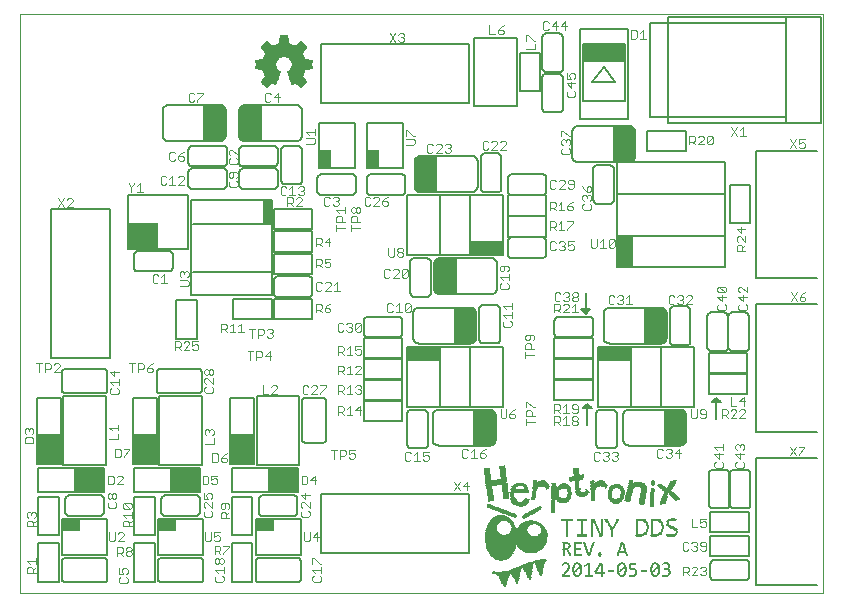
<source format=gto>
G75*
G70*
%OFA0B0*%
%FSLAX24Y24*%
%IPPOS*%
%LPD*%
%AMOC8*
5,1,8,0,0,1.08239X$1,22.5*
%
%ADD10C,0.0000*%
%ADD11R,0.0010X0.0003*%
%ADD12R,0.0023X0.0003*%
%ADD13R,0.0032X0.0003*%
%ADD14R,0.0029X0.0003*%
%ADD15R,0.0039X0.0003*%
%ADD16R,0.0045X0.0003*%
%ADD17R,0.0055X0.0003*%
%ADD18R,0.0061X0.0003*%
%ADD19R,0.0071X0.0003*%
%ADD20R,0.0077X0.0003*%
%ADD21R,0.0087X0.0003*%
%ADD22R,0.0094X0.0003*%
%ADD23R,0.0103X0.0003*%
%ADD24R,0.0100X0.0003*%
%ADD25R,0.0110X0.0003*%
%ADD26R,0.0119X0.0003*%
%ADD27R,0.0116X0.0003*%
%ADD28R,0.0126X0.0003*%
%ADD29R,0.0136X0.0003*%
%ADD30R,0.0132X0.0003*%
%ADD31R,0.0142X0.0003*%
%ADD32R,0.0149X0.0003*%
%ADD33R,0.0158X0.0003*%
%ADD34R,0.0165X0.0003*%
%ADD35R,0.0174X0.0003*%
%ADD36R,0.0181X0.0003*%
%ADD37R,0.0190X0.0003*%
%ADD38R,0.0187X0.0003*%
%ADD39R,0.0197X0.0003*%
%ADD40R,0.0207X0.0003*%
%ADD41R,0.0203X0.0003*%
%ADD42R,0.0213X0.0003*%
%ADD43R,0.0223X0.0003*%
%ADD44R,0.0220X0.0003*%
%ADD45R,0.0229X0.0003*%
%ADD46R,0.0016X0.0003*%
%ADD47R,0.0236X0.0003*%
%ADD48R,0.0026X0.0003*%
%ADD49R,0.0245X0.0003*%
%ADD50R,0.0252X0.0003*%
%ADD51R,0.0042X0.0003*%
%ADD52R,0.0261X0.0003*%
%ADD53R,0.0268X0.0003*%
%ADD54R,0.0052X0.0003*%
%ADD55R,0.0278X0.0003*%
%ADD56R,0.0274X0.0003*%
%ADD57R,0.0284X0.0003*%
%ADD58R,0.0068X0.0003*%
%ADD59R,0.0294X0.0003*%
%ADD60R,0.0291X0.0003*%
%ADD61R,0.0300X0.0003*%
%ADD62R,0.0084X0.0003*%
%ADD63R,0.0310X0.0003*%
%ADD64R,0.0090X0.0003*%
%ADD65R,0.0307X0.0003*%
%ADD66R,0.0316X0.0003*%
%ADD67R,0.0097X0.0003*%
%ADD68R,0.0323X0.0003*%
%ADD69R,0.0107X0.0003*%
%ADD70R,0.0333X0.0003*%
%ADD71R,0.0113X0.0003*%
%ADD72R,0.0465X0.0003*%
%ADD73R,0.0471X0.0003*%
%ADD74R,0.0475X0.0003*%
%ADD75R,0.0481X0.0003*%
%ADD76R,0.0478X0.0003*%
%ADD77R,0.0484X0.0003*%
%ADD78R,0.0487X0.0003*%
%ADD79R,0.0494X0.0003*%
%ADD80R,0.0497X0.0003*%
%ADD81R,0.0504X0.0003*%
%ADD82R,0.0500X0.0003*%
%ADD83R,0.0507X0.0003*%
%ADD84R,0.0513X0.0003*%
%ADD85R,0.0510X0.0003*%
%ADD86R,0.0517X0.0003*%
%ADD87R,0.0520X0.0003*%
%ADD88R,0.0526X0.0003*%
%ADD89R,0.0529X0.0003*%
%ADD90R,0.0533X0.0003*%
%ADD91R,0.0536X0.0003*%
%ADD92R,0.0523X0.0003*%
%ADD93R,0.0491X0.0003*%
%ADD94R,0.0539X0.0003*%
%ADD95R,0.0542X0.0003*%
%ADD96R,0.0546X0.0003*%
%ADD97R,0.0549X0.0003*%
%ADD98R,0.0552X0.0003*%
%ADD99R,0.0555X0.0003*%
%ADD100R,0.0559X0.0003*%
%ADD101R,0.0562X0.0003*%
%ADD102R,0.0565X0.0003*%
%ADD103R,0.0568X0.0003*%
%ADD104R,0.0571X0.0003*%
%ADD105R,0.0575X0.0003*%
%ADD106R,0.0578X0.0003*%
%ADD107R,0.0591X0.0003*%
%ADD108R,0.0607X0.0003*%
%ADD109R,0.0604X0.0003*%
%ADD110R,0.0620X0.0003*%
%ADD111R,0.0623X0.0003*%
%ADD112R,0.0636X0.0003*%
%ADD113R,0.0652X0.0003*%
%ADD114R,0.0649X0.0003*%
%ADD115R,0.0668X0.0003*%
%ADD116R,0.0681X0.0003*%
%ADD117R,0.0697X0.0003*%
%ADD118R,0.0713X0.0003*%
%ADD119R,0.0720X0.0003*%
%ADD120R,0.0723X0.0003*%
%ADD121R,0.0717X0.0003*%
%ADD122R,0.0710X0.0003*%
%ADD123R,0.0707X0.0003*%
%ADD124R,0.0704X0.0003*%
%ADD125R,0.0701X0.0003*%
%ADD126R,0.0694X0.0003*%
%ADD127R,0.0691X0.0003*%
%ADD128R,0.0726X0.0003*%
%ADD129R,0.0688X0.0003*%
%ADD130R,0.0684X0.0003*%
%ADD131R,0.0671X0.0003*%
%ADD132R,0.0655X0.0003*%
%ADD133R,0.0659X0.0003*%
%ADD134R,0.0642X0.0003*%
%ADD135R,0.0639X0.0003*%
%ADD136R,0.0626X0.0003*%
%ADD137R,0.0610X0.0003*%
%ADD138R,0.0613X0.0003*%
%ADD139R,0.0597X0.0003*%
%ADD140R,0.0584X0.0003*%
%ADD141R,0.0581X0.0003*%
%ADD142R,0.0594X0.0003*%
%ADD143R,0.0600X0.0003*%
%ADD144R,0.0630X0.0003*%
%ADD145R,0.1333X0.0003*%
%ADD146R,0.1330X0.0003*%
%ADD147R,0.1327X0.0003*%
%ADD148R,0.1324X0.0003*%
%ADD149R,0.1320X0.0003*%
%ADD150R,0.1314X0.0003*%
%ADD151R,0.1311X0.0003*%
%ADD152R,0.1307X0.0003*%
%ADD153R,0.1304X0.0003*%
%ADD154R,0.1301X0.0003*%
%ADD155R,0.1295X0.0003*%
%ADD156R,0.1291X0.0003*%
%ADD157R,0.1288X0.0003*%
%ADD158R,0.1285X0.0003*%
%ADD159R,0.1282X0.0003*%
%ADD160R,0.1275X0.0003*%
%ADD161R,0.1272X0.0003*%
%ADD162R,0.1269X0.0003*%
%ADD163R,0.1266X0.0003*%
%ADD164R,0.1262X0.0003*%
%ADD165R,0.1256X0.0003*%
%ADD166R,0.1253X0.0003*%
%ADD167R,0.1249X0.0003*%
%ADD168R,0.1278X0.0003*%
%ADD169R,0.1317X0.0003*%
%ADD170R,0.1340X0.0003*%
%ADD171R,0.1346X0.0003*%
%ADD172R,0.1349X0.0003*%
%ADD173R,0.1353X0.0003*%
%ADD174R,0.1359X0.0003*%
%ADD175R,0.1362X0.0003*%
%ADD176R,0.1366X0.0003*%
%ADD177R,0.1372X0.0003*%
%ADD178R,0.1375X0.0003*%
%ADD179R,0.1379X0.0003*%
%ADD180R,0.1385X0.0003*%
%ADD181R,0.1388X0.0003*%
%ADD182R,0.1391X0.0003*%
%ADD183R,0.1398X0.0003*%
%ADD184R,0.1404X0.0003*%
%ADD185R,0.1411X0.0003*%
%ADD186R,0.1417X0.0003*%
%ADD187R,0.1420X0.0003*%
%ADD188R,0.1424X0.0003*%
%ADD189R,0.1430X0.0003*%
%ADD190R,0.1433X0.0003*%
%ADD191R,0.1437X0.0003*%
%ADD192R,0.1443X0.0003*%
%ADD193R,0.1446X0.0003*%
%ADD194R,0.1450X0.0003*%
%ADD195R,0.1456X0.0003*%
%ADD196R,0.1459X0.0003*%
%ADD197R,0.1462X0.0003*%
%ADD198R,0.1469X0.0003*%
%ADD199R,0.1475X0.0003*%
%ADD200R,0.1482X0.0003*%
%ADD201R,0.1488X0.0003*%
%ADD202R,0.1491X0.0003*%
%ADD203R,0.1495X0.0003*%
%ADD204R,0.1501X0.0003*%
%ADD205R,0.1504X0.0003*%
%ADD206R,0.1508X0.0003*%
%ADD207R,0.1514X0.0003*%
%ADD208R,0.1517X0.0003*%
%ADD209R,0.1521X0.0003*%
%ADD210R,0.1527X0.0003*%
%ADD211R,0.1530X0.0003*%
%ADD212R,0.1533X0.0003*%
%ADD213R,0.0368X0.0003*%
%ADD214R,0.0365X0.0003*%
%ADD215R,0.0358X0.0003*%
%ADD216R,0.0355X0.0003*%
%ADD217R,0.0349X0.0003*%
%ADD218R,0.0342X0.0003*%
%ADD219R,0.0339X0.0003*%
%ADD220R,0.0326X0.0003*%
%ADD221R,0.0617X0.0003*%
%ADD222R,0.0588X0.0003*%
%ADD223R,0.0287X0.0003*%
%ADD224R,0.0271X0.0003*%
%ADD225R,0.0255X0.0003*%
%ADD226R,0.0239X0.0003*%
%ADD227R,0.0462X0.0003*%
%ADD228R,0.0446X0.0003*%
%ADD229R,0.0429X0.0003*%
%ADD230R,0.0413X0.0003*%
%ADD231R,0.0397X0.0003*%
%ADD232R,0.0200X0.0003*%
%ADD233R,0.0384X0.0003*%
%ADD234R,0.0371X0.0003*%
%ADD235R,0.0184X0.0003*%
%ADD236R,0.0168X0.0003*%
%ADD237R,0.0152X0.0003*%
%ADD238R,0.0352X0.0003*%
%ADD239R,0.0081X0.0003*%
%ADD240R,0.0345X0.0003*%
%ADD241R,0.0065X0.0003*%
%ADD242R,0.0048X0.0003*%
%ADD243R,0.0336X0.0003*%
%ADD244R,0.0329X0.0003*%
%ADD245R,0.0320X0.0003*%
%ADD246R,0.0313X0.0003*%
%ADD247R,0.0303X0.0003*%
%ADD248R,0.0297X0.0003*%
%ADD249R,0.0281X0.0003*%
%ADD250R,0.0265X0.0003*%
%ADD251C,0.0060*%
%ADD252R,0.0071X0.0014*%
%ADD253R,0.0100X0.0014*%
%ADD254R,0.0129X0.0014*%
%ADD255R,0.0143X0.0014*%
%ADD256R,0.0171X0.0014*%
%ADD257R,0.0043X0.0014*%
%ADD258R,0.0186X0.0014*%
%ADD259R,0.0200X0.0014*%
%ADD260R,0.0086X0.0014*%
%ADD261R,0.0214X0.0014*%
%ADD262R,0.0100X0.0014*%
%ADD263R,0.0114X0.0014*%
%ADD264R,0.0243X0.0014*%
%ADD265R,0.0129X0.0014*%
%ADD266R,0.0257X0.0014*%
%ADD267R,0.0286X0.0014*%
%ADD268R,0.0157X0.0014*%
%ADD269R,0.0043X0.0014*%
%ADD270R,0.0071X0.0014*%
%ADD271R,0.0300X0.0014*%
%ADD272R,0.0186X0.0014*%
%ADD273R,0.0314X0.0014*%
%ADD274R,0.0329X0.0014*%
%ADD275R,0.0100X0.0014*%
%ADD276R,0.0229X0.0014*%
%ADD277R,0.0114X0.0014*%
%ADD278R,0.0357X0.0014*%
%ADD279R,0.0129X0.0014*%
%ADD280R,0.0086X0.0014*%
%ADD281R,0.0086X0.0014*%
%ADD282R,0.0272X0.0014*%
%ADD283R,0.0057X0.0014*%
%ADD284R,0.0157X0.0014*%
%ADD285R,0.0186X0.0014*%
%ADD286R,0.0372X0.0014*%
%ADD287R,0.0143X0.0014*%
%ADD288R,0.0214X0.0014*%
%ADD289R,0.0386X0.0014*%
%ADD290R,0.0057X0.0014*%
%ADD291R,0.0029X0.0014*%
%ADD292R,0.0029X0.0014*%
%ADD293R,0.0400X0.0014*%
%ADD294R,0.0057X0.0014*%
%ADD295R,0.0486X0.0014*%
%ADD296R,0.0071X0.0014*%
%ADD297R,0.0572X0.0014*%
%ADD298R,0.0200X0.0014*%
%ADD299R,0.0586X0.0014*%
%ADD300R,0.0343X0.0014*%
%ADD301R,0.0943X0.0014*%
%ADD302R,0.0629X0.0014*%
%ADD303R,0.0243X0.0014*%
%ADD304R,0.0143X0.0014*%
%ADD305R,0.0529X0.0014*%
%ADD306R,0.0157X0.0014*%
%ADD307R,0.0200X0.0014*%
%ADD308R,0.0114X0.0014*%
%ADD309R,0.0429X0.0014*%
%ADD310R,0.0386X0.0014*%
%ADD311R,0.0271X0.0014*%
%ADD312R,0.0300X0.0014*%
%ADD313R,0.0171X0.0014*%
%ADD314R,0.0314X0.0014*%
%ADD315R,0.0214X0.0014*%
%ADD316R,0.0329X0.0014*%
%ADD317R,0.0529X0.0014*%
%ADD318R,0.0486X0.0014*%
%ADD319R,0.0014X0.0014*%
%ADD320R,0.0457X0.0014*%
%ADD321R,0.0414X0.0014*%
%ADD322R,0.0386X0.0014*%
%ADD323R,0.0357X0.0014*%
%ADD324R,0.0343X0.0014*%
%ADD325R,0.0043X0.0014*%
%ADD326R,0.0029X0.0014*%
%ADD327R,0.0257X0.0014*%
%ADD328R,0.0329X0.0014*%
%ADD329R,0.0557X0.0014*%
%ADD330R,0.0514X0.0014*%
%ADD331R,0.0472X0.0014*%
%ADD332R,0.0429X0.0014*%
%ADD333R,0.0372X0.0014*%
%ADD334R,0.0314X0.0014*%
%ADD335R,0.0443X0.0014*%
%ADD336R,0.0600X0.0014*%
%ADD337R,0.0657X0.0014*%
%ADD338R,0.0686X0.0014*%
%ADD339R,0.0715X0.0014*%
%ADD340R,0.0743X0.0014*%
%ADD341R,0.0772X0.0014*%
%ADD342R,0.0786X0.0014*%
%ADD343R,0.0800X0.0014*%
%ADD344R,0.0829X0.0014*%
%ADD345R,0.0286X0.0014*%
%ADD346R,0.0857X0.0014*%
%ADD347R,0.0500X0.0014*%
%ADD348R,0.0886X0.0014*%
%ADD349R,0.0915X0.0014*%
%ADD350R,0.0615X0.0014*%
%ADD351R,0.0643X0.0014*%
%ADD352R,0.0700X0.0014*%
%ADD353R,0.0229X0.0014*%
%ADD354R,0.0729X0.0014*%
%ADD355R,0.0757X0.0014*%
%ADD356R,0.0972X0.0014*%
%ADD357R,0.0815X0.0014*%
%ADD358R,0.0843X0.0014*%
%ADD359R,0.1000X0.0014*%
%ADD360R,0.0872X0.0014*%
%ADD361R,0.0900X0.0014*%
%ADD362R,0.1029X0.0014*%
%ADD363R,0.0929X0.0014*%
%ADD364R,0.0943X0.0014*%
%ADD365R,0.1986X0.0014*%
%ADD366R,0.2001X0.0014*%
%ADD367R,0.2029X0.0014*%
%ADD368R,0.2044X0.0014*%
%ADD369R,0.2058X0.0014*%
%ADD370R,0.2072X0.0014*%
%ADD371R,0.2087X0.0014*%
%ADD372R,0.1586X0.0014*%
%ADD373R,0.0357X0.0014*%
%ADD374R,0.0272X0.0014*%
%ADD375R,0.1544X0.0014*%
%ADD376R,0.1515X0.0014*%
%ADD377R,0.0515X0.0014*%
%ADD378R,0.0743X0.0014*%
%ADD379R,0.0700X0.0014*%
%ADD380R,0.0014X0.0014*%
%ADD381R,0.0643X0.0014*%
%ADD382R,0.0614X0.0014*%
%ADD383R,0.0600X0.0014*%
%ADD384R,0.0557X0.0014*%
%ADD385R,0.0343X0.0014*%
%ADD386R,0.0172X0.0014*%
%ADD387R,0.0300X0.0014*%
%ADD388R,0.0700X0.0014*%
%ADD389R,0.0543X0.0014*%
%ADD390R,0.0014X0.0014*%
%ADD391R,0.0243X0.0014*%
%ADD392R,0.0443X0.0014*%
%ADD393R,0.0472X0.0014*%
%ADD394R,0.0500X0.0014*%
%ADD395R,0.0543X0.0014*%
%ADD396R,0.0286X0.0014*%
%ADD397R,0.0372X0.0014*%
%ADD398R,0.0400X0.0014*%
%ADD399R,0.0429X0.0014*%
%ADD400R,0.0457X0.0014*%
%ADD401R,0.0257X0.0014*%
%ADD402R,0.0400X0.0014*%
%ADD403R,0.0414X0.0014*%
%ADD404R,0.0443X0.0014*%
%ADD405R,0.0600X0.0014*%
%ADD406R,0.0472X0.0014*%
%ADD407R,0.0586X0.0014*%
%ADD408R,0.0543X0.0014*%
%ADD409R,0.0557X0.0014*%
%ADD410R,0.0715X0.0014*%
%ADD411R,0.0529X0.0014*%
%ADD412R,0.0486X0.0014*%
%ADD413C,0.0050*%
%ADD414C,0.0030*%
%ADD415C,0.0080*%
%ADD416R,0.1000X0.0900*%
%ADD417R,0.0315X0.0827*%
%ADD418R,0.0400X0.0600*%
%ADD419R,0.0600X0.1200*%
%ADD420R,0.0090X0.1150*%
%ADD421R,0.0070X0.1060*%
%ADD422R,0.1100X0.0500*%
%ADD423R,0.0600X0.0400*%
%ADD424R,0.0800X0.1000*%
%ADD425R,0.1000X0.0800*%
%ADD426R,0.1400X0.0600*%
%ADD427R,0.0550X0.1050*%
D10*
X001314Y000380D02*
X001314Y019671D01*
X028086Y019671D01*
X028086Y000380D01*
X001314Y000380D01*
D11*
X009529Y017196D03*
X010691Y017196D03*
D12*
X010691Y017200D03*
X009529Y017200D03*
X009529Y018723D03*
X010691Y018723D03*
D13*
X010689Y018720D03*
X009530Y018720D03*
X009530Y017203D03*
X010399Y017290D03*
D14*
X010691Y017203D03*
X009823Y017290D03*
D15*
X009821Y017293D03*
X009530Y017206D03*
X010689Y017206D03*
X010689Y018717D03*
X009530Y018717D03*
D16*
X009818Y017296D03*
X009530Y017209D03*
X010402Y017296D03*
X010689Y017209D03*
D17*
X010688Y017212D03*
X009816Y017300D03*
X009532Y017212D03*
X009532Y018710D03*
X010688Y018710D03*
D18*
X010688Y018707D03*
X010407Y017303D03*
X010688Y017216D03*
X009813Y017303D03*
X009532Y017216D03*
D19*
X009534Y017219D03*
X009811Y017306D03*
X010686Y017219D03*
X010686Y018704D03*
X009534Y018704D03*
D20*
X010686Y018701D03*
X010412Y017309D03*
X010686Y017222D03*
X009808Y017309D03*
X009534Y017222D03*
D21*
X009535Y017225D03*
X010685Y017225D03*
X010685Y018698D03*
X009535Y018698D03*
D22*
X010685Y018694D03*
X010417Y017316D03*
X010685Y017229D03*
X009535Y017229D03*
D23*
X009537Y017232D03*
X010421Y017322D03*
X010683Y018691D03*
X009537Y018691D03*
D24*
X010420Y017319D03*
X010685Y017232D03*
D25*
X010683Y017235D03*
X009537Y017235D03*
X009537Y018688D03*
X010683Y018688D03*
D26*
X010681Y018685D03*
X009539Y018685D03*
X009539Y017238D03*
D27*
X010683Y017238D03*
D28*
X010681Y017242D03*
X009539Y017242D03*
X009539Y018681D03*
X010681Y018681D03*
D29*
X010680Y018678D03*
X009540Y018678D03*
X009540Y017245D03*
D30*
X010681Y017245D03*
D31*
X010680Y017248D03*
X009540Y017248D03*
X009540Y018675D03*
X010680Y018675D03*
D32*
X010680Y017251D03*
X009540Y017251D03*
D33*
X009542Y017254D03*
X010678Y017254D03*
X010678Y018668D03*
X009542Y018668D03*
D34*
X010678Y018665D03*
X010678Y017258D03*
X009542Y017258D03*
D35*
X009543Y017261D03*
X010677Y017261D03*
X010677Y018662D03*
X009543Y018662D03*
D36*
X010677Y018659D03*
X010677Y017264D03*
X009543Y017264D03*
D37*
X009545Y017267D03*
X009545Y018656D03*
X010675Y018656D03*
D38*
X010677Y017267D03*
D39*
X010675Y017271D03*
X009545Y017271D03*
X010675Y018652D03*
D40*
X010673Y018649D03*
X009547Y018649D03*
X009547Y017274D03*
D41*
X010675Y017274D03*
D42*
X010673Y017277D03*
X009547Y017277D03*
X009547Y018646D03*
X010673Y018646D03*
D43*
X010672Y018643D03*
X009548Y018643D03*
X009548Y017280D03*
D44*
X010673Y017280D03*
D45*
X010672Y017284D03*
X009548Y017284D03*
X009548Y018639D03*
X010672Y018639D03*
D46*
X010691Y018727D03*
X009529Y018727D03*
X009826Y017284D03*
X010394Y017284D03*
D47*
X010672Y017287D03*
X009548Y017287D03*
D48*
X009824Y017287D03*
X010396Y017287D03*
D49*
X010670Y017290D03*
X009550Y017290D03*
X009550Y018633D03*
X010670Y018633D03*
D50*
X010670Y018630D03*
X010670Y017293D03*
X009550Y017293D03*
D51*
X010400Y017293D03*
D52*
X010668Y017296D03*
X009551Y017296D03*
X009551Y018626D03*
X010668Y018626D03*
D53*
X010668Y018623D03*
X010110Y018907D03*
X010110Y018911D03*
X010668Y017300D03*
X009551Y017300D03*
D54*
X010405Y017300D03*
D55*
X009553Y017303D03*
X009553Y018620D03*
X010112Y018888D03*
X010667Y018620D03*
D56*
X010110Y018891D03*
X010110Y018894D03*
X010110Y018898D03*
X010110Y018901D03*
X010668Y017303D03*
D57*
X010667Y017306D03*
X009553Y017306D03*
X010667Y018617D03*
X010112Y018869D03*
D58*
X010410Y017306D03*
D59*
X009555Y017309D03*
X009555Y018614D03*
X010110Y018840D03*
X010110Y018843D03*
X010110Y018846D03*
X010110Y018849D03*
X010665Y018614D03*
D60*
X010112Y018852D03*
X010667Y017309D03*
D61*
X010665Y017313D03*
X009555Y017313D03*
X009555Y018610D03*
X010110Y018820D03*
X010110Y018823D03*
X010110Y018827D03*
X010110Y018830D03*
X010665Y018610D03*
D62*
X010415Y017313D03*
X009805Y017313D03*
D63*
X009556Y017316D03*
X009556Y018607D03*
X010112Y018801D03*
X010664Y018607D03*
D64*
X009805Y017316D03*
D65*
X010665Y017316D03*
X010110Y018804D03*
X010110Y018807D03*
X010110Y018811D03*
X010110Y018814D03*
D66*
X010112Y018785D03*
X010112Y018781D03*
X010664Y018604D03*
X009556Y018604D03*
X009556Y017319D03*
X010664Y017319D03*
D67*
X009802Y017319D03*
X009537Y018694D03*
D68*
X010112Y018765D03*
X010664Y017322D03*
X009556Y017322D03*
D69*
X009800Y017322D03*
D70*
X009558Y017325D03*
X010662Y017325D03*
X010662Y018597D03*
X010110Y018733D03*
X010110Y018736D03*
X010110Y018739D03*
X010110Y018743D03*
X010110Y018746D03*
X009558Y018597D03*
D71*
X009797Y017325D03*
X010423Y017325D03*
D72*
X010599Y017329D03*
X009621Y017329D03*
D73*
X009621Y017332D03*
X010599Y017332D03*
D74*
X010601Y017335D03*
X009619Y017335D03*
X010110Y018633D03*
D75*
X010501Y017587D03*
X010501Y017584D03*
X010504Y017581D03*
X010504Y017577D03*
X009719Y017581D03*
X009719Y017584D03*
X009716Y017577D03*
X009713Y017571D03*
X009619Y017338D03*
D76*
X010602Y017338D03*
D77*
X010602Y017342D03*
X010512Y017564D03*
X010509Y017568D03*
X010509Y017571D03*
X010505Y017574D03*
X010499Y017590D03*
X009721Y017590D03*
X009721Y017587D03*
X009721Y017593D03*
X009714Y017574D03*
X009711Y017568D03*
X009618Y017342D03*
D78*
X009616Y017345D03*
X009703Y017555D03*
X009706Y017558D03*
X009706Y017561D03*
X009710Y017564D03*
X010501Y017593D03*
X010513Y017561D03*
X010513Y017558D03*
X010517Y017555D03*
X010604Y017345D03*
D79*
X010604Y017348D03*
X010533Y017526D03*
X010530Y017532D03*
X010526Y017535D03*
X010526Y017539D03*
X010501Y017603D03*
X009723Y017603D03*
X009697Y017542D03*
X009693Y017535D03*
X009690Y017532D03*
X009690Y017529D03*
X009616Y017348D03*
X010110Y018630D03*
D80*
X009721Y017610D03*
X009721Y017606D03*
X009689Y017526D03*
X009685Y017522D03*
X009685Y017519D03*
X009682Y017516D03*
X009614Y017351D03*
X010499Y017606D03*
X010531Y017529D03*
X010534Y017522D03*
X010538Y017516D03*
X010605Y017351D03*
D81*
X010551Y017493D03*
X010547Y017500D03*
X010544Y017503D03*
X010499Y017613D03*
X010499Y017616D03*
X009721Y017616D03*
X009721Y017613D03*
X009679Y017509D03*
X009676Y017503D03*
X009672Y017500D03*
X009672Y017497D03*
X009614Y017355D03*
D82*
X009677Y017506D03*
X009681Y017513D03*
X010501Y017610D03*
X010536Y017519D03*
X010539Y017513D03*
X010543Y017509D03*
X010543Y017506D03*
X010607Y017355D03*
D83*
X010607Y017358D03*
X010555Y017484D03*
X010555Y017487D03*
X010552Y017490D03*
X010549Y017497D03*
X010501Y017619D03*
X009723Y017619D03*
X009671Y017493D03*
X009668Y017490D03*
X009668Y017487D03*
X009664Y017484D03*
X009661Y017477D03*
X009613Y017358D03*
X010110Y018626D03*
D84*
X010552Y018149D03*
X010555Y018145D03*
X010501Y017626D03*
X010565Y017468D03*
X010565Y017464D03*
X010568Y017461D03*
X010572Y017455D03*
X009658Y017471D03*
X009655Y017464D03*
X009652Y017461D03*
X009652Y017458D03*
X009613Y017361D03*
X009661Y017777D03*
X009658Y017781D03*
X009661Y018142D03*
X009664Y018145D03*
X009668Y018149D03*
D85*
X009721Y017626D03*
X009721Y017622D03*
X009663Y017480D03*
X009660Y017474D03*
X009656Y017468D03*
X010499Y017622D03*
X010557Y017480D03*
X010560Y017477D03*
X010560Y017474D03*
X010564Y017471D03*
X010609Y017361D03*
D86*
X010609Y017364D03*
X010576Y017445D03*
X010576Y017448D03*
X010573Y017451D03*
X010570Y017458D03*
X010499Y017629D03*
X010499Y017632D03*
X010557Y017774D03*
X010560Y017777D03*
X010564Y017781D03*
X010567Y017784D03*
X010560Y018142D03*
X010551Y018152D03*
X010547Y018155D03*
X009721Y017632D03*
X009721Y017629D03*
X009666Y017771D03*
X009663Y017774D03*
X009650Y017455D03*
X009647Y017451D03*
X009643Y017445D03*
X009611Y017364D03*
X009669Y018152D03*
X009672Y018155D03*
D87*
X009674Y018158D03*
X009677Y018162D03*
X009655Y017784D03*
X009668Y017768D03*
X009723Y017635D03*
X009645Y017448D03*
X009642Y017442D03*
X009639Y017438D03*
X009639Y017435D03*
X009610Y017367D03*
X010501Y017635D03*
X010552Y017768D03*
X010555Y017771D03*
X010578Y017442D03*
X010581Y017438D03*
X010585Y017432D03*
X010610Y017367D03*
X010546Y018158D03*
D88*
X010539Y018168D03*
X010110Y018623D03*
X009684Y018168D03*
X009681Y018165D03*
X009674Y017761D03*
X009723Y017642D03*
X009629Y017419D03*
X009629Y017416D03*
X009626Y017413D03*
X009622Y017406D03*
X009610Y017374D03*
X009610Y017371D03*
X010501Y017642D03*
X010588Y017426D03*
X010591Y017419D03*
X010594Y017416D03*
X010594Y017413D03*
X010610Y017371D03*
D89*
X010612Y017374D03*
X010612Y017377D03*
X010605Y017393D03*
X010602Y017400D03*
X010599Y017403D03*
X010599Y017406D03*
X010596Y017409D03*
X010499Y017645D03*
X010499Y017648D03*
X010544Y017758D03*
X010576Y017787D03*
X010534Y018171D03*
X009685Y018171D03*
X009676Y017758D03*
X009679Y017755D03*
X009721Y017648D03*
X009721Y017645D03*
X009624Y017409D03*
X009621Y017403D03*
D90*
X009619Y017400D03*
X009616Y017396D03*
X009616Y017393D03*
X009613Y017390D03*
X009613Y017387D03*
X009610Y017384D03*
X009610Y017380D03*
X009610Y017377D03*
X009723Y017652D03*
X009681Y017752D03*
X009645Y017787D03*
X009687Y018175D03*
X010533Y018175D03*
X010543Y017755D03*
X010539Y017752D03*
X010604Y017396D03*
X010607Y017390D03*
X010610Y017384D03*
X010610Y017380D03*
D91*
X010609Y017387D03*
X010499Y017652D03*
X010499Y017655D03*
X010538Y017748D03*
X010528Y018178D03*
X009692Y018178D03*
X009643Y018136D03*
X009685Y017748D03*
X009721Y017655D03*
D92*
X009721Y017639D03*
X009672Y017765D03*
X009637Y017432D03*
X009634Y017429D03*
X009634Y017426D03*
X009631Y017422D03*
X010499Y017639D03*
X010547Y017761D03*
X010551Y017765D03*
X010583Y017435D03*
X010586Y017429D03*
X010589Y017422D03*
X010567Y018139D03*
X010544Y018162D03*
X010541Y018165D03*
X009653Y018139D03*
D93*
X009721Y017600D03*
X009721Y017597D03*
X009702Y017551D03*
X009702Y017548D03*
X009698Y017545D03*
X009695Y017539D03*
X010499Y017597D03*
X010499Y017600D03*
X010518Y017551D03*
X010522Y017548D03*
X010522Y017545D03*
X010525Y017542D03*
D94*
X010501Y017658D03*
X010533Y017745D03*
X010578Y018136D03*
X010526Y018181D03*
X010110Y018620D03*
X009693Y018181D03*
X009687Y017745D03*
X009723Y017658D03*
D95*
X009721Y017661D03*
X009721Y017664D03*
X009689Y017742D03*
X009698Y018184D03*
X010531Y017742D03*
X010499Y017664D03*
X010499Y017661D03*
D96*
X009723Y017668D03*
X009693Y017739D03*
X009700Y018187D03*
X010520Y018187D03*
X010523Y018184D03*
D97*
X010586Y017790D03*
X010528Y017739D03*
X010525Y017735D03*
X010499Y017671D03*
X010499Y017668D03*
X009721Y017671D03*
X009698Y017732D03*
X009695Y017735D03*
X009634Y017790D03*
X009705Y018191D03*
D98*
X009632Y018133D03*
X009723Y017674D03*
X010501Y017674D03*
X010523Y017732D03*
X010588Y018133D03*
X010517Y018191D03*
D99*
X010512Y018194D03*
X010518Y017729D03*
X010499Y017681D03*
X010499Y017677D03*
X009721Y017677D03*
X009702Y017729D03*
X009708Y018194D03*
X010112Y018617D03*
D100*
X010517Y017726D03*
X009723Y017684D03*
X009723Y017681D03*
X009703Y017726D03*
D101*
X009708Y017723D03*
X009721Y017687D03*
X009624Y017794D03*
X009711Y018197D03*
X010509Y018197D03*
X010596Y017794D03*
X010499Y017687D03*
X010499Y017684D03*
D102*
X010510Y017719D03*
X010513Y017723D03*
X010597Y018129D03*
X010504Y018200D03*
X009716Y018200D03*
X009622Y018129D03*
X009723Y017690D03*
D103*
X009721Y017694D03*
X009714Y017716D03*
X009711Y017719D03*
X010499Y017697D03*
X010499Y017694D03*
X010499Y017690D03*
D104*
X010504Y017713D03*
X010507Y017716D03*
X010501Y018204D03*
X010110Y018614D03*
X009719Y018204D03*
X009723Y017700D03*
X009723Y017697D03*
D105*
X009721Y017703D03*
X009721Y017706D03*
X009718Y017710D03*
X009718Y017713D03*
X009614Y017797D03*
X009724Y018207D03*
X010502Y017710D03*
X010502Y017706D03*
X010499Y017703D03*
X010499Y017700D03*
D106*
X010607Y017797D03*
X010497Y018207D03*
D107*
X010617Y017800D03*
X009735Y018213D03*
X009603Y017800D03*
D108*
X009595Y017803D03*
D109*
X010110Y018607D03*
X010626Y017803D03*
D110*
X009585Y017806D03*
D111*
X010636Y017806D03*
D112*
X010646Y017810D03*
X010110Y018601D03*
X009574Y017810D03*
D113*
X009566Y017813D03*
D114*
X010110Y018597D03*
X010656Y017813D03*
D115*
X010665Y017816D03*
X010110Y018594D03*
X009555Y017816D03*
D116*
X009545Y017819D03*
X010110Y018591D03*
X010675Y017819D03*
D117*
X010686Y017823D03*
X010718Y017900D03*
X010718Y017903D03*
X010718Y017907D03*
X010718Y017910D03*
X010718Y017913D03*
X010718Y018007D03*
X010718Y018010D03*
X010718Y018013D03*
X010718Y018016D03*
X010718Y018020D03*
X010112Y018588D03*
X009501Y018016D03*
X009501Y018013D03*
X009501Y018010D03*
X009501Y018007D03*
X009501Y018003D03*
X009501Y017916D03*
X009501Y017913D03*
X009501Y017910D03*
X009501Y017907D03*
X009501Y017903D03*
X009537Y017823D03*
D118*
X009526Y017826D03*
X009509Y017855D03*
X009509Y017858D03*
X009509Y017861D03*
X009509Y018062D03*
X009509Y018065D03*
X010110Y018585D03*
X010710Y018068D03*
X010710Y018065D03*
X010710Y018062D03*
X010710Y017858D03*
X010710Y017855D03*
X010694Y017826D03*
D119*
X010701Y017829D03*
X010707Y017842D03*
X010707Y017845D03*
X010707Y018078D03*
X010707Y018081D03*
X009513Y018078D03*
X009513Y018074D03*
X009513Y017845D03*
X009513Y017842D03*
X009519Y017829D03*
D120*
X009518Y017832D03*
X009514Y017836D03*
X009514Y017839D03*
X009514Y018081D03*
X009514Y018084D03*
X009518Y018091D03*
X009521Y018094D03*
X010702Y018091D03*
X010706Y018087D03*
X010706Y018084D03*
X010706Y017839D03*
X010706Y017836D03*
X010702Y017832D03*
D121*
X010709Y017848D03*
X010709Y017852D03*
X010709Y018071D03*
X010709Y018074D03*
X010696Y018097D03*
X009524Y018097D03*
X009511Y018071D03*
X009511Y018068D03*
X009511Y017852D03*
X009511Y017848D03*
D122*
X009508Y017865D03*
X009508Y017868D03*
X009508Y018052D03*
X009508Y018055D03*
X009508Y018058D03*
X010712Y018058D03*
X010712Y018055D03*
X010712Y017865D03*
X010712Y017861D03*
D123*
X010714Y017868D03*
X010714Y017871D03*
X010714Y017874D03*
X010714Y018045D03*
X010714Y018049D03*
X010714Y018052D03*
X009506Y018049D03*
X009506Y018045D03*
X009506Y018042D03*
X009506Y017878D03*
X009506Y017874D03*
X009506Y017871D03*
D124*
X009505Y017881D03*
X009505Y017884D03*
X009505Y017887D03*
X009505Y018032D03*
X009505Y018036D03*
X009505Y018039D03*
X009534Y018100D03*
X010686Y018100D03*
X010715Y018042D03*
X010715Y018039D03*
X010715Y018036D03*
X010715Y017884D03*
X010715Y017881D03*
X010715Y017878D03*
D125*
X010717Y017887D03*
X010717Y017890D03*
X010717Y017894D03*
X010717Y017897D03*
X010717Y018023D03*
X010717Y018026D03*
X010717Y018029D03*
X010717Y018032D03*
X009503Y018029D03*
X009503Y018026D03*
X009503Y018023D03*
X009503Y018020D03*
X009503Y017900D03*
X009503Y017897D03*
X009503Y017894D03*
X009503Y017890D03*
D126*
X009500Y017919D03*
X009500Y017923D03*
X009500Y017926D03*
X009500Y017929D03*
X009500Y017932D03*
X009500Y017936D03*
X009500Y017939D03*
X009500Y017942D03*
X009500Y017945D03*
X009500Y017949D03*
X009500Y017971D03*
X009500Y017974D03*
X009500Y017978D03*
X009500Y017981D03*
X009500Y017984D03*
X009500Y017987D03*
X009500Y017991D03*
X009500Y017994D03*
X009500Y017997D03*
X009500Y018000D03*
X010720Y018000D03*
X010720Y017997D03*
X010720Y017994D03*
X010720Y017991D03*
X010720Y017987D03*
X010720Y017984D03*
X010720Y018003D03*
X010720Y017936D03*
X010720Y017932D03*
X010720Y017929D03*
X010720Y017926D03*
X010720Y017923D03*
X010720Y017919D03*
X010720Y017916D03*
D127*
X010722Y017939D03*
X010722Y017942D03*
X010722Y017945D03*
X010722Y017949D03*
X010722Y017952D03*
X010722Y017955D03*
X010722Y017958D03*
X010722Y017961D03*
X010722Y017965D03*
X010722Y017968D03*
X010722Y017971D03*
X010722Y017974D03*
X010722Y017978D03*
X010722Y017981D03*
X009498Y017968D03*
X009498Y017965D03*
X009498Y017961D03*
X009498Y017958D03*
X009498Y017955D03*
X009498Y017952D03*
D128*
X009516Y018087D03*
X010701Y018094D03*
D129*
X009545Y018104D03*
D130*
X010677Y018104D03*
D131*
X010667Y018107D03*
X009553Y018107D03*
D132*
X009564Y018110D03*
D133*
X010657Y018110D03*
D134*
X009574Y018113D03*
D135*
X010647Y018113D03*
D136*
X010638Y018116D03*
X009582Y018116D03*
D137*
X009593Y018120D03*
D138*
X009747Y018220D03*
X010473Y018220D03*
X010628Y018120D03*
D139*
X010617Y018123D03*
X009603Y018123D03*
D140*
X009613Y018126D03*
X009729Y018210D03*
X010491Y018210D03*
D141*
X010609Y018126D03*
D142*
X010486Y018213D03*
D143*
X010480Y018216D03*
X009740Y018216D03*
D144*
X009758Y018223D03*
X010462Y018223D03*
D145*
X010110Y018226D03*
X010110Y018391D03*
X010110Y018394D03*
D146*
X010112Y018229D03*
D147*
X010110Y018233D03*
X010110Y018388D03*
D148*
X010112Y018236D03*
D149*
X010110Y018239D03*
X010110Y018242D03*
X010110Y018384D03*
D150*
X010110Y018378D03*
X010110Y018249D03*
X010110Y018246D03*
D151*
X010112Y018252D03*
D152*
X010110Y018255D03*
X010110Y018375D03*
D153*
X010112Y018371D03*
X010112Y018258D03*
D154*
X010110Y018262D03*
X010110Y018265D03*
X010110Y018368D03*
D155*
X010110Y018365D03*
X010110Y018271D03*
X010110Y018268D03*
D156*
X010112Y018275D03*
X010112Y018362D03*
D157*
X010110Y018359D03*
X010110Y018278D03*
D158*
X010112Y018281D03*
D159*
X010110Y018284D03*
X010110Y018288D03*
X010110Y018355D03*
D160*
X010110Y018349D03*
X010110Y018294D03*
X010110Y018291D03*
D161*
X010112Y018297D03*
D162*
X010110Y018300D03*
X010110Y018346D03*
D163*
X010112Y018342D03*
X010112Y018304D03*
D164*
X010110Y018307D03*
X010110Y018310D03*
X010110Y018339D03*
D165*
X010110Y018336D03*
X010110Y018317D03*
X010110Y018313D03*
D166*
X010112Y018320D03*
X010112Y018333D03*
D167*
X010110Y018329D03*
X010110Y018326D03*
X010110Y018323D03*
D168*
X010112Y018352D03*
D169*
X010112Y018381D03*
D170*
X010110Y018397D03*
D171*
X010110Y018401D03*
D172*
X010112Y018404D03*
D173*
X010110Y018407D03*
D174*
X010110Y018410D03*
D175*
X010112Y018413D03*
D176*
X010110Y018417D03*
D177*
X010110Y018420D03*
D178*
X010112Y018423D03*
D179*
X010110Y018426D03*
D180*
X010110Y018430D03*
D181*
X010112Y018433D03*
D182*
X010110Y018436D03*
D183*
X010110Y018439D03*
D184*
X010110Y018442D03*
X010110Y018446D03*
D185*
X010110Y018449D03*
D186*
X010110Y018452D03*
D187*
X010112Y018455D03*
D188*
X010110Y018459D03*
D189*
X010110Y018462D03*
D190*
X010112Y018465D03*
D191*
X010110Y018468D03*
D192*
X010110Y018472D03*
D193*
X010112Y018475D03*
D194*
X010110Y018478D03*
D195*
X010110Y018481D03*
D196*
X010112Y018484D03*
D197*
X010110Y018488D03*
D198*
X010110Y018491D03*
X010110Y018581D03*
D199*
X010110Y018578D03*
X010110Y018497D03*
X010110Y018494D03*
D200*
X010110Y018501D03*
X010110Y018575D03*
D201*
X010110Y018572D03*
X010110Y018504D03*
D202*
X010112Y018507D03*
D203*
X010110Y018510D03*
X010110Y018568D03*
D204*
X010110Y018565D03*
X010110Y018514D03*
D205*
X010112Y018517D03*
D206*
X010110Y018520D03*
X010110Y018562D03*
D207*
X010110Y018559D03*
X010110Y018523D03*
D208*
X010112Y018526D03*
D209*
X010110Y018530D03*
X010110Y018555D03*
D210*
X010110Y018552D03*
X010110Y018533D03*
D211*
X010112Y018536D03*
X010112Y018549D03*
D212*
X010110Y018546D03*
X010110Y018543D03*
X010110Y018539D03*
D213*
X009563Y018585D03*
D214*
X010110Y018659D03*
X010110Y018662D03*
X010659Y018585D03*
D215*
X010110Y018665D03*
X010110Y018668D03*
X010110Y018672D03*
X010110Y018675D03*
X009561Y018588D03*
D216*
X010112Y018678D03*
X010660Y018588D03*
D217*
X010660Y018591D03*
X010112Y018694D03*
X010112Y018698D03*
X009560Y018591D03*
D218*
X009560Y018594D03*
X010112Y018714D03*
D219*
X010110Y018717D03*
X010110Y018720D03*
X010110Y018723D03*
X010110Y018727D03*
X010662Y018594D03*
D220*
X010662Y018601D03*
X010110Y018752D03*
X010110Y018756D03*
X010110Y018759D03*
X010110Y018762D03*
X009558Y018601D03*
D221*
X010110Y018604D03*
D222*
X010112Y018610D03*
D223*
X010110Y018856D03*
X010110Y018859D03*
X010110Y018862D03*
X010110Y018865D03*
X009555Y018617D03*
D224*
X009553Y018623D03*
X010112Y018904D03*
D225*
X010110Y018917D03*
X009551Y018630D03*
D226*
X009550Y018636D03*
X010670Y018636D03*
D227*
X010110Y018636D03*
D228*
X010112Y018639D03*
D229*
X010110Y018643D03*
D230*
X010112Y018646D03*
D231*
X010110Y018649D03*
D232*
X009547Y018652D03*
D233*
X010110Y018652D03*
D234*
X010110Y018656D03*
D235*
X009545Y018659D03*
D236*
X009543Y018665D03*
D237*
X009542Y018672D03*
X010678Y018672D03*
D238*
X010110Y018681D03*
X010110Y018685D03*
X010110Y018688D03*
X010110Y018691D03*
D239*
X009535Y018701D03*
D240*
X010110Y018701D03*
X010110Y018704D03*
X010110Y018707D03*
X010110Y018710D03*
D241*
X009534Y018707D03*
D242*
X009532Y018714D03*
X010688Y018714D03*
D243*
X010112Y018730D03*
D244*
X010112Y018749D03*
D245*
X010110Y018769D03*
X010110Y018772D03*
X010110Y018775D03*
X010110Y018778D03*
D246*
X010110Y018788D03*
X010110Y018791D03*
X010110Y018794D03*
X010110Y018798D03*
D247*
X010112Y018817D03*
D248*
X010112Y018833D03*
X010112Y018836D03*
D249*
X010110Y018872D03*
X010110Y018875D03*
X010110Y018878D03*
X010110Y018882D03*
X010110Y018885D03*
D250*
X010112Y018914D03*
D251*
X020164Y010380D02*
X020164Y009730D01*
X020164Y009680D01*
X020014Y009830D01*
X020314Y009830D01*
X020164Y009680D01*
X020164Y009730D02*
X020064Y009830D01*
X020264Y009830D01*
X020164Y009730D01*
X020214Y006680D02*
X020364Y006530D01*
X020064Y006530D01*
X020214Y006680D01*
X020214Y006630D01*
X020314Y006530D01*
X020114Y006530D01*
X020214Y006630D01*
X020214Y005980D01*
X024364Y006730D02*
X024664Y006730D01*
X024514Y006880D01*
X024364Y006730D01*
X024414Y006730D02*
X024614Y006730D01*
X024514Y006830D01*
X024514Y006880D01*
X024514Y006830D02*
X024414Y006730D01*
X024514Y006830D02*
X024514Y006180D01*
D252*
X022665Y003310D03*
X022894Y002295D03*
X021522Y001652D03*
X021250Y001638D03*
X021136Y002595D03*
X020564Y002495D03*
X020221Y001709D03*
X019993Y001223D03*
X019821Y001309D03*
X019592Y001295D03*
X019592Y001152D03*
X019478Y001009D03*
X019421Y000952D03*
X019421Y001309D03*
X019650Y001609D03*
X019592Y001723D03*
X017892Y000709D03*
X017892Y000694D03*
X017463Y000580D03*
X018178Y003481D03*
X022551Y000937D03*
D253*
X022165Y002338D03*
X022922Y002609D03*
X022922Y002738D03*
X021050Y002467D03*
X020979Y002581D03*
X020907Y002709D03*
X020864Y002781D03*
X020407Y002795D03*
X020407Y002810D03*
X020636Y001652D03*
X020636Y001609D03*
X020679Y001323D03*
X020679Y001309D03*
X020250Y001309D03*
X019507Y001352D03*
X017463Y000609D03*
X017463Y000594D03*
X020822Y003881D03*
D254*
X020979Y003696D03*
X020979Y003681D03*
X020979Y003667D03*
X020979Y003653D03*
X020979Y003638D03*
X020979Y003624D03*
X020979Y003610D03*
X020979Y003596D03*
X020979Y003581D03*
X020979Y003567D03*
X020979Y003553D03*
X020221Y003724D03*
X019621Y003724D03*
X019621Y003738D03*
X019621Y003753D03*
X019621Y003767D03*
X019621Y003624D03*
X019621Y003610D03*
X019621Y003596D03*
X019621Y003581D03*
X018478Y004024D03*
X018478Y004039D03*
X018478Y004053D03*
X018178Y003839D03*
X017806Y002881D03*
X017720Y002638D03*
X017463Y000637D03*
X017463Y000623D03*
X020679Y002295D03*
X020679Y002309D03*
X021050Y002481D03*
X021050Y002495D03*
X022394Y003310D03*
X022394Y003324D03*
X022394Y003338D03*
X022394Y003353D03*
X022394Y003367D03*
X022394Y003381D03*
X022394Y003395D03*
X022394Y003410D03*
X022394Y003424D03*
X022394Y003438D03*
X022394Y003453D03*
X022394Y003467D03*
X022394Y003481D03*
X022394Y003496D03*
X022394Y003510D03*
X022394Y003524D03*
X022394Y003538D03*
X022394Y003553D03*
X022394Y003567D03*
X022394Y003581D03*
X022394Y003596D03*
X022394Y003610D03*
X022394Y003624D03*
X022394Y003638D03*
X022394Y003653D03*
X022394Y003667D03*
X022394Y003681D03*
X022394Y003696D03*
X022394Y003710D03*
X022851Y001152D03*
X017406Y004567D03*
D255*
X018128Y003910D03*
X018142Y003896D03*
X018156Y003881D03*
X018170Y003853D03*
X018442Y003653D03*
X018442Y003638D03*
X018614Y003195D03*
X018128Y002867D03*
X017713Y002652D03*
X017699Y002667D03*
X017727Y002624D03*
X017742Y002609D03*
X017742Y002595D03*
X017742Y002581D03*
X017756Y002567D03*
X017756Y002552D03*
X017356Y002938D03*
X017727Y003553D03*
X017727Y003567D03*
X017727Y003581D03*
X017727Y003596D03*
X017727Y003610D03*
X017727Y003624D03*
X018671Y002595D03*
X018699Y002567D03*
X018756Y002481D03*
X018756Y002467D03*
X019614Y003553D03*
X019614Y003567D03*
X019614Y003781D03*
X019614Y003796D03*
X019871Y004067D03*
X020214Y003710D03*
X020014Y003553D03*
X020400Y003424D03*
X021014Y003796D03*
X020814Y003896D03*
X021386Y003781D03*
X021386Y003581D03*
X022415Y003996D03*
X022415Y004010D03*
X022415Y004024D03*
X022415Y004039D03*
X022844Y003667D03*
X022958Y002581D03*
X020671Y002338D03*
X020671Y002324D03*
X017870Y000794D03*
X017456Y000666D03*
X017456Y000652D03*
X017356Y001438D03*
D256*
X017870Y000823D03*
X017456Y000694D03*
X017456Y000680D03*
X018656Y001095D03*
X018656Y001109D03*
X019500Y001338D03*
X019485Y001795D03*
X019485Y002024D03*
X018771Y002409D03*
X018771Y002424D03*
X018771Y002438D03*
X018142Y002881D03*
X017785Y002895D03*
X017656Y002724D03*
X017670Y002709D03*
X017770Y002495D03*
X017770Y002481D03*
X017770Y002467D03*
X016970Y003267D03*
X017527Y003496D03*
X017527Y003510D03*
X017527Y003524D03*
X017513Y003610D03*
X017499Y003710D03*
X017727Y003681D03*
X017742Y003496D03*
X017742Y003481D03*
X017785Y003881D03*
X017799Y003896D03*
X017813Y003910D03*
X017413Y004324D03*
X017413Y004339D03*
X017413Y004353D03*
X017399Y004439D03*
X017399Y004453D03*
X017399Y004467D03*
X017399Y004482D03*
X017399Y004496D03*
X017384Y004539D03*
X017384Y004553D03*
X016870Y004496D03*
X016870Y004482D03*
X018471Y003839D03*
X018471Y003824D03*
X018485Y003853D03*
X019099Y003853D03*
X019099Y003867D03*
X019099Y003881D03*
X019099Y003896D03*
X019099Y003839D03*
X019585Y003510D03*
X019400Y003353D03*
X019900Y003810D03*
X019900Y003824D03*
X021029Y003824D03*
X022787Y003510D03*
X022787Y003496D03*
X022801Y003538D03*
X022801Y003553D03*
X022987Y003853D03*
X022987Y003867D03*
X023001Y003881D03*
X023015Y003910D03*
X023030Y003939D03*
X023058Y003996D03*
X023072Y004010D03*
X023087Y004039D03*
D257*
X023180Y004096D03*
X021350Y001952D03*
X022608Y001052D03*
X019764Y001209D03*
X017892Y000680D03*
D258*
X017449Y000709D03*
X018778Y002395D03*
X018606Y002638D03*
X017763Y003438D03*
X017763Y003453D03*
X017506Y003624D03*
X017506Y003638D03*
X017506Y003653D03*
X017506Y003667D03*
X017506Y003681D03*
X017506Y003696D03*
X017477Y003810D03*
X017477Y003824D03*
X017477Y003839D03*
X017477Y003853D03*
X017477Y003867D03*
X017477Y003881D03*
X017420Y004224D03*
X017420Y004239D03*
X017420Y004253D03*
X017420Y004267D03*
X017420Y004282D03*
X017420Y004296D03*
X017420Y004310D03*
X017392Y004510D03*
X017392Y004524D03*
X017992Y003996D03*
X018492Y003867D03*
X019578Y003824D03*
X019864Y004282D03*
X019864Y004296D03*
X019864Y004310D03*
X021322Y003481D03*
X023037Y003953D03*
X023051Y003981D03*
X023037Y002538D03*
D259*
X023058Y002524D03*
X022744Y003367D03*
X023058Y003638D03*
X023087Y003610D03*
X022744Y003839D03*
X022715Y003867D03*
X022701Y003881D03*
X022101Y003696D03*
X022101Y003681D03*
X022058Y003481D03*
X022058Y003467D03*
X022058Y003453D03*
X022029Y003353D03*
X022029Y003338D03*
X022029Y003324D03*
X021643Y003767D03*
X021329Y003839D03*
X019928Y003696D03*
X019557Y003496D03*
X018728Y004067D03*
X018499Y003881D03*
X018099Y003924D03*
X017470Y003896D03*
X016970Y003796D03*
X016970Y003781D03*
X016970Y003767D03*
X016970Y003753D03*
X016970Y003738D03*
X016970Y003724D03*
X016970Y003710D03*
X016984Y003681D03*
X016984Y003667D03*
X016984Y003653D03*
X016984Y003638D03*
X016984Y003624D03*
X016984Y003610D03*
X016999Y003581D03*
X016999Y003567D03*
X016999Y003553D03*
X016999Y003538D03*
X016999Y003524D03*
X016999Y003510D03*
X016999Y003496D03*
X017013Y003467D03*
X017013Y003453D03*
X017013Y003438D03*
X016956Y003824D03*
X016956Y003839D03*
X016956Y003853D03*
X016956Y003867D03*
X016956Y003881D03*
X016956Y003896D03*
X016956Y003910D03*
X016927Y004110D03*
X016927Y004124D03*
X016913Y004167D03*
X016913Y004181D03*
X016913Y004196D03*
X016913Y004210D03*
X016899Y004282D03*
X017770Y003424D03*
X017785Y003410D03*
X019500Y001323D03*
X017856Y000866D03*
X017856Y000852D03*
X017456Y000723D03*
X021715Y000923D03*
D260*
X021472Y001209D03*
X020686Y001338D03*
X019985Y001209D03*
X019885Y001352D03*
X019528Y001066D03*
X019500Y001037D03*
X019814Y000937D03*
X019885Y000894D03*
X018671Y000952D03*
X018671Y000966D03*
X018299Y000852D03*
X018299Y000837D03*
X017885Y000723D03*
X017113Y001052D03*
X019585Y001838D03*
X020571Y002481D03*
X020557Y002509D03*
X020914Y002695D03*
X020900Y002724D03*
X020929Y002667D03*
X020972Y002595D03*
X021129Y002581D03*
X021143Y002609D03*
X021157Y002638D03*
X021200Y002709D03*
X021200Y002724D03*
X021243Y002795D03*
X021257Y002810D03*
X020857Y002795D03*
X021886Y002738D03*
X021886Y002724D03*
X021886Y002709D03*
X021886Y002695D03*
X021886Y002681D03*
X021886Y002667D03*
X021886Y002652D03*
X021886Y002638D03*
X021886Y002624D03*
X021886Y002609D03*
X021886Y002595D03*
X021886Y002581D03*
X021886Y002567D03*
X021886Y002552D03*
X021886Y002538D03*
X021886Y002524D03*
X021886Y002509D03*
X021886Y002495D03*
X021886Y002481D03*
X021886Y002467D03*
X021886Y002452D03*
X021886Y002438D03*
X021886Y002424D03*
X021886Y002409D03*
X021886Y002395D03*
X021886Y002381D03*
X021886Y002366D03*
X021886Y002352D03*
X021886Y002338D03*
X021886Y002324D03*
X021886Y002309D03*
X022186Y002366D03*
X022201Y002381D03*
X022201Y002395D03*
X022229Y002481D03*
X022229Y002495D03*
X022229Y002509D03*
X022229Y002524D03*
X022229Y002538D03*
X022229Y002552D03*
X022229Y002567D03*
X022229Y002581D03*
X022201Y002667D03*
X022201Y002681D03*
X022186Y002695D03*
X022386Y002695D03*
X022386Y002681D03*
X022386Y002667D03*
X022386Y002652D03*
X022386Y002638D03*
X022386Y002624D03*
X022386Y002609D03*
X022386Y002595D03*
X022386Y002581D03*
X022386Y002567D03*
X022386Y002552D03*
X022386Y002538D03*
X022386Y002524D03*
X022386Y002509D03*
X022386Y002495D03*
X022386Y002481D03*
X022386Y002467D03*
X022386Y002452D03*
X022386Y002438D03*
X022386Y002424D03*
X022386Y002409D03*
X022386Y002395D03*
X022386Y002381D03*
X022386Y002366D03*
X022386Y002352D03*
X022386Y002338D03*
X022386Y002324D03*
X022386Y002309D03*
X022687Y002366D03*
X022729Y002481D03*
X022729Y002495D03*
X022729Y002509D03*
X022729Y002524D03*
X022729Y002538D03*
X022729Y002552D03*
X022729Y002567D03*
X022729Y002581D03*
X022687Y002695D03*
X022915Y002724D03*
X023201Y002409D03*
X023201Y002395D03*
X023201Y002381D03*
X023201Y002366D03*
X023201Y002352D03*
X022386Y002709D03*
X022386Y002724D03*
X022386Y002738D03*
X022086Y003295D03*
X023172Y003438D03*
X021386Y002024D03*
X022415Y000937D03*
X022915Y000937D03*
X022915Y001309D03*
X020214Y003753D03*
X019671Y004067D03*
X018899Y003853D03*
X018499Y004110D03*
X016941Y003295D03*
X017813Y002867D03*
D261*
X018163Y002910D03*
X018578Y003153D03*
X018163Y003395D03*
X017792Y003395D03*
X017849Y003924D03*
X017449Y000752D03*
X017449Y000737D03*
X022665Y003910D03*
X023122Y003567D03*
X023165Y003524D03*
D262*
X022679Y002709D03*
X022908Y002624D03*
X023180Y002438D03*
X023194Y002424D03*
X023180Y002309D03*
X022679Y002352D03*
X021236Y002781D03*
X020964Y002609D03*
X020922Y002681D03*
X020893Y002738D03*
X020850Y002810D03*
X020693Y002252D03*
X020693Y002238D03*
X021265Y001052D03*
X021808Y001123D03*
X022379Y001052D03*
X019778Y001052D03*
X018806Y001466D03*
X017878Y000737D03*
D263*
X017885Y000752D03*
X018671Y000995D03*
X018671Y001009D03*
X019785Y001066D03*
X019986Y001195D03*
X020672Y001295D03*
X020643Y001623D03*
X020643Y001638D03*
X020271Y001638D03*
X020271Y001652D03*
X020686Y002266D03*
X020686Y002281D03*
X020414Y002767D03*
X020414Y002781D03*
X019628Y003638D03*
X019628Y003653D03*
X019628Y003667D03*
X019628Y003681D03*
X019628Y003696D03*
X019628Y003710D03*
X019442Y003981D03*
X018885Y003867D03*
X018485Y004067D03*
X018485Y004081D03*
X018485Y004096D03*
X018628Y003210D03*
X018013Y003238D03*
X018113Y002852D03*
X020214Y003738D03*
X020400Y004067D03*
X021200Y003967D03*
X021400Y003753D03*
X021400Y003738D03*
X021400Y003724D03*
X021400Y003710D03*
X021400Y003696D03*
X021400Y003681D03*
X021400Y003653D03*
X021400Y003638D03*
X021686Y004081D03*
X022401Y003967D03*
X022415Y004053D03*
X022658Y003953D03*
X022386Y003295D03*
X022386Y003267D03*
X022386Y003238D03*
X022158Y002724D03*
X022658Y002724D03*
X022944Y002752D03*
X023172Y002452D03*
X021386Y001981D03*
X021472Y001195D03*
X021700Y000894D03*
X022386Y001066D03*
X022587Y001195D03*
X022815Y000894D03*
D264*
X023080Y002810D03*
X018463Y003081D03*
X017820Y003367D03*
X017906Y001166D03*
X017849Y000909D03*
X017449Y000766D03*
D265*
X017878Y000766D03*
X017878Y000780D03*
X018692Y002581D03*
X018349Y002752D03*
X018163Y003867D03*
X020393Y003996D03*
X020393Y004010D03*
X020393Y004024D03*
X020393Y004039D03*
X020393Y004053D03*
X020664Y004081D03*
X021579Y003410D03*
X022379Y003281D03*
X022379Y003253D03*
X023151Y002467D03*
X023151Y002295D03*
X022151Y002324D03*
X022837Y001352D03*
X020664Y001280D03*
D266*
X018642Y001252D03*
X018642Y001237D03*
X018642Y001223D03*
X018256Y001095D03*
X018256Y001080D03*
X017842Y000937D03*
X017842Y000923D03*
X017442Y000794D03*
X017442Y000780D03*
X017356Y001452D03*
X017356Y002924D03*
X017999Y003253D03*
X018142Y003367D03*
X018442Y003067D03*
X019414Y003367D03*
X020457Y003896D03*
X016984Y003924D03*
D267*
X017985Y003981D03*
X019157Y003767D03*
X019157Y003553D03*
X019157Y003538D03*
X020028Y003581D03*
X021200Y003939D03*
X021986Y002795D03*
X022930Y003710D03*
X019514Y000937D03*
X019514Y000923D03*
X019514Y000909D03*
X018642Y001266D03*
X018642Y001280D03*
X017885Y001152D03*
X017842Y000966D03*
X017842Y000952D03*
X017442Y000823D03*
X017442Y000809D03*
X018356Y002738D03*
X017727Y002938D03*
D268*
X017692Y002681D03*
X017720Y003638D03*
X017720Y003653D03*
X017720Y003667D03*
X017749Y003796D03*
X017749Y003810D03*
X017749Y003824D03*
X017777Y003867D03*
X018449Y003738D03*
X018449Y003724D03*
X018449Y003710D03*
X018449Y003696D03*
X018449Y003681D03*
X018449Y003667D03*
X019592Y003524D03*
X019878Y003996D03*
X019878Y004010D03*
X019878Y004024D03*
X019878Y004039D03*
X019878Y004053D03*
X021022Y003810D03*
X019878Y000909D03*
X017863Y000809D03*
D269*
X018306Y000809D03*
X019993Y000995D03*
X020007Y001052D03*
X020536Y001123D03*
X021250Y001209D03*
X021493Y001052D03*
X021479Y000995D03*
X021650Y001180D03*
X021650Y001195D03*
X021650Y001209D03*
X021650Y001223D03*
X021650Y001237D03*
X021650Y001252D03*
X021650Y001266D03*
X021650Y001280D03*
X021650Y001295D03*
X021336Y001909D03*
X021422Y001966D03*
X020336Y001752D03*
X020321Y001709D03*
X020307Y001666D03*
X022365Y001209D03*
X022594Y000995D03*
X020836Y003853D03*
X020193Y003781D03*
X022408Y003939D03*
X016934Y003410D03*
D270*
X016920Y004510D03*
X018635Y003224D03*
X019550Y002738D03*
X019550Y002724D03*
X019550Y002709D03*
X019550Y002695D03*
X019550Y002681D03*
X019550Y002667D03*
X019550Y002652D03*
X019550Y002638D03*
X019550Y002624D03*
X019550Y002609D03*
X019550Y002595D03*
X019550Y002581D03*
X019550Y002567D03*
X019550Y002552D03*
X019550Y002538D03*
X019550Y002524D03*
X019550Y002509D03*
X019550Y002495D03*
X019550Y002481D03*
X019550Y002467D03*
X019550Y002452D03*
X019550Y002438D03*
X019550Y002424D03*
X019550Y002409D03*
X019550Y002395D03*
X019550Y002381D03*
X019550Y002366D03*
X019550Y002352D03*
X019550Y002338D03*
X019550Y002324D03*
X019550Y002309D03*
X019550Y002295D03*
X019550Y002281D03*
X019550Y002266D03*
X019550Y002252D03*
X019550Y002238D03*
X019607Y001966D03*
X019621Y001952D03*
X019621Y001881D03*
X019607Y001852D03*
X019550Y001781D03*
X019607Y001695D03*
X019621Y001666D03*
X019607Y001252D03*
X019607Y001237D03*
X019607Y001223D03*
X019607Y001209D03*
X019607Y001195D03*
X019564Y001109D03*
X019550Y001095D03*
X019450Y000980D03*
X019435Y000966D03*
X019778Y000995D03*
X019793Y000966D03*
X019950Y000937D03*
X019978Y000966D03*
X019978Y001280D03*
X020164Y001266D03*
X020207Y001752D03*
X020193Y001795D03*
X020178Y001838D03*
X020164Y001881D03*
X020164Y001895D03*
X020150Y001923D03*
X020150Y001938D03*
X020136Y001966D03*
X020136Y001981D03*
X020421Y002009D03*
X020393Y002238D03*
X020393Y002252D03*
X020393Y002266D03*
X020393Y002281D03*
X020393Y002295D03*
X020393Y002309D03*
X020393Y002324D03*
X020393Y002338D03*
X020393Y002352D03*
X020393Y002366D03*
X020393Y002381D03*
X020393Y002395D03*
X020393Y002409D03*
X020393Y002424D03*
X020393Y002438D03*
X020393Y002452D03*
X020393Y002467D03*
X020393Y002481D03*
X020393Y002495D03*
X020393Y002509D03*
X020393Y002524D03*
X020393Y002538D03*
X020393Y002552D03*
X020393Y002567D03*
X020393Y002581D03*
X020393Y002595D03*
X020393Y002609D03*
X020393Y002624D03*
X020393Y002638D03*
X020393Y002652D03*
X020393Y002667D03*
X020393Y002681D03*
X020393Y002695D03*
X020479Y002695D03*
X020479Y002681D03*
X020493Y002652D03*
X020507Y002624D03*
X020507Y002609D03*
X020521Y002595D03*
X020521Y002581D03*
X020536Y002552D03*
X020550Y002524D03*
X020593Y002438D03*
X020593Y002424D03*
X020607Y002395D03*
X020621Y002366D03*
X020621Y002352D03*
X020707Y002352D03*
X020707Y002366D03*
X020707Y002381D03*
X020707Y002395D03*
X020707Y002409D03*
X020707Y002424D03*
X020707Y002438D03*
X020707Y002452D03*
X020707Y002467D03*
X020707Y002481D03*
X020707Y002495D03*
X020707Y002509D03*
X020707Y002524D03*
X020707Y002538D03*
X020707Y002552D03*
X020707Y002567D03*
X020707Y002581D03*
X020707Y002595D03*
X020707Y002609D03*
X020707Y002624D03*
X020707Y002638D03*
X020707Y002652D03*
X020707Y002667D03*
X020707Y002681D03*
X020707Y002695D03*
X020707Y002709D03*
X020707Y002724D03*
X020707Y002738D03*
X020707Y002752D03*
X020707Y002767D03*
X020707Y002781D03*
X020707Y002795D03*
X020707Y002810D03*
X021122Y002567D03*
X021107Y002538D03*
X021050Y002438D03*
X021050Y002424D03*
X021050Y002409D03*
X021050Y002395D03*
X021050Y002381D03*
X021050Y002366D03*
X021050Y002352D03*
X021050Y002338D03*
X021050Y002324D03*
X021050Y002309D03*
X021050Y002295D03*
X021050Y002281D03*
X021050Y002266D03*
X021050Y002252D03*
X021050Y002238D03*
X021236Y001595D03*
X021307Y001309D03*
X021465Y001280D03*
X021479Y001223D03*
X021536Y001609D03*
X021851Y001066D03*
X021851Y001052D03*
X021851Y001037D03*
X021851Y001023D03*
X021808Y000952D03*
X021465Y000966D03*
X021436Y000937D03*
X021279Y000966D03*
X022379Y000995D03*
X022394Y000966D03*
X022579Y000966D03*
X022494Y001137D03*
X022594Y001223D03*
X022579Y001280D03*
X022422Y001309D03*
X022908Y001166D03*
X022922Y001180D03*
X022937Y001295D03*
X022965Y001009D03*
X022937Y000952D03*
X023194Y002338D03*
X022722Y002452D03*
X022722Y002467D03*
X022722Y002595D03*
X022722Y002609D03*
X022222Y002609D03*
X022222Y002595D03*
X022222Y002467D03*
X022222Y002452D03*
X020050Y002452D03*
X020050Y002438D03*
X020050Y002424D03*
X020050Y002409D03*
X020050Y002395D03*
X020050Y002381D03*
X020050Y002366D03*
X020050Y002352D03*
X020050Y002338D03*
X020050Y002324D03*
X020050Y002309D03*
X020050Y002467D03*
X020050Y002481D03*
X020050Y002495D03*
X020050Y002509D03*
X020050Y002524D03*
X020050Y002538D03*
X020050Y002552D03*
X020050Y002567D03*
X020050Y002581D03*
X020050Y002595D03*
X020050Y002609D03*
X020050Y002624D03*
X020050Y002638D03*
X020050Y002652D03*
X020050Y002667D03*
X020050Y002681D03*
X020050Y002695D03*
X020050Y002709D03*
X020050Y002724D03*
X020050Y002738D03*
X020421Y004081D03*
X020064Y004282D03*
X018306Y000823D03*
D271*
X017835Y000980D03*
X017863Y001137D03*
X017435Y000837D03*
X018349Y001695D03*
D272*
X017949Y001195D03*
X017863Y000837D03*
X019878Y000923D03*
X022494Y001323D03*
X022837Y001338D03*
X022036Y003367D03*
X021579Y003496D03*
X021579Y003510D03*
X021579Y003524D03*
X017749Y003467D03*
X017520Y003538D03*
X017520Y003553D03*
X017520Y003567D03*
X017520Y003581D03*
X017520Y003596D03*
X017492Y003724D03*
X017492Y003738D03*
X017492Y003753D03*
X017492Y003767D03*
X017492Y003781D03*
X017492Y003796D03*
X017463Y003910D03*
X017463Y003924D03*
X017463Y003939D03*
X017463Y003953D03*
X017435Y004153D03*
X017435Y004167D03*
X017435Y004181D03*
X017435Y004196D03*
X017435Y004210D03*
X017406Y004367D03*
X017406Y004382D03*
X017406Y004396D03*
X017406Y004410D03*
X017406Y004424D03*
X017635Y002738D03*
D273*
X017670Y002967D03*
X017599Y002995D03*
X017556Y003010D03*
X017527Y003024D03*
X017485Y003038D03*
X017456Y003052D03*
X017413Y003067D03*
X017342Y003095D03*
X017227Y003138D03*
X017113Y003181D03*
X017084Y003195D03*
X017084Y002652D03*
X017056Y002609D03*
X017056Y002595D03*
X017056Y002581D03*
X018642Y001323D03*
X017827Y001009D03*
X017827Y000995D03*
X017442Y000852D03*
X017370Y004124D03*
X019785Y004096D03*
X019785Y004081D03*
X022001Y002781D03*
X022501Y002781D03*
X022501Y002281D03*
X022001Y002281D03*
X022872Y003781D03*
D274*
X022508Y002767D03*
X022008Y002767D03*
X017635Y002981D03*
X017377Y003081D03*
X017120Y002695D03*
X017034Y002524D03*
X017034Y002509D03*
X017435Y000880D03*
X017435Y000866D03*
D275*
X018292Y000866D03*
X018664Y000980D03*
X020264Y001623D03*
X021393Y001995D03*
X021393Y002009D03*
X022179Y002352D03*
X022179Y002709D03*
X022665Y002338D03*
X020879Y002767D03*
X022422Y003824D03*
X022408Y003953D03*
X022422Y004067D03*
D276*
X022086Y003867D03*
X021686Y003853D03*
X021200Y003953D03*
X021172Y003353D03*
X020443Y003881D03*
X020028Y003567D03*
X018556Y003138D03*
X018513Y003110D03*
X018213Y002938D03*
X018185Y002924D03*
X017770Y002910D03*
X018156Y003381D03*
X018513Y003896D03*
X017413Y004139D03*
X018771Y002338D03*
X019514Y001995D03*
X018756Y001452D03*
X017856Y000894D03*
X017856Y000880D03*
X021743Y001309D03*
X021743Y001323D03*
X021743Y001338D03*
X021958Y002810D03*
X022458Y002810D03*
X023215Y003467D03*
X023215Y003481D03*
X023201Y003496D03*
D277*
X023144Y004081D03*
X018299Y000880D03*
D278*
X017435Y000894D03*
X017435Y000909D03*
X018063Y002495D03*
X018063Y002509D03*
X018120Y002581D03*
X018149Y002609D03*
D279*
X018721Y002538D03*
X018735Y002524D03*
X020421Y002738D03*
X020421Y002752D03*
X020993Y003524D03*
X020993Y003753D03*
X021379Y003796D03*
X021393Y003767D03*
X021407Y003667D03*
X021393Y003624D03*
X021393Y003610D03*
X021393Y003596D03*
X021379Y003567D03*
X021679Y004010D03*
X022408Y003981D03*
X022408Y003796D03*
X022408Y003781D03*
X022408Y003767D03*
X022408Y003753D03*
X022408Y003738D03*
X022408Y003724D03*
X022937Y002595D03*
X022651Y002324D03*
X019121Y003996D03*
X018735Y004081D03*
X016949Y003281D03*
X018664Y001037D03*
X018664Y001023D03*
X018292Y000909D03*
X018292Y000894D03*
D280*
X019514Y001052D03*
X019957Y001309D03*
X020257Y001323D03*
X020643Y001595D03*
X020643Y001666D03*
X020600Y002409D03*
X020529Y002567D03*
X020486Y002667D03*
X020943Y002652D03*
X020943Y002638D03*
X020986Y002567D03*
X021057Y002452D03*
X021172Y002652D03*
X021172Y002667D03*
X021215Y002738D03*
X021215Y002752D03*
X022701Y002681D03*
X022701Y002667D03*
X022701Y002395D03*
X022701Y002381D03*
X021443Y001309D03*
X021372Y001352D03*
X021829Y001109D03*
X021372Y000894D03*
X022587Y001209D03*
X022930Y001109D03*
D281*
X022558Y001309D03*
X022486Y001352D03*
X022486Y000894D03*
X021801Y000937D03*
X021300Y000937D03*
X020271Y001595D03*
X020271Y001609D03*
X019600Y001981D03*
X020500Y002638D03*
X020543Y002538D03*
X020614Y002381D03*
X021000Y002538D03*
X021000Y002552D03*
X020957Y002624D03*
X020886Y002752D03*
X021115Y002552D03*
X021186Y002681D03*
X021186Y002695D03*
X021229Y002767D03*
X022215Y002652D03*
X022215Y002638D03*
X022215Y002624D03*
X022215Y002438D03*
X022215Y002424D03*
X022215Y002409D03*
X022715Y002409D03*
X022715Y002424D03*
X022715Y002438D03*
X022715Y002624D03*
X022715Y002638D03*
X022715Y002652D03*
X022901Y002652D03*
X022901Y002638D03*
X022901Y002667D03*
X022901Y002681D03*
X022901Y002695D03*
X022901Y002709D03*
X023187Y002324D03*
X019542Y001080D03*
X019485Y001023D03*
D282*
X020264Y000937D03*
X020264Y000923D03*
X020264Y000909D03*
X018764Y002295D03*
X019149Y003567D03*
X019149Y003753D03*
X019450Y003953D03*
X021708Y003881D03*
X022894Y003753D03*
X022908Y003738D03*
X022922Y003724D03*
X022479Y002252D03*
X021979Y002252D03*
D283*
X021458Y001866D03*
X021458Y001852D03*
X021458Y001838D03*
X021343Y001923D03*
X021343Y001938D03*
X021458Y001295D03*
X021500Y001180D03*
X021500Y001166D03*
X021500Y001152D03*
X021500Y001137D03*
X021500Y001123D03*
X021500Y001109D03*
X021500Y001095D03*
X021500Y001080D03*
X021500Y001066D03*
X021458Y000952D03*
X021272Y000980D03*
X021343Y001109D03*
X021272Y001266D03*
X021272Y001280D03*
X020700Y001266D03*
X020700Y001252D03*
X020700Y001237D03*
X020700Y001223D03*
X020700Y001209D03*
X020700Y001195D03*
X020700Y001180D03*
X020700Y001166D03*
X020700Y001152D03*
X020700Y001137D03*
X020700Y001123D03*
X020700Y001109D03*
X020700Y001095D03*
X020700Y001080D03*
X020700Y001066D03*
X020700Y001052D03*
X020700Y000995D03*
X020700Y000980D03*
X020700Y000966D03*
X020700Y000952D03*
X020700Y000937D03*
X020700Y000923D03*
X020700Y000909D03*
X020500Y001066D03*
X020543Y001137D03*
X020586Y001195D03*
X020586Y001209D03*
X020614Y001252D03*
X020271Y001252D03*
X020271Y001266D03*
X020271Y001280D03*
X020271Y001295D03*
X020271Y001338D03*
X020200Y001295D03*
X020271Y001237D03*
X020271Y001223D03*
X020271Y001209D03*
X020271Y001195D03*
X020271Y001180D03*
X020271Y001166D03*
X020271Y001152D03*
X020271Y001137D03*
X020271Y001123D03*
X020271Y001109D03*
X020271Y001095D03*
X020271Y001080D03*
X020271Y001066D03*
X020271Y001052D03*
X020271Y001037D03*
X020271Y001023D03*
X020271Y001009D03*
X020271Y000995D03*
X020271Y000980D03*
X020271Y000966D03*
X020271Y000952D03*
X020014Y001066D03*
X020014Y001080D03*
X020014Y001095D03*
X020014Y001109D03*
X020014Y001123D03*
X020014Y001137D03*
X020014Y001152D03*
X020014Y001166D03*
X020014Y001180D03*
X019928Y001166D03*
X019971Y001295D03*
X019971Y000952D03*
X020314Y001681D03*
X020314Y001695D03*
X020357Y001809D03*
X020357Y001823D03*
X020357Y001838D03*
X020386Y001895D03*
X020386Y001909D03*
X020386Y001923D03*
X020429Y002024D03*
X020157Y001909D03*
X020128Y001995D03*
X020200Y001781D03*
X020200Y001766D03*
X021843Y001080D03*
X021843Y001009D03*
X021843Y000995D03*
X022372Y001009D03*
X022372Y001023D03*
X022372Y001037D03*
X022372Y001223D03*
X022372Y001237D03*
X022372Y001252D03*
X022529Y001166D03*
X022601Y001237D03*
X022601Y001252D03*
X022601Y001037D03*
X022601Y001023D03*
X022601Y001009D03*
X022944Y000966D03*
X022944Y001095D03*
X022944Y001209D03*
X022944Y001223D03*
X022944Y001237D03*
X022944Y001252D03*
X022944Y001266D03*
X022944Y001280D03*
X020200Y003767D03*
X022415Y004081D03*
D284*
X022837Y003653D03*
X022822Y003624D03*
X022822Y003610D03*
X022822Y003596D03*
X022808Y003581D03*
X022808Y003567D03*
X022794Y003524D03*
X023194Y003453D03*
X023108Y004067D03*
X023080Y002824D03*
X022980Y002567D03*
X023137Y002481D03*
X023008Y002224D03*
X022136Y002738D03*
X021350Y003510D03*
X021365Y003524D03*
X021365Y003810D03*
X021350Y003824D03*
X021007Y003496D03*
X020407Y003496D03*
X020407Y003510D03*
X020407Y003524D03*
X020407Y003538D03*
X020407Y003553D03*
X020407Y003567D03*
X020407Y003581D03*
X020407Y003596D03*
X020407Y003610D03*
X020407Y003624D03*
X020407Y003638D03*
X020407Y003653D03*
X020407Y003667D03*
X020407Y003681D03*
X020407Y003696D03*
X020407Y003710D03*
X020407Y003724D03*
X020407Y003738D03*
X020407Y003753D03*
X020407Y003767D03*
X020407Y003781D03*
X020407Y003481D03*
X020407Y003467D03*
X020407Y003453D03*
X020407Y003438D03*
X019907Y003738D03*
X019907Y003753D03*
X019907Y003767D03*
X019907Y003781D03*
X019907Y003796D03*
X019893Y003839D03*
X019893Y003853D03*
X019893Y003867D03*
X019893Y003881D03*
X019893Y003896D03*
X019893Y003910D03*
X019893Y003924D03*
X019893Y003939D03*
X019107Y003939D03*
X019107Y003953D03*
X019107Y003967D03*
X019107Y003981D03*
X019107Y003924D03*
X019107Y003910D03*
X019092Y003438D03*
X019092Y003424D03*
X019092Y003410D03*
X019092Y003395D03*
X019092Y003381D03*
X019092Y003367D03*
X019092Y003353D03*
X019092Y003338D03*
X019092Y003324D03*
X019092Y003310D03*
X019092Y003295D03*
X019092Y003281D03*
X019092Y003267D03*
X019092Y003253D03*
X019092Y003238D03*
X019092Y003224D03*
X019092Y003210D03*
X019092Y003195D03*
X019092Y003181D03*
X019092Y003167D03*
X019092Y003153D03*
X019092Y003138D03*
X019092Y003124D03*
X019092Y003110D03*
X019092Y003095D03*
X019092Y003081D03*
X019092Y003067D03*
X019092Y003052D03*
X019092Y003038D03*
X019092Y003024D03*
X018635Y002624D03*
X018764Y002452D03*
X018349Y001681D03*
X018278Y000952D03*
X018278Y000937D03*
X021050Y002509D03*
X021050Y002524D03*
X021708Y001166D03*
X021365Y000909D03*
X022479Y000909D03*
X018421Y003467D03*
X018421Y003481D03*
X018421Y003496D03*
X018421Y003510D03*
X018421Y003524D03*
X018206Y003467D03*
X018463Y003753D03*
X018463Y003767D03*
X018463Y003781D03*
X018463Y003796D03*
X018463Y003810D03*
X016991Y003424D03*
D285*
X017006Y003481D03*
X016991Y003596D03*
X016977Y003696D03*
X016963Y003810D03*
X016920Y004139D03*
X016920Y004153D03*
X016906Y004224D03*
X016906Y004239D03*
X016906Y004253D03*
X016906Y004267D03*
X016891Y004296D03*
X016891Y004310D03*
X016891Y004324D03*
X016891Y004339D03*
X016891Y004353D03*
X016891Y004367D03*
X016891Y004382D03*
X016877Y004396D03*
X016877Y004410D03*
X016877Y004424D03*
X016877Y004439D03*
X016877Y004453D03*
X016877Y004467D03*
X018192Y003438D03*
X018192Y003424D03*
X018592Y003167D03*
X018878Y003896D03*
X019850Y004353D03*
X019850Y004367D03*
X019850Y004382D03*
X019850Y004396D03*
X019850Y004410D03*
X019850Y004424D03*
X019850Y004439D03*
X019850Y004453D03*
X019850Y004467D03*
X019850Y004482D03*
X020421Y003839D03*
X021022Y003481D03*
X021565Y003453D03*
X021565Y003438D03*
X021593Y003538D03*
X021593Y003553D03*
X021593Y003567D03*
X021593Y003581D03*
X021608Y003596D03*
X021608Y003610D03*
X021608Y003624D03*
X021608Y003638D03*
X021622Y003653D03*
X021622Y003667D03*
X021622Y003681D03*
X021622Y003696D03*
X021636Y003710D03*
X021636Y003724D03*
X021636Y003738D03*
X021636Y003753D03*
X021650Y003781D03*
X021650Y003796D03*
X022108Y003738D03*
X022108Y003724D03*
X022108Y003710D03*
X022093Y003667D03*
X022093Y003653D03*
X022093Y003638D03*
X022079Y003596D03*
X022079Y003581D03*
X022079Y003567D03*
X022065Y003524D03*
X022065Y003510D03*
X022065Y003496D03*
X022051Y003438D03*
X022737Y003353D03*
X022737Y003338D03*
X022751Y003381D03*
X022751Y003395D03*
X022751Y003410D03*
X022765Y003424D03*
X022765Y003438D03*
X022779Y003481D03*
X023008Y003896D03*
X023022Y003924D03*
X023080Y004024D03*
X023094Y004053D03*
X023008Y002552D03*
X023080Y002509D03*
X021379Y001323D03*
X021722Y001152D03*
X021708Y000909D03*
X021365Y000923D03*
X022479Y000923D03*
X022822Y000909D03*
X019893Y001323D03*
X019492Y001809D03*
X018278Y000980D03*
X018278Y000966D03*
D286*
X017427Y000923D03*
X017027Y002424D03*
X017027Y002438D03*
X017356Y002895D03*
X017027Y003939D03*
X019442Y003910D03*
X019414Y003410D03*
X021200Y003910D03*
D287*
X021000Y003781D03*
X021000Y003767D03*
X021000Y003510D03*
X021686Y004024D03*
X021686Y004039D03*
X021686Y004053D03*
X021686Y004067D03*
X022829Y003638D03*
X020429Y002724D03*
X020429Y002709D03*
X019600Y003538D03*
X019600Y003810D03*
X019885Y003953D03*
X019885Y003967D03*
X019885Y003981D03*
X018742Y002509D03*
X018742Y002495D03*
X019885Y001338D03*
X018285Y000923D03*
X022486Y001338D03*
D288*
X022837Y000923D03*
X021736Y001137D03*
X018778Y002352D03*
X018263Y001037D03*
X018263Y001023D03*
X016991Y003253D03*
X020436Y003867D03*
X021665Y003824D03*
X021679Y003839D03*
X022651Y003924D03*
X023137Y003553D03*
X023151Y003538D03*
X023180Y003510D03*
D289*
X017978Y003953D03*
X017034Y002409D03*
X017034Y002395D03*
X017435Y000937D03*
D290*
X018671Y000937D03*
X019600Y001166D03*
X019600Y001180D03*
X019600Y001266D03*
X019600Y001280D03*
X019771Y001252D03*
X019771Y001237D03*
X019771Y001223D03*
X019757Y001195D03*
X019757Y001180D03*
X019757Y001166D03*
X019757Y001152D03*
X019757Y001137D03*
X019757Y001123D03*
X019757Y001109D03*
X019757Y001095D03*
X019757Y001080D03*
X019771Y001037D03*
X019771Y001023D03*
X019771Y001009D03*
X019785Y000980D03*
X019800Y000952D03*
X019828Y001080D03*
X019843Y001095D03*
X019857Y001109D03*
X019914Y001152D03*
X019943Y001180D03*
X020000Y001237D03*
X020000Y001252D03*
X019800Y001295D03*
X019785Y001280D03*
X019785Y001266D03*
X020000Y001037D03*
X020000Y001023D03*
X020000Y001009D03*
X020514Y001080D03*
X020514Y001095D03*
X020571Y001180D03*
X020629Y001266D03*
X020343Y001766D03*
X020343Y001781D03*
X020343Y001795D03*
X020228Y001695D03*
X020228Y001681D03*
X020171Y001852D03*
X020171Y001866D03*
X020400Y001938D03*
X020400Y001952D03*
X020400Y001966D03*
X019814Y001966D03*
X019814Y001952D03*
X019814Y001938D03*
X019814Y001923D03*
X019814Y001909D03*
X019814Y001895D03*
X019814Y001881D03*
X019814Y001866D03*
X019814Y001852D03*
X019814Y001838D03*
X019814Y001781D03*
X019814Y001766D03*
X019814Y001752D03*
X019814Y001738D03*
X019814Y001723D03*
X019814Y001709D03*
X019814Y001695D03*
X019814Y001681D03*
X019814Y001666D03*
X019814Y001652D03*
X019814Y001638D03*
X019657Y001595D03*
X019643Y001623D03*
X019628Y001652D03*
X019614Y001681D03*
X019600Y001709D03*
X019585Y001738D03*
X019571Y001766D03*
X019614Y001866D03*
X019628Y001895D03*
X019628Y001909D03*
X019628Y001923D03*
X019628Y001938D03*
X019814Y001981D03*
X019428Y001981D03*
X019428Y001966D03*
X019428Y001952D03*
X019428Y001938D03*
X019428Y001923D03*
X019428Y001909D03*
X019428Y001895D03*
X019428Y001881D03*
X019428Y001866D03*
X019428Y001852D03*
X019428Y001838D03*
X019428Y001781D03*
X019428Y001766D03*
X019428Y001752D03*
X019428Y001738D03*
X019428Y001723D03*
X019428Y001709D03*
X019428Y001695D03*
X019428Y001681D03*
X019428Y001666D03*
X019428Y001652D03*
X019428Y001638D03*
X019428Y001623D03*
X019428Y001609D03*
X019428Y001595D03*
X021257Y001652D03*
X021257Y001666D03*
X021257Y001681D03*
X021300Y001781D03*
X021300Y001795D03*
X021300Y001809D03*
X021315Y001823D03*
X021315Y001838D03*
X021315Y001852D03*
X021357Y001966D03*
X021429Y001952D03*
X021429Y001938D03*
X021429Y001923D03*
X021472Y001823D03*
X021472Y001809D03*
X021472Y001795D03*
X021486Y001781D03*
X021486Y001766D03*
X021486Y001752D03*
X021529Y001638D03*
X021529Y001623D03*
X021543Y001595D03*
X021472Y001266D03*
X021486Y001252D03*
X021486Y001237D03*
X021429Y001180D03*
X021415Y001166D03*
X021357Y001123D03*
X021315Y001080D03*
X021257Y001037D03*
X021257Y001023D03*
X021257Y001009D03*
X021472Y000980D03*
X021486Y001009D03*
X021486Y001023D03*
X021486Y001037D03*
X021257Y001223D03*
X021257Y001237D03*
X021257Y001252D03*
X021829Y000966D03*
X022386Y000980D03*
X022401Y000952D03*
X022444Y001095D03*
X022458Y001109D03*
X022515Y001152D03*
X022615Y001152D03*
X022615Y001166D03*
X022615Y001180D03*
X022615Y001137D03*
X022615Y001123D03*
X022615Y001109D03*
X022615Y001095D03*
X022615Y001080D03*
X022615Y001066D03*
X022572Y000952D03*
X022958Y000980D03*
X022958Y000995D03*
X022972Y001023D03*
X022972Y001037D03*
X022972Y001052D03*
X022958Y001066D03*
X022958Y001080D03*
X022572Y001295D03*
X022401Y001295D03*
X022386Y001280D03*
X022386Y001266D03*
X018899Y003839D03*
X022672Y003967D03*
D291*
X023187Y002752D03*
X021629Y000937D03*
X020143Y001237D03*
D292*
X022744Y000937D03*
X018471Y003453D03*
D293*
X017999Y003281D03*
X019214Y003824D03*
X019442Y003896D03*
X019414Y003424D03*
X017356Y001480D03*
X017427Y000966D03*
X017427Y000952D03*
D294*
X019871Y001123D03*
X019986Y000980D03*
X020486Y001052D03*
X020529Y001109D03*
X020557Y001152D03*
X020557Y001166D03*
X020600Y001223D03*
X020600Y001237D03*
X020643Y001580D03*
X020643Y001681D03*
X020329Y001723D03*
X020329Y001738D03*
X020214Y001738D03*
X020214Y001723D03*
X020186Y001809D03*
X020186Y001823D03*
X020143Y001952D03*
X020371Y001881D03*
X020371Y001866D03*
X020371Y001852D03*
X020414Y001981D03*
X020414Y001995D03*
X020186Y001280D03*
X020143Y001252D03*
X019986Y001266D03*
X021243Y001195D03*
X021243Y001180D03*
X021243Y001166D03*
X021243Y001152D03*
X021243Y001137D03*
X021243Y001123D03*
X021243Y001109D03*
X021243Y001095D03*
X021243Y001080D03*
X021329Y001095D03*
X021400Y001152D03*
X021286Y001295D03*
X021243Y001609D03*
X021243Y001623D03*
X021286Y001738D03*
X021286Y001752D03*
X021286Y001766D03*
X021329Y001881D03*
X021329Y001895D03*
X021443Y001895D03*
X021443Y001909D03*
X021443Y001881D03*
X021515Y001681D03*
X021515Y001666D03*
X022358Y001195D03*
X022358Y001180D03*
X022358Y001166D03*
X022358Y001152D03*
X022358Y001137D03*
X022358Y001123D03*
X022358Y001109D03*
X022358Y001095D03*
X022358Y001080D03*
X022429Y001080D03*
X022472Y001123D03*
X022544Y001180D03*
X022587Y001266D03*
X022930Y001195D03*
X022587Y000980D03*
X021286Y000952D03*
X020829Y003867D03*
D295*
X017770Y001080D03*
X017399Y000980D03*
D296*
X019464Y000995D03*
X019578Y001123D03*
X019578Y001137D03*
X019578Y001309D03*
X019893Y001137D03*
X019635Y001638D03*
X019578Y001752D03*
X020121Y002009D03*
X020121Y002024D03*
X020236Y001666D03*
X020579Y002452D03*
X020579Y002467D03*
X021150Y002624D03*
X021608Y003395D03*
X021493Y001738D03*
X021379Y001137D03*
X021265Y000995D03*
X021836Y000980D03*
X021836Y001095D03*
X018106Y002838D03*
X017477Y003481D03*
D297*
X017942Y002409D03*
X017942Y002395D03*
X017356Y000995D03*
X020614Y003924D03*
X020614Y003939D03*
D298*
X020786Y003910D03*
X021057Y003839D03*
X022086Y003624D03*
X022086Y003610D03*
X022043Y003424D03*
X022043Y003410D03*
X022043Y003395D03*
X022043Y003381D03*
X022729Y003853D03*
X023072Y003624D03*
X022844Y001323D03*
X018271Y001009D03*
X018271Y000995D03*
X018156Y002895D03*
X018185Y003410D03*
D299*
X017349Y001009D03*
D300*
X017842Y001123D03*
X017356Y001466D03*
X018070Y002524D03*
X018099Y002552D03*
X018728Y002252D03*
X017999Y003267D03*
X017970Y003967D03*
X019185Y003810D03*
X019442Y003924D03*
X019800Y004110D03*
X019928Y004239D03*
X020657Y004010D03*
X021172Y003381D03*
X022015Y002295D03*
X022515Y002295D03*
X023030Y002281D03*
X020629Y001037D03*
X020629Y001023D03*
X020629Y001009D03*
X019414Y003395D03*
X017356Y002910D03*
D301*
X017356Y001823D03*
X017356Y001809D03*
X017527Y001037D03*
X017527Y001023D03*
D302*
X017685Y001052D03*
X017356Y001566D03*
X017356Y002810D03*
X019328Y003453D03*
X019328Y003467D03*
D303*
X018535Y003124D03*
X018263Y002967D03*
X017749Y002924D03*
X018764Y002324D03*
X018764Y002309D03*
X019907Y002024D03*
X019907Y002009D03*
X019907Y001995D03*
X019907Y001623D03*
X019907Y001609D03*
X019907Y001595D03*
X018649Y001209D03*
X018649Y001195D03*
X018321Y001338D03*
X018263Y001066D03*
X018263Y001052D03*
D304*
X018656Y001052D03*
X018714Y002552D03*
X018656Y002609D03*
X018428Y003538D03*
X018428Y003553D03*
X018185Y003796D03*
X018185Y003810D03*
X018185Y003824D03*
X018885Y003881D03*
X020986Y003738D03*
X020986Y003724D03*
X020986Y003710D03*
X020986Y003538D03*
X021372Y003538D03*
X021372Y003553D03*
X022058Y003310D03*
X022401Y003810D03*
X022701Y003324D03*
X022629Y002309D03*
X022129Y002309D03*
X021372Y001338D03*
X022858Y001137D03*
D305*
X017735Y001066D03*
D306*
X018664Y001066D03*
X018664Y001080D03*
X017763Y002509D03*
X017763Y002524D03*
X017763Y002538D03*
X017677Y002695D03*
X018606Y003181D03*
X018435Y003567D03*
X018435Y003581D03*
X018435Y003596D03*
X018435Y003610D03*
X018435Y003624D03*
X017763Y003839D03*
X017763Y003853D03*
X017735Y003538D03*
X017735Y003524D03*
X017735Y003510D03*
X022637Y002738D03*
D307*
X022072Y003538D03*
X022072Y003553D03*
X022115Y003753D03*
X022115Y003767D03*
X022115Y003781D03*
X022115Y003796D03*
X022115Y003810D03*
X022115Y003824D03*
X021658Y003810D03*
X022644Y003939D03*
X022687Y003896D03*
X023030Y003667D03*
X023044Y003653D03*
X020657Y004067D03*
X020429Y003853D03*
X019857Y004324D03*
X019857Y004339D03*
X018771Y002381D03*
X018771Y002366D03*
X018656Y001137D03*
X018656Y001123D03*
X021000Y001095D03*
X021000Y001080D03*
X021000Y001066D03*
X022115Y001066D03*
X022115Y001080D03*
X022115Y001095D03*
D308*
X021272Y001066D03*
D309*
X018642Y001409D03*
X017799Y001095D03*
X019414Y003438D03*
X020057Y003667D03*
X017970Y003939D03*
D310*
X017820Y001109D03*
D311*
X018249Y001109D03*
X018721Y004039D03*
D312*
X019164Y003781D03*
X019450Y003939D03*
X018749Y002281D03*
X018635Y001309D03*
X018635Y001295D03*
X018278Y001309D03*
X018249Y001137D03*
X018249Y001123D03*
X021393Y001695D03*
X021993Y002266D03*
X022494Y002266D03*
X023051Y002767D03*
X022879Y003767D03*
X021922Y004010D03*
D313*
X021572Y003481D03*
X021572Y003467D03*
X021343Y003496D03*
X020200Y003696D03*
X018199Y003453D03*
X022872Y001123D03*
D314*
X023015Y002252D03*
X020657Y004024D03*
X018742Y002266D03*
X018242Y001166D03*
X018242Y001152D03*
D315*
X018649Y001152D03*
X018649Y001166D03*
X018649Y001180D03*
X017920Y001180D03*
X019507Y001823D03*
X019507Y002009D03*
X017606Y002752D03*
X017806Y003381D03*
X019450Y003967D03*
X022108Y003853D03*
X022108Y003839D03*
X023094Y003596D03*
X023108Y003581D03*
X022451Y002238D03*
X021951Y002238D03*
D316*
X020036Y003596D03*
X020493Y003910D03*
X019935Y004253D03*
X019935Y004267D03*
X019178Y003510D03*
X018721Y004024D03*
X017192Y003153D03*
X017134Y002709D03*
X017106Y002681D03*
X018235Y001195D03*
X018235Y001180D03*
X022865Y003796D03*
X022937Y003696D03*
X022937Y003681D03*
D317*
X020593Y003981D03*
X018149Y001209D03*
D318*
X018171Y001223D03*
X017356Y001509D03*
X017070Y002309D03*
X017356Y002867D03*
D319*
X018892Y003810D03*
X019407Y001280D03*
X020136Y001223D03*
D320*
X018356Y001723D03*
X018185Y001237D03*
X017056Y002338D03*
D321*
X017034Y002381D03*
X018206Y001252D03*
X019550Y002752D03*
X019550Y002767D03*
X019550Y002781D03*
X019550Y002795D03*
X019550Y002810D03*
X019435Y003881D03*
X021179Y003424D03*
D322*
X021193Y003896D03*
X019907Y004224D03*
X018349Y002724D03*
X018206Y002638D03*
X018706Y002238D03*
X018349Y001709D03*
X018221Y001266D03*
X017192Y002752D03*
X022865Y003824D03*
D323*
X022865Y003810D03*
X022522Y002752D03*
X022022Y002752D03*
X020036Y003610D03*
X018135Y002595D03*
X018106Y002567D03*
X017034Y002452D03*
X018235Y001280D03*
D324*
X018256Y001295D03*
X018085Y002538D03*
D325*
X018892Y003824D03*
X021322Y001866D03*
X019407Y001295D03*
D326*
X022758Y001309D03*
D327*
X022072Y003881D03*
X018299Y001323D03*
D328*
X018635Y001338D03*
X021193Y003924D03*
X023022Y002266D03*
D329*
X020607Y003953D03*
X018678Y003924D03*
X018678Y003910D03*
X018349Y002681D03*
X017106Y002281D03*
X017363Y001538D03*
X018349Y001752D03*
X018521Y001352D03*
D330*
X018542Y001366D03*
X017356Y001523D03*
X017356Y002852D03*
X017985Y003338D03*
X018671Y003967D03*
D331*
X019864Y004210D03*
X017063Y002324D03*
X018564Y001380D03*
D332*
X018599Y001395D03*
X017041Y002366D03*
X017356Y002881D03*
X017327Y004110D03*
D333*
X019199Y003496D03*
X020043Y003624D03*
X020657Y003996D03*
X018171Y002624D03*
X018685Y001423D03*
D334*
X018714Y001438D03*
X017041Y002538D03*
X017041Y002552D03*
X017041Y002567D03*
X017070Y002624D03*
X017099Y002667D03*
X017299Y003110D03*
X017270Y003124D03*
X017156Y003167D03*
X019171Y003524D03*
X019171Y003796D03*
D335*
X018349Y002709D03*
X017049Y002352D03*
X017363Y001495D03*
D336*
X017356Y001552D03*
X017356Y002824D03*
D337*
X017356Y002795D03*
X017356Y001580D03*
D338*
X017356Y001595D03*
X017928Y002324D03*
X017356Y002781D03*
D339*
X017356Y001623D03*
X017356Y001609D03*
X017184Y004053D03*
X017184Y004067D03*
X017184Y004081D03*
X017184Y004096D03*
D340*
X017356Y001638D03*
D341*
X017356Y001652D03*
D342*
X017363Y001666D03*
X018349Y001838D03*
D343*
X017356Y001681D03*
D344*
X017356Y001695D03*
X017356Y001709D03*
D345*
X017027Y003224D03*
X020657Y004039D03*
X022486Y002795D03*
X023058Y002781D03*
X021386Y001723D03*
X021386Y001709D03*
D346*
X017356Y001723D03*
X017356Y001738D03*
D347*
X018349Y001738D03*
X018349Y002695D03*
X021851Y003996D03*
D348*
X017356Y001752D03*
D349*
X017356Y001766D03*
X017356Y001781D03*
X017356Y001795D03*
D350*
X018349Y001766D03*
X018349Y002667D03*
X021893Y003896D03*
D351*
X018349Y002652D03*
X018349Y001781D03*
D352*
X018349Y001795D03*
D353*
X019900Y001795D03*
X019900Y001809D03*
X019900Y001823D03*
X018313Y002995D03*
D354*
X018349Y001809D03*
D355*
X018349Y001823D03*
D356*
X017356Y001838D03*
X017356Y001852D03*
X017356Y001866D03*
D357*
X017906Y002281D03*
X018349Y001852D03*
D358*
X018349Y001866D03*
D359*
X017356Y001881D03*
X017356Y001895D03*
X017356Y001909D03*
D360*
X018349Y001895D03*
X018349Y001881D03*
D361*
X018349Y001909D03*
D362*
X017356Y001923D03*
X017356Y001938D03*
D363*
X018349Y001923D03*
D364*
X018356Y001938D03*
D365*
X017835Y001952D03*
D366*
X017842Y001966D03*
X017842Y001981D03*
D367*
X017842Y001995D03*
X017842Y002009D03*
X017842Y002024D03*
D368*
X017849Y002038D03*
X017849Y002052D03*
X017849Y002066D03*
D369*
X017856Y002081D03*
X017856Y002095D03*
D370*
X017849Y002109D03*
X017849Y002124D03*
D371*
X017856Y002138D03*
X017856Y002152D03*
X017856Y002166D03*
X017856Y002181D03*
X017856Y002195D03*
X017856Y002209D03*
X017856Y002224D03*
D372*
X017606Y002238D03*
D373*
X018049Y002467D03*
X018049Y002481D03*
X017163Y002738D03*
X020050Y002752D03*
X020050Y002767D03*
X020050Y002781D03*
X020050Y002795D03*
X020050Y002810D03*
X020050Y002295D03*
X020050Y002281D03*
X020050Y002266D03*
X020050Y002252D03*
X020050Y002238D03*
D374*
X023008Y002238D03*
X023065Y002795D03*
D375*
X017585Y002252D03*
D376*
X017570Y002266D03*
D377*
X017084Y002295D03*
D378*
X017913Y002295D03*
D379*
X017920Y002309D03*
D380*
X020193Y003796D03*
X017463Y004582D03*
X022865Y002309D03*
D381*
X019335Y003481D03*
X017935Y002338D03*
D382*
X017935Y002352D03*
X017935Y002366D03*
X017963Y003696D03*
X017963Y003710D03*
X017963Y003724D03*
X017963Y003738D03*
X017963Y003753D03*
X017963Y003767D03*
D383*
X017942Y002381D03*
X021886Y003910D03*
D384*
X017949Y002452D03*
X017949Y002438D03*
X017949Y002424D03*
D385*
X017142Y002724D03*
X017027Y002495D03*
X017027Y002481D03*
X017027Y002467D03*
D386*
X019914Y003710D03*
X019914Y003724D03*
X020414Y003796D03*
X020414Y003810D03*
X020414Y003824D03*
X021172Y003338D03*
X021558Y003424D03*
X021901Y004039D03*
X022772Y003467D03*
X022772Y003453D03*
X022972Y003839D03*
X023044Y003967D03*
X023115Y002495D03*
X019843Y004496D03*
D387*
X019407Y003381D03*
X017706Y002952D03*
X017077Y002638D03*
X017049Y003210D03*
D388*
X017363Y002767D03*
X017192Y004010D03*
X017192Y004024D03*
X017192Y004039D03*
D389*
X017356Y002838D03*
X020600Y003967D03*
D390*
X020836Y003839D03*
X021179Y003324D03*
X019035Y003996D03*
X017820Y002852D03*
D391*
X018235Y002952D03*
X018292Y002981D03*
X018335Y003010D03*
X018363Y003024D03*
X018392Y003038D03*
X018421Y003052D03*
X018492Y003095D03*
X019135Y003624D03*
X019135Y003638D03*
X019135Y003653D03*
X019135Y003667D03*
X019135Y003681D03*
X019135Y003696D03*
X018721Y004053D03*
X017006Y003238D03*
X020664Y004053D03*
X021693Y003867D03*
X021908Y004024D03*
D392*
X019435Y003867D03*
X019435Y003853D03*
X017992Y003295D03*
D393*
X017992Y003310D03*
X017077Y003953D03*
X019435Y003839D03*
X021179Y003467D03*
D394*
X018664Y003981D03*
X017992Y003324D03*
D395*
X017985Y003353D03*
X021872Y003967D03*
D396*
X021172Y003367D03*
D397*
X021172Y003395D03*
D398*
X021172Y003410D03*
D399*
X021172Y003438D03*
D400*
X021172Y003453D03*
D401*
X019142Y003581D03*
X019142Y003596D03*
X019142Y003610D03*
X019142Y003710D03*
X019142Y003724D03*
X019142Y003738D03*
D402*
X020043Y003638D03*
D403*
X020050Y003653D03*
X021193Y003881D03*
D404*
X021193Y003867D03*
X020050Y003681D03*
X019850Y004124D03*
D405*
X017956Y003781D03*
D406*
X021193Y003853D03*
D407*
X021879Y003924D03*
X021879Y003939D03*
D408*
X018671Y003939D03*
X018671Y003953D03*
D409*
X021879Y003953D03*
D410*
X017199Y003967D03*
X017199Y003981D03*
X017199Y003996D03*
D411*
X021865Y003981D03*
D412*
X019857Y004139D03*
X019857Y004153D03*
X019857Y004167D03*
X019857Y004181D03*
X019857Y004196D03*
X018656Y004010D03*
X018656Y003996D03*
D413*
X016964Y005280D02*
X015264Y005280D01*
X015238Y005282D01*
X015212Y005287D01*
X015187Y005295D01*
X015164Y005307D01*
X015142Y005321D01*
X015123Y005339D01*
X015105Y005358D01*
X015091Y005380D01*
X015079Y005403D01*
X015071Y005428D01*
X015066Y005454D01*
X015064Y005480D01*
X015064Y006280D01*
X014904Y006350D02*
X014904Y005310D01*
X014902Y005289D01*
X014897Y005269D01*
X014888Y005250D01*
X014876Y005233D01*
X014861Y005218D01*
X014844Y005206D01*
X014825Y005197D01*
X014805Y005192D01*
X014784Y005190D01*
X014344Y005190D01*
X014324Y005194D01*
X014304Y005200D01*
X014286Y005209D01*
X014270Y005221D01*
X014255Y005235D01*
X014243Y005252D01*
X014234Y005270D01*
X014228Y005289D01*
X014224Y005310D01*
X014224Y005330D01*
X014224Y006370D01*
X014226Y006387D01*
X014230Y006404D01*
X014237Y006420D01*
X014247Y006434D01*
X014260Y006447D01*
X014274Y006457D01*
X014290Y006464D01*
X014307Y006468D01*
X014324Y006470D01*
X014784Y006470D01*
X014805Y006468D01*
X014825Y006463D01*
X014844Y006454D01*
X014861Y006442D01*
X014876Y006427D01*
X014888Y006410D01*
X014897Y006391D01*
X014902Y006371D01*
X014904Y006350D01*
X015064Y006280D02*
X015066Y006306D01*
X015071Y006332D01*
X015079Y006357D01*
X015091Y006380D01*
X015105Y006402D01*
X015123Y006421D01*
X015142Y006439D01*
X015164Y006453D01*
X015187Y006465D01*
X015212Y006473D01*
X015238Y006478D01*
X015264Y006480D01*
X016964Y006480D01*
X016990Y006478D01*
X017016Y006473D01*
X017041Y006465D01*
X017064Y006453D01*
X017086Y006439D01*
X017105Y006421D01*
X017123Y006402D01*
X017137Y006380D01*
X017149Y006357D01*
X017157Y006332D01*
X017162Y006306D01*
X017164Y006280D01*
X017164Y005480D01*
X017162Y005454D01*
X017157Y005428D01*
X017149Y005403D01*
X017137Y005380D01*
X017123Y005358D01*
X017105Y005339D01*
X017086Y005321D01*
X017064Y005307D01*
X017041Y005295D01*
X017016Y005287D01*
X016990Y005282D01*
X016964Y005280D01*
X017414Y006580D02*
X016314Y006580D01*
X016314Y008580D01*
X017414Y008580D01*
X017414Y006580D01*
X016314Y006580D02*
X015314Y006580D01*
X015314Y008580D01*
X016314Y008580D01*
X016314Y008680D02*
X014614Y008680D01*
X014588Y008682D01*
X014562Y008687D01*
X014537Y008695D01*
X014514Y008707D01*
X014492Y008721D01*
X014473Y008739D01*
X014455Y008758D01*
X014441Y008780D01*
X014429Y008803D01*
X014421Y008828D01*
X014416Y008854D01*
X014414Y008880D01*
X014414Y009680D01*
X014416Y009706D01*
X014421Y009732D01*
X014429Y009757D01*
X014441Y009780D01*
X014455Y009802D01*
X014473Y009821D01*
X014492Y009839D01*
X014514Y009853D01*
X014537Y009865D01*
X014562Y009873D01*
X014588Y009878D01*
X014614Y009880D01*
X016314Y009880D01*
X016340Y009878D01*
X016366Y009873D01*
X016391Y009865D01*
X016414Y009853D01*
X016436Y009839D01*
X016455Y009821D01*
X016473Y009802D01*
X016487Y009780D01*
X016499Y009757D01*
X016507Y009732D01*
X016512Y009706D01*
X016514Y009680D01*
X016514Y008880D01*
X016624Y008810D02*
X016624Y009850D01*
X016626Y009871D01*
X016631Y009891D01*
X016640Y009910D01*
X016652Y009927D01*
X016667Y009942D01*
X016684Y009954D01*
X016703Y009963D01*
X016723Y009968D01*
X016744Y009970D01*
X017184Y009970D01*
X017204Y009966D01*
X017224Y009960D01*
X017242Y009951D01*
X017258Y009939D01*
X017273Y009925D01*
X017285Y009908D01*
X017294Y009890D01*
X017300Y009871D01*
X017304Y009850D01*
X017304Y009830D01*
X017304Y008790D01*
X017302Y008773D01*
X017298Y008756D01*
X017291Y008740D01*
X017281Y008726D01*
X017268Y008713D01*
X017254Y008703D01*
X017238Y008696D01*
X017221Y008692D01*
X017204Y008690D01*
X016744Y008690D01*
X016723Y008692D01*
X016703Y008697D01*
X016684Y008706D01*
X016667Y008718D01*
X016652Y008733D01*
X016640Y008750D01*
X016631Y008769D01*
X016626Y008789D01*
X016624Y008810D01*
X016514Y008880D02*
X016512Y008854D01*
X016507Y008828D01*
X016499Y008803D01*
X016487Y008780D01*
X016473Y008758D01*
X016455Y008739D01*
X016436Y008721D01*
X016414Y008707D01*
X016391Y008695D01*
X016366Y008687D01*
X016340Y008682D01*
X016314Y008680D01*
X015314Y008580D02*
X014214Y008580D01*
X014214Y006580D01*
X015314Y006580D01*
X014054Y006770D02*
X014054Y006090D01*
X012774Y006090D01*
X012774Y006770D01*
X014054Y006770D01*
X014054Y006790D02*
X012774Y006790D01*
X012774Y007470D01*
X014054Y007470D01*
X014054Y006790D01*
X014054Y007490D02*
X012774Y007490D01*
X012774Y008170D01*
X014054Y008170D01*
X014054Y007490D01*
X014054Y008190D02*
X014054Y008870D01*
X012774Y008870D01*
X012774Y008190D01*
X014054Y008190D01*
X013934Y008890D02*
X012894Y008890D01*
X012873Y008892D01*
X012853Y008897D01*
X012834Y008906D01*
X012817Y008918D01*
X012802Y008933D01*
X012790Y008950D01*
X012781Y008969D01*
X012776Y008989D01*
X012774Y009010D01*
X012774Y009450D01*
X012778Y009470D01*
X012784Y009490D01*
X012793Y009508D01*
X012805Y009524D01*
X012819Y009539D01*
X012836Y009551D01*
X012854Y009560D01*
X012873Y009566D01*
X012894Y009570D01*
X012914Y009570D01*
X013954Y009570D01*
X013971Y009568D01*
X013988Y009564D01*
X014004Y009557D01*
X014018Y009547D01*
X014031Y009534D01*
X014041Y009520D01*
X014048Y009504D01*
X014052Y009487D01*
X014054Y009470D01*
X014054Y009010D01*
X014052Y008989D01*
X014047Y008969D01*
X014038Y008950D01*
X014026Y008933D01*
X014011Y008918D01*
X013994Y008906D01*
X013975Y008897D01*
X013955Y008892D01*
X013934Y008890D01*
X014444Y010240D02*
X014884Y010240D01*
X014905Y010242D01*
X014925Y010247D01*
X014944Y010256D01*
X014961Y010268D01*
X014976Y010283D01*
X014988Y010300D01*
X014997Y010319D01*
X015002Y010339D01*
X015004Y010360D01*
X015004Y011400D01*
X015002Y011421D01*
X014997Y011441D01*
X014988Y011460D01*
X014976Y011477D01*
X014961Y011492D01*
X014944Y011504D01*
X014925Y011513D01*
X014905Y011518D01*
X014884Y011520D01*
X014424Y011520D01*
X014407Y011518D01*
X014390Y011514D01*
X014374Y011507D01*
X014360Y011497D01*
X014347Y011484D01*
X014337Y011470D01*
X014330Y011454D01*
X014326Y011437D01*
X014324Y011420D01*
X014324Y010380D01*
X014324Y010360D01*
X014328Y010339D01*
X014334Y010320D01*
X014343Y010302D01*
X014355Y010285D01*
X014370Y010271D01*
X014386Y010259D01*
X014404Y010250D01*
X014424Y010244D01*
X014444Y010240D01*
X015114Y010530D02*
X015114Y011330D01*
X015116Y011356D01*
X015121Y011382D01*
X015129Y011407D01*
X015141Y011430D01*
X015155Y011452D01*
X015173Y011471D01*
X015192Y011489D01*
X015214Y011503D01*
X015237Y011515D01*
X015262Y011523D01*
X015288Y011528D01*
X015314Y011530D01*
X017014Y011530D01*
X017040Y011528D01*
X017066Y011523D01*
X017091Y011515D01*
X017114Y011503D01*
X017136Y011489D01*
X017155Y011471D01*
X017173Y011452D01*
X017187Y011430D01*
X017199Y011407D01*
X017207Y011382D01*
X017212Y011356D01*
X017214Y011330D01*
X017214Y010530D01*
X017212Y010504D01*
X017207Y010478D01*
X017199Y010453D01*
X017187Y010430D01*
X017173Y010408D01*
X017155Y010389D01*
X017136Y010371D01*
X017114Y010357D01*
X017091Y010345D01*
X017066Y010337D01*
X017040Y010332D01*
X017014Y010330D01*
X015314Y010330D01*
X015288Y010332D01*
X015262Y010337D01*
X015237Y010345D01*
X015214Y010357D01*
X015192Y010371D01*
X015173Y010389D01*
X015155Y010408D01*
X015141Y010430D01*
X015129Y010453D01*
X015121Y010478D01*
X015116Y010504D01*
X015114Y010530D01*
X015314Y011630D02*
X014214Y011630D01*
X014214Y013630D01*
X015314Y013630D01*
X015314Y011630D01*
X016314Y011630D01*
X016314Y013630D01*
X017414Y013630D01*
X017414Y011630D01*
X016314Y011630D01*
X017574Y011640D02*
X017574Y012100D01*
X017576Y012121D01*
X017581Y012141D01*
X017590Y012160D01*
X017602Y012177D01*
X017617Y012192D01*
X017634Y012204D01*
X017653Y012213D01*
X017673Y012218D01*
X017694Y012220D01*
X018734Y012220D01*
X018755Y012218D01*
X018775Y012213D01*
X018794Y012204D01*
X018811Y012192D01*
X018826Y012177D01*
X018838Y012160D01*
X018847Y012141D01*
X018852Y012121D01*
X018854Y012100D01*
X018854Y011660D01*
X018850Y011640D01*
X018844Y011620D01*
X018835Y011602D01*
X018823Y011586D01*
X018809Y011571D01*
X018792Y011559D01*
X018774Y011550D01*
X018755Y011544D01*
X018734Y011540D01*
X018714Y011540D01*
X017674Y011540D01*
X017657Y011542D01*
X017640Y011546D01*
X017624Y011553D01*
X017610Y011563D01*
X017597Y011576D01*
X017587Y011590D01*
X017580Y011606D01*
X017576Y011623D01*
X017574Y011640D01*
X017574Y012240D02*
X017574Y012920D01*
X018854Y012920D01*
X018854Y012240D01*
X017574Y012240D01*
X017574Y012940D02*
X017574Y013620D01*
X018854Y013620D01*
X018854Y012940D01*
X017574Y012940D01*
X017694Y013640D02*
X018734Y013640D01*
X018755Y013642D01*
X018775Y013647D01*
X018794Y013656D01*
X018811Y013668D01*
X018826Y013683D01*
X018838Y013700D01*
X018847Y013719D01*
X018852Y013739D01*
X018854Y013760D01*
X018854Y014220D01*
X018852Y014237D01*
X018848Y014254D01*
X018841Y014270D01*
X018831Y014284D01*
X018818Y014297D01*
X018804Y014307D01*
X018788Y014314D01*
X018771Y014318D01*
X018754Y014320D01*
X017714Y014320D01*
X017694Y014320D01*
X017673Y014316D01*
X017654Y014310D01*
X017636Y014301D01*
X017619Y014289D01*
X017605Y014274D01*
X017593Y014258D01*
X017584Y014240D01*
X017578Y014220D01*
X017574Y014200D01*
X017574Y013760D01*
X017576Y013739D01*
X017581Y013719D01*
X017590Y013700D01*
X017602Y013683D01*
X017617Y013668D01*
X017634Y013656D01*
X017653Y013647D01*
X017673Y013642D01*
X017694Y013640D01*
X017354Y013840D02*
X017354Y014880D01*
X017354Y014900D01*
X017350Y014921D01*
X017344Y014940D01*
X017335Y014958D01*
X017323Y014975D01*
X017308Y014989D01*
X017292Y015001D01*
X017274Y015010D01*
X017254Y015016D01*
X017234Y015020D01*
X016794Y015020D01*
X016773Y015018D01*
X016753Y015013D01*
X016734Y015004D01*
X016717Y014992D01*
X016702Y014977D01*
X016690Y014960D01*
X016681Y014941D01*
X016676Y014921D01*
X016674Y014900D01*
X016674Y013860D01*
X016676Y013839D01*
X016681Y013819D01*
X016690Y013800D01*
X016702Y013783D01*
X016717Y013768D01*
X016734Y013756D01*
X016753Y013747D01*
X016773Y013742D01*
X016794Y013740D01*
X017254Y013740D01*
X017271Y013742D01*
X017288Y013746D01*
X017304Y013753D01*
X017318Y013763D01*
X017331Y013776D01*
X017341Y013790D01*
X017348Y013806D01*
X017352Y013823D01*
X017354Y013840D01*
X016564Y013930D02*
X016564Y014730D01*
X016562Y014756D01*
X016557Y014782D01*
X016549Y014807D01*
X016537Y014830D01*
X016523Y014852D01*
X016505Y014871D01*
X016486Y014889D01*
X016464Y014903D01*
X016441Y014915D01*
X016416Y014923D01*
X016390Y014928D01*
X016364Y014930D01*
X014664Y014930D01*
X014638Y014928D01*
X014612Y014923D01*
X014587Y014915D01*
X014564Y014903D01*
X014542Y014889D01*
X014523Y014871D01*
X014505Y014852D01*
X014491Y014830D01*
X014479Y014807D01*
X014471Y014782D01*
X014466Y014756D01*
X014464Y014730D01*
X014464Y013930D01*
X014466Y013904D01*
X014471Y013878D01*
X014479Y013853D01*
X014491Y013830D01*
X014505Y013808D01*
X014523Y013789D01*
X014542Y013771D01*
X014564Y013757D01*
X014587Y013745D01*
X014612Y013737D01*
X014638Y013732D01*
X014664Y013730D01*
X016364Y013730D01*
X016314Y013630D02*
X015314Y013630D01*
X016364Y013730D02*
X016390Y013732D01*
X016416Y013737D01*
X016441Y013745D01*
X016464Y013757D01*
X016486Y013771D01*
X016505Y013789D01*
X016523Y013808D01*
X016537Y013830D01*
X016549Y013853D01*
X016557Y013878D01*
X016562Y013904D01*
X016564Y013930D01*
X014154Y013760D02*
X014154Y014220D01*
X014152Y014237D01*
X014148Y014254D01*
X014141Y014270D01*
X014131Y014284D01*
X014118Y014297D01*
X014104Y014307D01*
X014088Y014314D01*
X014071Y014318D01*
X014054Y014320D01*
X013014Y014320D01*
X012994Y014320D01*
X012973Y014316D01*
X012954Y014310D01*
X012936Y014301D01*
X012919Y014289D01*
X012905Y014274D01*
X012893Y014258D01*
X012884Y014240D01*
X012878Y014220D01*
X012874Y014200D01*
X012874Y013760D01*
X012876Y013739D01*
X012881Y013719D01*
X012890Y013700D01*
X012902Y013683D01*
X012917Y013668D01*
X012934Y013656D01*
X012953Y013647D01*
X012973Y013642D01*
X012994Y013640D01*
X014034Y013640D01*
X014055Y013642D01*
X014075Y013647D01*
X014094Y013656D01*
X014111Y013668D01*
X014126Y013683D01*
X014138Y013700D01*
X014147Y013719D01*
X014152Y013739D01*
X014154Y013760D01*
X014064Y014530D02*
X012864Y014530D01*
X012864Y016030D01*
X014064Y016030D01*
X014064Y014530D01*
X012504Y014220D02*
X012504Y013760D01*
X012502Y013739D01*
X012497Y013719D01*
X012488Y013700D01*
X012476Y013683D01*
X012461Y013668D01*
X012444Y013656D01*
X012425Y013647D01*
X012405Y013642D01*
X012384Y013640D01*
X011344Y013640D01*
X011323Y013642D01*
X011303Y013647D01*
X011284Y013656D01*
X011267Y013668D01*
X011252Y013683D01*
X011240Y013700D01*
X011231Y013719D01*
X011226Y013739D01*
X011224Y013760D01*
X011224Y014200D01*
X011228Y014220D01*
X011234Y014240D01*
X011243Y014258D01*
X011255Y014274D01*
X011269Y014289D01*
X011286Y014301D01*
X011304Y014310D01*
X011323Y014316D01*
X011344Y014320D01*
X011364Y014320D01*
X012404Y014320D01*
X012421Y014318D01*
X012438Y014314D01*
X012454Y014307D01*
X012468Y014297D01*
X012481Y014284D01*
X012491Y014270D01*
X012498Y014254D01*
X012502Y014237D01*
X012504Y014220D01*
X012464Y014530D02*
X011264Y014530D01*
X011264Y016030D01*
X012464Y016030D01*
X012464Y014530D01*
X010704Y014090D02*
X010704Y015130D01*
X010704Y015150D01*
X010700Y015171D01*
X010694Y015190D01*
X010685Y015208D01*
X010673Y015225D01*
X010658Y015239D01*
X010642Y015251D01*
X010624Y015260D01*
X010604Y015266D01*
X010584Y015270D01*
X010144Y015270D01*
X010123Y015268D01*
X010103Y015263D01*
X010084Y015254D01*
X010067Y015242D01*
X010052Y015227D01*
X010040Y015210D01*
X010031Y015191D01*
X010026Y015171D01*
X010024Y015150D01*
X010024Y014110D01*
X010026Y014089D01*
X010031Y014069D01*
X010040Y014050D01*
X010052Y014033D01*
X010067Y014018D01*
X010084Y014006D01*
X010103Y013997D01*
X010123Y013992D01*
X010144Y013990D01*
X010604Y013990D01*
X010621Y013992D01*
X010638Y013996D01*
X010654Y014003D01*
X010668Y014013D01*
X010681Y014026D01*
X010691Y014040D01*
X010698Y014056D01*
X010702Y014073D01*
X010704Y014090D01*
X009904Y013960D02*
X009904Y014420D01*
X009902Y014437D01*
X009898Y014454D01*
X009891Y014470D01*
X009881Y014484D01*
X009868Y014497D01*
X009854Y014507D01*
X009838Y014514D01*
X009821Y014518D01*
X009804Y014520D01*
X008764Y014520D01*
X008724Y014590D02*
X009764Y014590D01*
X009784Y014590D01*
X009805Y014594D01*
X009824Y014600D01*
X009842Y014609D01*
X009859Y014621D01*
X009873Y014636D01*
X009885Y014652D01*
X009894Y014670D01*
X009900Y014690D01*
X009904Y014710D01*
X009904Y015150D01*
X009902Y015171D01*
X009897Y015191D01*
X009888Y015210D01*
X009876Y015227D01*
X009861Y015242D01*
X009844Y015254D01*
X009825Y015263D01*
X009805Y015268D01*
X009784Y015270D01*
X008744Y015270D01*
X008723Y015268D01*
X008703Y015263D01*
X008684Y015254D01*
X008667Y015242D01*
X008652Y015227D01*
X008640Y015210D01*
X008631Y015191D01*
X008626Y015171D01*
X008624Y015150D01*
X008624Y014690D01*
X008626Y014673D01*
X008630Y014656D01*
X008637Y014640D01*
X008647Y014626D01*
X008660Y014613D01*
X008674Y014603D01*
X008690Y014596D01*
X008707Y014592D01*
X008724Y014590D01*
X008764Y014520D02*
X008744Y014520D01*
X008723Y014516D01*
X008704Y014510D01*
X008686Y014501D01*
X008669Y014489D01*
X008655Y014474D01*
X008643Y014458D01*
X008634Y014440D01*
X008628Y014420D01*
X008624Y014400D01*
X008624Y013960D01*
X008626Y013939D01*
X008631Y013919D01*
X008640Y013900D01*
X008652Y013883D01*
X008667Y013868D01*
X008684Y013856D01*
X008703Y013847D01*
X008723Y013842D01*
X008744Y013840D01*
X009784Y013840D01*
X009805Y013842D01*
X009825Y013847D01*
X009844Y013856D01*
X009861Y013868D01*
X009876Y013883D01*
X009888Y013900D01*
X009897Y013919D01*
X009902Y013939D01*
X009904Y013960D01*
X009702Y013455D02*
X009702Y010305D01*
X007025Y010305D01*
X007025Y013455D01*
X009702Y013455D01*
X009774Y013170D02*
X009774Y012490D01*
X011054Y012490D01*
X011054Y013170D01*
X009774Y013170D01*
X009664Y012680D02*
X007064Y012680D01*
X006914Y011830D02*
X004914Y011830D01*
X004914Y013630D01*
X006914Y013630D01*
X006914Y011830D01*
X006404Y011650D02*
X006404Y011210D01*
X006400Y011190D01*
X006394Y011170D01*
X006385Y011152D01*
X006373Y011136D01*
X006359Y011121D01*
X006342Y011109D01*
X006324Y011100D01*
X006305Y011094D01*
X006284Y011090D01*
X006264Y011090D01*
X005224Y011090D01*
X005207Y011092D01*
X005190Y011096D01*
X005174Y011103D01*
X005160Y011113D01*
X005147Y011126D01*
X005137Y011140D01*
X005130Y011156D01*
X005126Y011173D01*
X005124Y011190D01*
X005124Y011650D01*
X005126Y011671D01*
X005131Y011691D01*
X005140Y011710D01*
X005152Y011727D01*
X005167Y011742D01*
X005184Y011754D01*
X005203Y011763D01*
X005223Y011768D01*
X005244Y011770D01*
X006284Y011770D01*
X006305Y011768D01*
X006325Y011763D01*
X006344Y011754D01*
X006361Y011742D01*
X006376Y011727D01*
X006388Y011710D01*
X006397Y011691D01*
X006402Y011671D01*
X006404Y011650D01*
X007064Y011080D02*
X009664Y011080D01*
X009774Y010990D02*
X009774Y011670D01*
X011054Y011670D01*
X011054Y010990D01*
X009774Y010990D01*
X009914Y010920D02*
X010954Y010920D01*
X010971Y010918D01*
X010988Y010914D01*
X011004Y010907D01*
X011018Y010897D01*
X011031Y010884D01*
X011041Y010870D01*
X011048Y010854D01*
X011052Y010837D01*
X011054Y010820D01*
X011054Y010360D01*
X011052Y010339D01*
X011047Y010319D01*
X011038Y010300D01*
X011026Y010283D01*
X011011Y010268D01*
X010994Y010256D01*
X010975Y010247D01*
X010955Y010242D01*
X010934Y010240D01*
X009894Y010240D01*
X009873Y010242D01*
X009853Y010247D01*
X009834Y010256D01*
X009817Y010268D01*
X009802Y010283D01*
X009790Y010300D01*
X009781Y010319D01*
X009776Y010339D01*
X009774Y010360D01*
X009774Y010800D01*
X009778Y010820D01*
X009784Y010840D01*
X009793Y010858D01*
X009805Y010874D01*
X009819Y010889D01*
X009836Y010901D01*
X009854Y010910D01*
X009873Y010916D01*
X009894Y010920D01*
X009914Y010920D01*
X009774Y010170D02*
X009774Y009490D01*
X011054Y009490D01*
X011054Y010170D01*
X009774Y010170D01*
X009704Y010170D02*
X009704Y009490D01*
X008424Y009490D01*
X008424Y010170D01*
X009704Y010170D01*
X009774Y011740D02*
X009774Y012420D01*
X011054Y012420D01*
X011054Y011740D01*
X009774Y011740D01*
X007204Y010120D02*
X006524Y010120D01*
X006524Y008840D01*
X007204Y008840D01*
X007204Y010120D01*
X004298Y008191D02*
X002330Y008191D01*
X002330Y013152D01*
X004298Y013152D01*
X004298Y008191D01*
X004114Y007830D02*
X002814Y007830D01*
X002797Y007828D01*
X002780Y007824D01*
X002764Y007817D01*
X002750Y007807D01*
X002737Y007794D01*
X002727Y007780D01*
X002720Y007764D01*
X002716Y007747D01*
X002714Y007730D01*
X002714Y007130D01*
X002716Y007113D01*
X002720Y007096D01*
X002727Y007080D01*
X002737Y007066D01*
X002750Y007053D01*
X002764Y007043D01*
X002780Y007036D01*
X002797Y007032D01*
X002814Y007030D01*
X004114Y007030D01*
X004131Y007032D01*
X004148Y007036D01*
X004164Y007043D01*
X004178Y007053D01*
X004191Y007066D01*
X004201Y007080D01*
X004208Y007096D01*
X004212Y007113D01*
X004214Y007130D01*
X004214Y007730D01*
X004212Y007747D01*
X004208Y007764D01*
X004201Y007780D01*
X004191Y007794D01*
X004178Y007807D01*
X004164Y007817D01*
X004148Y007824D01*
X004131Y007828D01*
X004114Y007830D01*
X004173Y006922D02*
X002755Y006922D01*
X002755Y004638D01*
X004173Y004638D01*
X004173Y006922D01*
X005064Y006880D02*
X005864Y006880D01*
X005864Y004680D01*
X005064Y004680D01*
X005064Y006880D01*
X005864Y007130D02*
X005864Y007730D01*
X005866Y007747D01*
X005870Y007764D01*
X005877Y007780D01*
X005887Y007794D01*
X005900Y007807D01*
X005914Y007817D01*
X005930Y007824D01*
X005947Y007828D01*
X005964Y007830D01*
X007264Y007830D01*
X007281Y007828D01*
X007298Y007824D01*
X007314Y007817D01*
X007328Y007807D01*
X007341Y007794D01*
X007351Y007780D01*
X007358Y007764D01*
X007362Y007747D01*
X007364Y007730D01*
X007364Y007130D01*
X007362Y007113D01*
X007358Y007096D01*
X007351Y007080D01*
X007341Y007066D01*
X007328Y007053D01*
X007314Y007043D01*
X007298Y007036D01*
X007281Y007032D01*
X007264Y007030D01*
X005964Y007030D01*
X005947Y007032D01*
X005930Y007036D01*
X005914Y007043D01*
X005900Y007053D01*
X005887Y007066D01*
X005877Y007080D01*
X005870Y007096D01*
X005866Y007113D01*
X005864Y007130D01*
X005955Y006922D02*
X007373Y006922D01*
X007373Y004638D01*
X005955Y004638D01*
X005955Y006922D01*
X008314Y006880D02*
X009114Y006880D01*
X009114Y004680D01*
X008314Y004680D01*
X008314Y006880D01*
X009205Y006922D02*
X010623Y006922D01*
X010623Y004638D01*
X009205Y004638D01*
X009205Y006922D01*
X010714Y006780D02*
X010714Y005480D01*
X010716Y005463D01*
X010720Y005446D01*
X010727Y005430D01*
X010737Y005416D01*
X010750Y005403D01*
X010764Y005393D01*
X010780Y005386D01*
X010797Y005382D01*
X010814Y005380D01*
X011414Y005380D01*
X011431Y005382D01*
X011448Y005386D01*
X011464Y005393D01*
X011478Y005403D01*
X011491Y005416D01*
X011501Y005430D01*
X011508Y005446D01*
X011512Y005463D01*
X011514Y005480D01*
X011514Y006780D01*
X011512Y006797D01*
X011508Y006814D01*
X011501Y006830D01*
X011491Y006844D01*
X011478Y006857D01*
X011464Y006867D01*
X011448Y006874D01*
X011431Y006878D01*
X011414Y006880D01*
X010814Y006880D01*
X010797Y006878D01*
X010780Y006874D01*
X010764Y006867D01*
X010750Y006857D01*
X010737Y006844D01*
X010727Y006830D01*
X010720Y006814D01*
X010716Y006797D01*
X010714Y006780D01*
X010564Y004530D02*
X008364Y004530D01*
X008364Y003730D01*
X010564Y003730D01*
X010564Y004530D01*
X010454Y003620D02*
X009414Y003620D01*
X009394Y003620D01*
X009373Y003616D01*
X009354Y003610D01*
X009336Y003601D01*
X009319Y003589D01*
X009305Y003574D01*
X009293Y003558D01*
X009284Y003540D01*
X009278Y003520D01*
X009274Y003500D01*
X009274Y003060D01*
X009276Y003039D01*
X009281Y003019D01*
X009290Y003000D01*
X009302Y002983D01*
X009317Y002968D01*
X009334Y002956D01*
X009353Y002947D01*
X009373Y002942D01*
X009394Y002940D01*
X010434Y002940D01*
X010455Y002942D01*
X010475Y002947D01*
X010494Y002956D01*
X010511Y002968D01*
X010526Y002983D01*
X010538Y003000D01*
X010547Y003019D01*
X010552Y003039D01*
X010554Y003060D01*
X010554Y003520D01*
X010552Y003537D01*
X010548Y003554D01*
X010541Y003570D01*
X010531Y003584D01*
X010518Y003597D01*
X010504Y003607D01*
X010488Y003614D01*
X010471Y003618D01*
X010454Y003620D01*
X011334Y003656D02*
X016294Y003656D01*
X016294Y001687D01*
X011334Y001687D01*
X011334Y003656D01*
X010664Y002830D02*
X009164Y002830D01*
X009164Y001630D01*
X010664Y001630D01*
X010664Y002830D01*
X010564Y001530D02*
X009264Y001530D01*
X009247Y001528D01*
X009230Y001524D01*
X009214Y001517D01*
X009200Y001507D01*
X009187Y001494D01*
X009177Y001480D01*
X009170Y001464D01*
X009166Y001447D01*
X009164Y001430D01*
X009164Y000830D01*
X009166Y000813D01*
X009170Y000796D01*
X009177Y000780D01*
X009187Y000766D01*
X009200Y000753D01*
X009214Y000743D01*
X009230Y000736D01*
X009247Y000732D01*
X009264Y000730D01*
X010564Y000730D01*
X010581Y000732D01*
X010598Y000736D01*
X010614Y000743D01*
X010628Y000753D01*
X010641Y000766D01*
X010651Y000780D01*
X010658Y000796D01*
X010662Y000813D01*
X010664Y000830D01*
X010664Y001430D01*
X010662Y001447D01*
X010658Y001464D01*
X010651Y001480D01*
X010641Y001494D01*
X010628Y001507D01*
X010614Y001517D01*
X010598Y001524D01*
X010581Y001528D01*
X010564Y001530D01*
X009054Y002020D02*
X009054Y000740D01*
X008374Y000740D01*
X008374Y002020D01*
X009054Y002020D01*
X009054Y002290D02*
X008374Y002290D01*
X008374Y003570D01*
X009054Y003570D01*
X009054Y002290D01*
X007414Y002830D02*
X007414Y001630D01*
X005914Y001630D01*
X005914Y002830D01*
X007414Y002830D01*
X007184Y002940D02*
X006144Y002940D01*
X006123Y002942D01*
X006103Y002947D01*
X006084Y002956D01*
X006067Y002968D01*
X006052Y002983D01*
X006040Y003000D01*
X006031Y003019D01*
X006026Y003039D01*
X006024Y003060D01*
X006024Y003500D01*
X006028Y003520D01*
X006034Y003540D01*
X006043Y003558D01*
X006055Y003574D01*
X006069Y003589D01*
X006086Y003601D01*
X006104Y003610D01*
X006123Y003616D01*
X006144Y003620D01*
X006164Y003620D01*
X007204Y003620D01*
X007221Y003618D01*
X007238Y003614D01*
X007254Y003607D01*
X007268Y003597D01*
X007281Y003584D01*
X007291Y003570D01*
X007298Y003554D01*
X007302Y003537D01*
X007304Y003520D01*
X007304Y003060D01*
X007302Y003039D01*
X007297Y003019D01*
X007288Y003000D01*
X007276Y002983D01*
X007261Y002968D01*
X007244Y002956D01*
X007225Y002947D01*
X007205Y002942D01*
X007184Y002940D01*
X007314Y003730D02*
X007314Y004530D01*
X005114Y004530D01*
X005114Y003730D01*
X007314Y003730D01*
X005804Y003570D02*
X005124Y003570D01*
X005124Y002290D01*
X005804Y002290D01*
X005804Y003570D01*
X004114Y003730D02*
X004114Y004530D01*
X001914Y004530D01*
X001914Y003730D01*
X004114Y003730D01*
X004004Y003620D02*
X002964Y003620D01*
X002944Y003620D01*
X002923Y003616D01*
X002904Y003610D01*
X002886Y003601D01*
X002869Y003589D01*
X002855Y003574D01*
X002843Y003558D01*
X002834Y003540D01*
X002828Y003520D01*
X002824Y003500D01*
X002824Y003060D01*
X002826Y003039D01*
X002831Y003019D01*
X002840Y003000D01*
X002852Y002983D01*
X002867Y002968D01*
X002884Y002956D01*
X002903Y002947D01*
X002923Y002942D01*
X002944Y002940D01*
X003984Y002940D01*
X004005Y002942D01*
X004025Y002947D01*
X004044Y002956D01*
X004061Y002968D01*
X004076Y002983D01*
X004088Y003000D01*
X004097Y003019D01*
X004102Y003039D01*
X004104Y003060D01*
X004104Y003520D01*
X004102Y003537D01*
X004098Y003554D01*
X004091Y003570D01*
X004081Y003584D01*
X004068Y003597D01*
X004054Y003607D01*
X004038Y003614D01*
X004021Y003618D01*
X004004Y003620D01*
X004214Y002830D02*
X002714Y002830D01*
X002714Y001630D01*
X004214Y001630D01*
X004214Y002830D01*
X005124Y002020D02*
X005804Y002020D01*
X005804Y000740D01*
X005124Y000740D01*
X005124Y002020D01*
X005914Y001430D02*
X005914Y000830D01*
X005916Y000813D01*
X005920Y000796D01*
X005927Y000780D01*
X005937Y000766D01*
X005950Y000753D01*
X005964Y000743D01*
X005980Y000736D01*
X005997Y000732D01*
X006014Y000730D01*
X007314Y000730D01*
X007331Y000732D01*
X007348Y000736D01*
X007364Y000743D01*
X007378Y000753D01*
X007391Y000766D01*
X007401Y000780D01*
X007408Y000796D01*
X007412Y000813D01*
X007414Y000830D01*
X007414Y001430D01*
X007412Y001447D01*
X007408Y001464D01*
X007401Y001480D01*
X007391Y001494D01*
X007378Y001507D01*
X007364Y001517D01*
X007348Y001524D01*
X007331Y001528D01*
X007314Y001530D01*
X006014Y001530D01*
X005997Y001528D01*
X005980Y001524D01*
X005964Y001517D01*
X005950Y001507D01*
X005937Y001494D01*
X005927Y001480D01*
X005920Y001464D01*
X005916Y001447D01*
X005914Y001430D01*
X004214Y001430D02*
X004214Y000830D01*
X004212Y000813D01*
X004208Y000796D01*
X004201Y000780D01*
X004191Y000766D01*
X004178Y000753D01*
X004164Y000743D01*
X004148Y000736D01*
X004131Y000732D01*
X004114Y000730D01*
X002814Y000730D01*
X002797Y000732D01*
X002780Y000736D01*
X002764Y000743D01*
X002750Y000753D01*
X002737Y000766D01*
X002727Y000780D01*
X002720Y000796D01*
X002716Y000813D01*
X002714Y000830D01*
X002714Y001430D01*
X002716Y001447D01*
X002720Y001464D01*
X002727Y001480D01*
X002737Y001494D01*
X002750Y001507D01*
X002764Y001517D01*
X002780Y001524D01*
X002797Y001528D01*
X002814Y001530D01*
X004114Y001530D01*
X004131Y001528D01*
X004148Y001524D01*
X004164Y001517D01*
X004178Y001507D01*
X004191Y001494D01*
X004201Y001480D01*
X004208Y001464D01*
X004212Y001447D01*
X004214Y001430D01*
X002604Y002020D02*
X002604Y000740D01*
X001924Y000740D01*
X001924Y002020D01*
X002604Y002020D01*
X002604Y002290D02*
X001924Y002290D01*
X001924Y003570D01*
X002604Y003570D01*
X002604Y002290D01*
X002664Y004680D02*
X001864Y004680D01*
X001864Y006880D01*
X002664Y006880D01*
X002664Y004680D01*
X007044Y013840D02*
X008084Y013840D01*
X008105Y013842D01*
X008125Y013847D01*
X008144Y013856D01*
X008161Y013868D01*
X008176Y013883D01*
X008188Y013900D01*
X008197Y013919D01*
X008202Y013939D01*
X008204Y013960D01*
X008204Y014420D01*
X008202Y014437D01*
X008198Y014454D01*
X008191Y014470D01*
X008181Y014484D01*
X008168Y014497D01*
X008154Y014507D01*
X008138Y014514D01*
X008121Y014518D01*
X008104Y014520D01*
X007064Y014520D01*
X007044Y014590D02*
X008084Y014590D01*
X008105Y014592D01*
X008125Y014597D01*
X008144Y014606D01*
X008161Y014618D01*
X008176Y014633D01*
X008188Y014650D01*
X008197Y014669D01*
X008202Y014689D01*
X008204Y014710D01*
X008204Y015170D01*
X008202Y015187D01*
X008198Y015204D01*
X008191Y015220D01*
X008181Y015234D01*
X008168Y015247D01*
X008154Y015257D01*
X008138Y015264D01*
X008121Y015268D01*
X008104Y015270D01*
X007064Y015270D01*
X007044Y015270D01*
X007023Y015266D01*
X007004Y015260D01*
X006986Y015251D01*
X006969Y015239D01*
X006955Y015224D01*
X006943Y015208D01*
X006934Y015190D01*
X006928Y015170D01*
X006924Y015150D01*
X006924Y014710D01*
X006926Y014689D01*
X006931Y014669D01*
X006940Y014650D01*
X006952Y014633D01*
X006967Y014618D01*
X006984Y014606D01*
X007003Y014597D01*
X007023Y014592D01*
X007044Y014590D01*
X007064Y014520D02*
X007044Y014520D01*
X007023Y014516D01*
X007004Y014510D01*
X006986Y014501D01*
X006969Y014489D01*
X006955Y014474D01*
X006943Y014458D01*
X006934Y014440D01*
X006928Y014420D01*
X006924Y014400D01*
X006924Y013960D01*
X006926Y013939D01*
X006931Y013919D01*
X006940Y013900D01*
X006952Y013883D01*
X006967Y013868D01*
X006984Y013856D01*
X007003Y013847D01*
X007023Y013842D01*
X007044Y013840D01*
X006264Y015430D02*
X007964Y015430D01*
X007990Y015432D01*
X008016Y015437D01*
X008041Y015445D01*
X008064Y015457D01*
X008086Y015471D01*
X008105Y015489D01*
X008123Y015508D01*
X008137Y015530D01*
X008149Y015553D01*
X008157Y015578D01*
X008162Y015604D01*
X008164Y015630D01*
X008164Y016430D01*
X008162Y016456D01*
X008157Y016482D01*
X008149Y016507D01*
X008137Y016530D01*
X008123Y016552D01*
X008105Y016571D01*
X008086Y016589D01*
X008064Y016603D01*
X008041Y016615D01*
X008016Y016623D01*
X007990Y016628D01*
X007964Y016630D01*
X006264Y016630D01*
X006238Y016628D01*
X006212Y016623D01*
X006187Y016615D01*
X006164Y016603D01*
X006142Y016589D01*
X006123Y016571D01*
X006105Y016552D01*
X006091Y016530D01*
X006079Y016507D01*
X006071Y016482D01*
X006066Y016456D01*
X006064Y016430D01*
X006064Y015630D01*
X006066Y015604D01*
X006071Y015578D01*
X006079Y015553D01*
X006091Y015530D01*
X006105Y015508D01*
X006123Y015489D01*
X006142Y015471D01*
X006164Y015457D01*
X006187Y015445D01*
X006212Y015437D01*
X006238Y015432D01*
X006264Y015430D01*
X008614Y015630D02*
X008614Y016430D01*
X008616Y016456D01*
X008621Y016482D01*
X008629Y016507D01*
X008641Y016530D01*
X008655Y016552D01*
X008673Y016571D01*
X008692Y016589D01*
X008714Y016603D01*
X008737Y016615D01*
X008762Y016623D01*
X008788Y016628D01*
X008814Y016630D01*
X010514Y016630D01*
X010540Y016628D01*
X010566Y016623D01*
X010591Y016615D01*
X010614Y016603D01*
X010636Y016589D01*
X010655Y016571D01*
X010673Y016552D01*
X010687Y016530D01*
X010699Y016507D01*
X010707Y016482D01*
X010712Y016456D01*
X010714Y016430D01*
X010714Y015630D01*
X010712Y015604D01*
X010707Y015578D01*
X010699Y015553D01*
X010687Y015530D01*
X010673Y015508D01*
X010655Y015489D01*
X010636Y015471D01*
X010614Y015457D01*
X010591Y015445D01*
X010566Y015437D01*
X010540Y015432D01*
X010514Y015430D01*
X008814Y015430D01*
X008788Y015432D01*
X008762Y015437D01*
X008737Y015445D01*
X008714Y015457D01*
X008692Y015471D01*
X008673Y015489D01*
X008655Y015508D01*
X008641Y015530D01*
X008629Y015553D01*
X008621Y015578D01*
X008616Y015604D01*
X008614Y015630D01*
X011334Y016687D02*
X016294Y016687D01*
X016294Y018656D01*
X011334Y018656D01*
X011334Y016687D01*
X016455Y016588D02*
X017873Y016588D01*
X017873Y018872D01*
X016455Y018872D01*
X016455Y016588D01*
X017974Y017090D02*
X017974Y018370D01*
X018654Y018370D01*
X018654Y017090D01*
X017974Y017090D01*
X018724Y017570D02*
X018724Y016530D01*
X018724Y016510D01*
X018728Y016489D01*
X018734Y016470D01*
X018743Y016452D01*
X018755Y016435D01*
X018770Y016421D01*
X018786Y016409D01*
X018804Y016400D01*
X018824Y016394D01*
X018844Y016390D01*
X019284Y016390D01*
X019305Y016392D01*
X019325Y016397D01*
X019344Y016406D01*
X019361Y016418D01*
X019376Y016433D01*
X019388Y016450D01*
X019397Y016469D01*
X019402Y016489D01*
X019404Y016510D01*
X019404Y017550D01*
X019402Y017571D01*
X019397Y017591D01*
X019388Y017610D01*
X019376Y017627D01*
X019361Y017642D01*
X019344Y017654D01*
X019325Y017663D01*
X019305Y017668D01*
X019284Y017670D01*
X018824Y017670D01*
X018844Y017740D02*
X019304Y017740D01*
X019321Y017742D01*
X019338Y017746D01*
X019354Y017753D01*
X019368Y017763D01*
X019381Y017776D01*
X019391Y017790D01*
X019398Y017806D01*
X019402Y017823D01*
X019404Y017840D01*
X019404Y018880D01*
X019404Y018900D01*
X019400Y018921D01*
X019394Y018940D01*
X019385Y018958D01*
X019373Y018975D01*
X019358Y018989D01*
X019342Y019001D01*
X019324Y019010D01*
X019304Y019016D01*
X019284Y019020D01*
X018844Y019020D01*
X018823Y019018D01*
X018803Y019013D01*
X018784Y019004D01*
X018767Y018992D01*
X018752Y018977D01*
X018740Y018960D01*
X018731Y018941D01*
X018726Y018921D01*
X018724Y018900D01*
X018724Y017860D01*
X018726Y017839D01*
X018731Y017819D01*
X018740Y017800D01*
X018752Y017783D01*
X018767Y017768D01*
X018784Y017756D01*
X018803Y017747D01*
X018823Y017742D01*
X018844Y017740D01*
X018824Y017670D02*
X018807Y017668D01*
X018790Y017664D01*
X018774Y017657D01*
X018760Y017647D01*
X018747Y017634D01*
X018737Y017620D01*
X018730Y017604D01*
X018726Y017587D01*
X018724Y017570D01*
X020064Y016780D02*
X020064Y018580D01*
X020064Y018680D01*
X021464Y018680D01*
X021464Y018580D01*
X021464Y016780D01*
X020064Y016780D01*
X019964Y016180D02*
X019964Y019180D01*
X021564Y019180D01*
X021564Y016180D01*
X019964Y016180D01*
X019914Y015930D02*
X021614Y015930D01*
X021640Y015928D01*
X021666Y015923D01*
X021691Y015915D01*
X021714Y015903D01*
X021736Y015889D01*
X021755Y015871D01*
X021773Y015852D01*
X021787Y015830D01*
X021799Y015807D01*
X021807Y015782D01*
X021812Y015756D01*
X021814Y015730D01*
X021814Y014930D01*
X021812Y014904D01*
X021807Y014878D01*
X021799Y014853D01*
X021787Y014830D01*
X021773Y014808D01*
X021755Y014789D01*
X021736Y014771D01*
X021714Y014757D01*
X021691Y014745D01*
X021666Y014737D01*
X021640Y014732D01*
X021614Y014730D01*
X019914Y014730D01*
X019888Y014732D01*
X019862Y014737D01*
X019837Y014745D01*
X019814Y014757D01*
X019792Y014771D01*
X019773Y014789D01*
X019755Y014808D01*
X019741Y014830D01*
X019729Y014853D01*
X019721Y014878D01*
X019716Y014904D01*
X019714Y014930D01*
X019714Y015730D01*
X019716Y015756D01*
X019721Y015782D01*
X019729Y015807D01*
X019741Y015830D01*
X019755Y015852D01*
X019773Y015871D01*
X019792Y015889D01*
X019814Y015903D01*
X019837Y015915D01*
X019862Y015923D01*
X019888Y015928D01*
X019914Y015930D01*
X021214Y014730D02*
X021214Y013680D01*
X024814Y013680D01*
X024814Y012280D01*
X021214Y012280D01*
X021214Y013680D01*
X021104Y013460D02*
X021104Y014500D01*
X021102Y014521D01*
X021097Y014541D01*
X021088Y014560D01*
X021076Y014577D01*
X021061Y014592D01*
X021044Y014604D01*
X021025Y014613D01*
X021005Y014618D01*
X020984Y014620D01*
X020524Y014620D01*
X020507Y014618D01*
X020490Y014614D01*
X020474Y014607D01*
X020460Y014597D01*
X020447Y014584D01*
X020437Y014570D01*
X020430Y014554D01*
X020426Y014537D01*
X020424Y014520D01*
X020424Y013480D01*
X020424Y013460D01*
X020428Y013439D01*
X020434Y013420D01*
X020443Y013402D01*
X020455Y013385D01*
X020470Y013371D01*
X020486Y013359D01*
X020504Y013350D01*
X020524Y013344D01*
X020544Y013340D01*
X020984Y013340D01*
X021005Y013342D01*
X021025Y013347D01*
X021044Y013356D01*
X021061Y013368D01*
X021076Y013383D01*
X021088Y013400D01*
X021097Y013419D01*
X021102Y013439D01*
X021104Y013460D01*
X021214Y012280D02*
X021214Y011230D01*
X024814Y011230D01*
X024814Y012280D01*
X024974Y012690D02*
X024974Y013970D01*
X025654Y013970D01*
X025654Y012690D01*
X024974Y012690D01*
X024814Y013680D02*
X024814Y014730D01*
X021214Y014730D01*
X022224Y015090D02*
X022224Y015770D01*
X023504Y015770D01*
X023504Y015090D01*
X022224Y015090D01*
X022902Y016031D02*
X022902Y016228D01*
X022312Y016228D01*
X022312Y019378D01*
X022902Y019378D01*
X022902Y016228D01*
X026839Y016228D01*
X026839Y019378D01*
X022902Y019378D01*
X022902Y019574D01*
X026839Y019574D01*
X026839Y019378D01*
X026839Y019574D02*
X028020Y019574D01*
X028020Y016031D01*
X026839Y016031D01*
X026839Y016228D01*
X026839Y016031D02*
X022902Y016031D01*
X025840Y015104D02*
X025840Y010852D01*
X027887Y010852D01*
X027887Y009986D02*
X025840Y009986D01*
X025840Y005734D01*
X027887Y005734D01*
X027887Y004868D02*
X025840Y004868D01*
X025840Y000616D01*
X027887Y000616D01*
X025604Y000910D02*
X025604Y001370D01*
X025602Y001387D01*
X025598Y001404D01*
X025591Y001420D01*
X025581Y001434D01*
X025568Y001447D01*
X025554Y001457D01*
X025538Y001464D01*
X025521Y001468D01*
X025504Y001470D01*
X024464Y001470D01*
X024444Y001470D01*
X024423Y001466D01*
X024404Y001460D01*
X024386Y001451D01*
X024369Y001439D01*
X024355Y001424D01*
X024343Y001408D01*
X024334Y001390D01*
X024328Y001370D01*
X024324Y001350D01*
X024324Y000910D01*
X024326Y000889D01*
X024331Y000869D01*
X024340Y000850D01*
X024352Y000833D01*
X024367Y000818D01*
X024384Y000806D01*
X024403Y000797D01*
X024423Y000792D01*
X024444Y000790D01*
X025484Y000790D01*
X025505Y000792D01*
X025525Y000797D01*
X025544Y000806D01*
X025561Y000818D01*
X025576Y000833D01*
X025588Y000850D01*
X025597Y000869D01*
X025602Y000889D01*
X025604Y000910D01*
X025604Y001590D02*
X025604Y002270D01*
X024324Y002270D01*
X024324Y001590D01*
X025604Y001590D01*
X025604Y002390D02*
X024324Y002390D01*
X024324Y003070D01*
X025604Y003070D01*
X025604Y002390D01*
X025554Y003190D02*
X025094Y003190D01*
X025073Y003192D01*
X025053Y003197D01*
X025034Y003206D01*
X025017Y003218D01*
X025002Y003233D01*
X024990Y003250D01*
X024981Y003269D01*
X024976Y003289D01*
X024974Y003310D01*
X024974Y004350D01*
X024954Y004330D02*
X024954Y003290D01*
X024952Y003273D01*
X024948Y003256D01*
X024941Y003240D01*
X024931Y003226D01*
X024918Y003213D01*
X024904Y003203D01*
X024888Y003196D01*
X024871Y003192D01*
X024854Y003190D01*
X024394Y003190D01*
X024373Y003192D01*
X024353Y003197D01*
X024334Y003206D01*
X024317Y003218D01*
X024302Y003233D01*
X024290Y003250D01*
X024281Y003269D01*
X024276Y003289D01*
X024274Y003310D01*
X024274Y004350D01*
X024276Y004371D01*
X024281Y004391D01*
X024290Y004410D01*
X024302Y004427D01*
X024317Y004442D01*
X024334Y004454D01*
X024353Y004463D01*
X024373Y004468D01*
X024394Y004470D01*
X024834Y004470D01*
X024854Y004466D01*
X024874Y004460D01*
X024892Y004451D01*
X024908Y004439D01*
X024923Y004425D01*
X024935Y004408D01*
X024944Y004390D01*
X024950Y004371D01*
X024954Y004350D01*
X024954Y004330D01*
X024974Y004350D02*
X024976Y004371D01*
X024981Y004391D01*
X024990Y004410D01*
X025002Y004427D01*
X025017Y004442D01*
X025034Y004454D01*
X025053Y004463D01*
X025073Y004468D01*
X025094Y004470D01*
X025534Y004470D01*
X025554Y004466D01*
X025574Y004460D01*
X025592Y004451D01*
X025608Y004439D01*
X025623Y004425D01*
X025635Y004408D01*
X025644Y004390D01*
X025650Y004371D01*
X025654Y004350D01*
X025654Y004330D01*
X025654Y003290D01*
X025652Y003273D01*
X025648Y003256D01*
X025641Y003240D01*
X025631Y003226D01*
X025618Y003213D01*
X025604Y003203D01*
X025588Y003196D01*
X025571Y003192D01*
X025554Y003190D01*
X023314Y005280D02*
X021614Y005280D01*
X021588Y005282D01*
X021562Y005287D01*
X021537Y005295D01*
X021514Y005307D01*
X021492Y005321D01*
X021473Y005339D01*
X021455Y005358D01*
X021441Y005380D01*
X021429Y005403D01*
X021421Y005428D01*
X021416Y005454D01*
X021414Y005480D01*
X021414Y006280D01*
X021416Y006306D01*
X021421Y006332D01*
X021429Y006357D01*
X021441Y006380D01*
X021455Y006402D01*
X021473Y006421D01*
X021492Y006439D01*
X021514Y006453D01*
X021537Y006465D01*
X021562Y006473D01*
X021588Y006478D01*
X021614Y006480D01*
X023314Y006480D01*
X023340Y006478D01*
X023366Y006473D01*
X023391Y006465D01*
X023414Y006453D01*
X023436Y006439D01*
X023455Y006421D01*
X023473Y006402D01*
X023487Y006380D01*
X023499Y006357D01*
X023507Y006332D01*
X023512Y006306D01*
X023514Y006280D01*
X023514Y005480D01*
X023512Y005454D01*
X023507Y005428D01*
X023499Y005403D01*
X023487Y005380D01*
X023473Y005358D01*
X023455Y005339D01*
X023436Y005321D01*
X023414Y005307D01*
X023391Y005295D01*
X023366Y005287D01*
X023340Y005282D01*
X023314Y005280D01*
X023764Y006580D02*
X022664Y006580D01*
X022664Y008580D01*
X023764Y008580D01*
X023764Y006580D01*
X024274Y006990D02*
X024274Y007670D01*
X025554Y007670D01*
X025554Y006990D01*
X024274Y006990D01*
X024274Y007690D02*
X024274Y008370D01*
X025554Y008370D01*
X025554Y007690D01*
X024274Y007690D01*
X024344Y008440D02*
X024804Y008440D01*
X024821Y008442D01*
X024838Y008446D01*
X024854Y008453D01*
X024868Y008463D01*
X024881Y008476D01*
X024891Y008490D01*
X024898Y008506D01*
X024902Y008523D01*
X024904Y008540D01*
X024904Y009580D01*
X024924Y009600D02*
X024924Y008560D01*
X024926Y008539D01*
X024931Y008519D01*
X024940Y008500D01*
X024952Y008483D01*
X024967Y008468D01*
X024984Y008456D01*
X025003Y008447D01*
X025023Y008442D01*
X025044Y008440D01*
X025504Y008440D01*
X025521Y008442D01*
X025538Y008446D01*
X025554Y008453D01*
X025568Y008463D01*
X025581Y008476D01*
X025591Y008490D01*
X025598Y008506D01*
X025602Y008523D01*
X025604Y008540D01*
X025604Y009580D01*
X025604Y009600D01*
X025600Y009621D01*
X025594Y009640D01*
X025585Y009658D01*
X025573Y009675D01*
X025558Y009689D01*
X025542Y009701D01*
X025524Y009710D01*
X025504Y009716D01*
X025484Y009720D01*
X025044Y009720D01*
X025023Y009718D01*
X025003Y009713D01*
X024984Y009704D01*
X024967Y009692D01*
X024952Y009677D01*
X024940Y009660D01*
X024931Y009641D01*
X024926Y009621D01*
X024924Y009600D01*
X024904Y009580D02*
X024904Y009600D01*
X024900Y009621D01*
X024894Y009640D01*
X024885Y009658D01*
X024873Y009675D01*
X024858Y009689D01*
X024842Y009701D01*
X024824Y009710D01*
X024804Y009716D01*
X024784Y009720D01*
X024344Y009720D01*
X024323Y009718D01*
X024303Y009713D01*
X024284Y009704D01*
X024267Y009692D01*
X024252Y009677D01*
X024240Y009660D01*
X024231Y009641D01*
X024226Y009621D01*
X024224Y009600D01*
X024224Y008560D01*
X024226Y008539D01*
X024231Y008519D01*
X024240Y008500D01*
X024252Y008483D01*
X024267Y008468D01*
X024284Y008456D01*
X024303Y008447D01*
X024323Y008442D01*
X024344Y008440D01*
X023654Y008740D02*
X023654Y009780D01*
X023654Y009800D01*
X023650Y009821D01*
X023644Y009840D01*
X023635Y009858D01*
X023623Y009875D01*
X023608Y009889D01*
X023592Y009901D01*
X023574Y009910D01*
X023554Y009916D01*
X023534Y009920D01*
X023094Y009920D01*
X023073Y009918D01*
X023053Y009913D01*
X023034Y009904D01*
X023017Y009892D01*
X023002Y009877D01*
X022990Y009860D01*
X022981Y009841D01*
X022976Y009821D01*
X022974Y009800D01*
X022974Y008760D01*
X022976Y008739D01*
X022981Y008719D01*
X022990Y008700D01*
X023002Y008683D01*
X023017Y008668D01*
X023034Y008656D01*
X023053Y008647D01*
X023073Y008642D01*
X023094Y008640D01*
X023554Y008640D01*
X023571Y008642D01*
X023588Y008646D01*
X023604Y008653D01*
X023618Y008663D01*
X023631Y008676D01*
X023641Y008690D01*
X023648Y008706D01*
X023652Y008723D01*
X023654Y008740D01*
X022864Y008880D02*
X022864Y009680D01*
X022862Y009706D01*
X022857Y009732D01*
X022849Y009757D01*
X022837Y009780D01*
X022823Y009802D01*
X022805Y009821D01*
X022786Y009839D01*
X022764Y009853D01*
X022741Y009865D01*
X022716Y009873D01*
X022690Y009878D01*
X022664Y009880D01*
X020964Y009880D01*
X020938Y009878D01*
X020912Y009873D01*
X020887Y009865D01*
X020864Y009853D01*
X020842Y009839D01*
X020823Y009821D01*
X020805Y009802D01*
X020791Y009780D01*
X020779Y009757D01*
X020771Y009732D01*
X020766Y009706D01*
X020764Y009680D01*
X020764Y008880D01*
X020766Y008854D01*
X020771Y008828D01*
X020779Y008803D01*
X020791Y008780D01*
X020805Y008758D01*
X020823Y008739D01*
X020842Y008721D01*
X020864Y008707D01*
X020887Y008695D01*
X020912Y008687D01*
X020938Y008682D01*
X020964Y008680D01*
X022664Y008680D01*
X022664Y008580D02*
X021664Y008580D01*
X021664Y006580D01*
X020564Y006580D01*
X020564Y008580D01*
X021664Y008580D01*
X022664Y008680D02*
X022690Y008682D01*
X022716Y008687D01*
X022741Y008695D01*
X022764Y008707D01*
X022786Y008721D01*
X022805Y008739D01*
X022823Y008758D01*
X022837Y008780D01*
X022849Y008803D01*
X022857Y008828D01*
X022862Y008854D01*
X022864Y008880D01*
X020404Y008870D02*
X020404Y008190D01*
X019124Y008190D01*
X019124Y008870D01*
X020404Y008870D01*
X020284Y008890D02*
X019244Y008890D01*
X019223Y008892D01*
X019203Y008897D01*
X019184Y008906D01*
X019167Y008918D01*
X019152Y008933D01*
X019140Y008950D01*
X019131Y008969D01*
X019126Y008989D01*
X019124Y009010D01*
X019124Y009450D01*
X019128Y009470D01*
X019134Y009490D01*
X019143Y009508D01*
X019155Y009524D01*
X019169Y009539D01*
X019186Y009551D01*
X019204Y009560D01*
X019223Y009566D01*
X019244Y009570D01*
X019264Y009570D01*
X020304Y009570D01*
X020321Y009568D01*
X020338Y009564D01*
X020354Y009557D01*
X020368Y009547D01*
X020381Y009534D01*
X020391Y009520D01*
X020398Y009504D01*
X020402Y009487D01*
X020404Y009470D01*
X020404Y009010D01*
X020402Y008989D01*
X020397Y008969D01*
X020388Y008950D01*
X020376Y008933D01*
X020361Y008918D01*
X020344Y008906D01*
X020325Y008897D01*
X020305Y008892D01*
X020284Y008890D01*
X020404Y008170D02*
X020404Y007490D01*
X019124Y007490D01*
X019124Y008170D01*
X020404Y008170D01*
X020404Y007470D02*
X019124Y007470D01*
X019124Y006790D01*
X020404Y006790D01*
X020404Y007470D01*
X020624Y006470D02*
X021084Y006470D01*
X021105Y006468D01*
X021125Y006463D01*
X021144Y006454D01*
X021161Y006442D01*
X021176Y006427D01*
X021188Y006410D01*
X021197Y006391D01*
X021202Y006371D01*
X021204Y006350D01*
X021204Y005310D01*
X021202Y005289D01*
X021197Y005269D01*
X021188Y005250D01*
X021176Y005233D01*
X021161Y005218D01*
X021144Y005206D01*
X021125Y005197D01*
X021105Y005192D01*
X021084Y005190D01*
X020644Y005190D01*
X020624Y005194D01*
X020604Y005200D01*
X020586Y005209D01*
X020570Y005221D01*
X020555Y005235D01*
X020543Y005252D01*
X020534Y005270D01*
X020528Y005289D01*
X020524Y005310D01*
X020524Y005330D01*
X020524Y006370D01*
X020526Y006387D01*
X020530Y006404D01*
X020537Y006420D01*
X020547Y006434D01*
X020560Y006447D01*
X020574Y006457D01*
X020590Y006464D01*
X020607Y006468D01*
X020624Y006470D01*
X021664Y006580D02*
X022664Y006580D01*
X025840Y015104D02*
X027887Y015104D01*
X021464Y018580D02*
X020064Y018580D01*
D414*
X019479Y019125D02*
X019479Y019415D01*
X019334Y019270D01*
X019528Y019270D01*
X019233Y019270D02*
X019040Y019270D01*
X019185Y019415D01*
X019185Y019125D01*
X018938Y019173D02*
X018890Y019125D01*
X018793Y019125D01*
X018745Y019173D01*
X018745Y019367D01*
X018793Y019415D01*
X018890Y019415D01*
X018938Y019367D01*
X018431Y018780D02*
X018237Y018973D01*
X018189Y018973D01*
X018189Y018780D01*
X018431Y018780D02*
X018479Y018780D01*
X018479Y018678D02*
X018479Y018485D01*
X018189Y018485D01*
X017436Y019041D02*
X017436Y019089D01*
X017388Y019138D01*
X017242Y019138D01*
X017242Y019041D01*
X017291Y018993D01*
X017388Y018993D01*
X017436Y019041D01*
X017339Y019235D02*
X017242Y019138D01*
X017339Y019235D02*
X017436Y019283D01*
X017141Y018993D02*
X016948Y018993D01*
X016948Y019283D01*
X019529Y017694D02*
X019529Y017500D01*
X019674Y017500D01*
X019625Y017597D01*
X019625Y017645D01*
X019674Y017694D01*
X019771Y017694D01*
X019819Y017645D01*
X019819Y017549D01*
X019771Y017500D01*
X019674Y017399D02*
X019674Y017206D01*
X019529Y017351D01*
X019819Y017351D01*
X019771Y017105D02*
X019819Y017056D01*
X019819Y016959D01*
X019771Y016911D01*
X019577Y016911D01*
X019529Y016959D01*
X019529Y017056D01*
X019577Y017105D01*
X019407Y015778D02*
X019359Y015778D01*
X019359Y015584D01*
X019407Y015483D02*
X019359Y015435D01*
X019359Y015338D01*
X019407Y015290D01*
X019407Y015188D02*
X019359Y015140D01*
X019359Y015043D01*
X019407Y014995D01*
X019601Y014995D01*
X019649Y015043D01*
X019649Y015140D01*
X019601Y015188D01*
X019601Y015290D02*
X019649Y015338D01*
X019649Y015435D01*
X019601Y015483D01*
X019552Y015483D01*
X019504Y015435D01*
X019504Y015386D01*
X019504Y015435D02*
X019455Y015483D01*
X019407Y015483D01*
X019601Y015584D02*
X019649Y015584D01*
X019601Y015584D02*
X019407Y015778D01*
X017512Y015387D02*
X017463Y015435D01*
X017367Y015435D01*
X017318Y015387D01*
X017217Y015387D02*
X017169Y015435D01*
X017072Y015435D01*
X017024Y015387D01*
X016922Y015387D02*
X016874Y015435D01*
X016777Y015435D01*
X016729Y015387D01*
X016729Y015193D01*
X016777Y015145D01*
X016874Y015145D01*
X016922Y015193D01*
X017024Y015145D02*
X017217Y015338D01*
X017217Y015387D01*
X017217Y015145D02*
X017024Y015145D01*
X017318Y015145D02*
X017512Y015338D01*
X017512Y015387D01*
X017512Y015145D02*
X017318Y015145D01*
X015662Y015142D02*
X015662Y015093D01*
X015613Y015045D01*
X015517Y015045D01*
X015468Y015093D01*
X015367Y015045D02*
X015174Y015045D01*
X015367Y015238D01*
X015367Y015287D01*
X015319Y015335D01*
X015222Y015335D01*
X015174Y015287D01*
X015072Y015287D02*
X015024Y015335D01*
X014927Y015335D01*
X014879Y015287D01*
X014879Y015093D01*
X014927Y015045D01*
X015024Y015045D01*
X015072Y015093D01*
X015468Y015287D02*
X015517Y015335D01*
X015613Y015335D01*
X015662Y015287D01*
X015662Y015238D01*
X015613Y015190D01*
X015662Y015142D01*
X015613Y015190D02*
X015565Y015190D01*
X014469Y015354D02*
X014469Y015451D01*
X014421Y015499D01*
X014179Y015499D01*
X014179Y015600D02*
X014179Y015794D01*
X014227Y015794D01*
X014421Y015600D01*
X014469Y015600D01*
X014469Y015354D02*
X014421Y015306D01*
X014179Y015306D01*
X013578Y013565D02*
X013481Y013517D01*
X013384Y013420D01*
X013529Y013420D01*
X013578Y013372D01*
X013578Y013323D01*
X013529Y013275D01*
X013433Y013275D01*
X013384Y013323D01*
X013384Y013420D01*
X013283Y013468D02*
X013283Y013517D01*
X013235Y013565D01*
X013138Y013565D01*
X013090Y013517D01*
X012988Y013517D02*
X012940Y013565D01*
X012843Y013565D01*
X012795Y013517D01*
X012795Y013323D01*
X012843Y013275D01*
X012940Y013275D01*
X012988Y013323D01*
X013090Y013275D02*
X013283Y013468D01*
X013283Y013275D02*
X013090Y013275D01*
X012649Y013179D02*
X012649Y013083D01*
X012601Y013034D01*
X012552Y013034D01*
X012504Y013083D01*
X012504Y013179D01*
X012552Y013228D01*
X012601Y013228D01*
X012649Y013179D01*
X012504Y013179D02*
X012455Y013228D01*
X012407Y013228D01*
X012359Y013179D01*
X012359Y013083D01*
X012407Y013034D01*
X012455Y013034D01*
X012504Y013083D01*
X012504Y012933D02*
X012552Y012885D01*
X012552Y012740D01*
X012649Y012740D02*
X012359Y012740D01*
X012359Y012885D01*
X012407Y012933D01*
X012504Y012933D01*
X012359Y012638D02*
X012359Y012445D01*
X012359Y012542D02*
X012649Y012542D01*
X012149Y012542D02*
X011859Y012542D01*
X011859Y012638D02*
X011859Y012445D01*
X011859Y012740D02*
X011859Y012885D01*
X011907Y012933D01*
X012004Y012933D01*
X012052Y012885D01*
X012052Y012740D01*
X012149Y012740D02*
X011859Y012740D01*
X011955Y013034D02*
X011859Y013131D01*
X012149Y013131D01*
X012149Y013034D02*
X012149Y013228D01*
X011928Y013323D02*
X011879Y013275D01*
X011783Y013275D01*
X011734Y013323D01*
X011633Y013323D02*
X011585Y013275D01*
X011488Y013275D01*
X011440Y013323D01*
X011440Y013517D01*
X011488Y013565D01*
X011585Y013565D01*
X011633Y013517D01*
X011734Y013517D02*
X011783Y013565D01*
X011879Y013565D01*
X011928Y013517D01*
X011928Y013468D01*
X011879Y013420D01*
X011928Y013372D01*
X011928Y013323D01*
X011879Y013420D02*
X011831Y013420D01*
X010778Y013673D02*
X010729Y013625D01*
X010633Y013625D01*
X010584Y013673D01*
X010483Y013625D02*
X010290Y013625D01*
X010386Y013625D02*
X010386Y013915D01*
X010290Y013818D01*
X010188Y013867D02*
X010140Y013915D01*
X010043Y013915D01*
X009995Y013867D01*
X009995Y013673D01*
X010043Y013625D01*
X010140Y013625D01*
X010188Y013673D01*
X010219Y013555D02*
X010364Y013555D01*
X010412Y013507D01*
X010412Y013410D01*
X010364Y013362D01*
X010219Y013362D01*
X010316Y013362D02*
X010412Y013265D01*
X010514Y013265D02*
X010707Y013458D01*
X010707Y013507D01*
X010659Y013555D01*
X010562Y013555D01*
X010514Y013507D01*
X010514Y013265D02*
X010707Y013265D01*
X010778Y013673D02*
X010778Y013722D01*
X010729Y013770D01*
X010681Y013770D01*
X010729Y013770D02*
X010778Y013818D01*
X010778Y013867D01*
X010729Y013915D01*
X010633Y013915D01*
X010584Y013867D01*
X010219Y013555D02*
X010219Y013265D01*
X008569Y013954D02*
X008569Y014051D01*
X008521Y014099D01*
X008521Y014200D02*
X008569Y014249D01*
X008569Y014345D01*
X008521Y014394D01*
X008327Y014394D01*
X008279Y014345D01*
X008279Y014249D01*
X008327Y014200D01*
X008375Y014200D01*
X008424Y014249D01*
X008424Y014394D01*
X008521Y014656D02*
X008569Y014704D01*
X008569Y014801D01*
X008521Y014849D01*
X008569Y014950D02*
X008375Y015144D01*
X008327Y015144D01*
X008279Y015095D01*
X008279Y014999D01*
X008327Y014950D01*
X008327Y014849D02*
X008279Y014801D01*
X008279Y014704D01*
X008327Y014656D01*
X008521Y014656D01*
X008569Y014950D02*
X008569Y015144D01*
X008327Y014099D02*
X008279Y014051D01*
X008279Y013954D01*
X008327Y013906D01*
X008521Y013906D01*
X008569Y013954D01*
X006778Y013975D02*
X006584Y013975D01*
X006778Y014168D01*
X006778Y014217D01*
X006729Y014265D01*
X006633Y014265D01*
X006584Y014217D01*
X006386Y014265D02*
X006386Y013975D01*
X006290Y013975D02*
X006483Y013975D01*
X006290Y014168D02*
X006386Y014265D01*
X006188Y014217D02*
X006140Y014265D01*
X006043Y014265D01*
X005995Y014217D01*
X005995Y014023D01*
X006043Y013975D01*
X006140Y013975D01*
X006188Y014023D01*
X005417Y013745D02*
X005224Y013745D01*
X005320Y013745D02*
X005320Y014035D01*
X005224Y013938D01*
X005122Y013987D02*
X005122Y014035D01*
X005122Y013987D02*
X005026Y013890D01*
X005026Y013745D01*
X005026Y013890D02*
X004929Y013987D01*
X004929Y014035D01*
X006290Y014823D02*
X006290Y015017D01*
X006338Y015065D01*
X006435Y015065D01*
X006483Y015017D01*
X006584Y014920D02*
X006584Y014823D01*
X006633Y014775D01*
X006729Y014775D01*
X006778Y014823D01*
X006778Y014872D01*
X006729Y014920D01*
X006584Y014920D01*
X006681Y015017D01*
X006778Y015065D01*
X006483Y014823D02*
X006435Y014775D01*
X006338Y014775D01*
X006290Y014823D01*
X006977Y016745D02*
X007074Y016745D01*
X007122Y016793D01*
X007224Y016793D02*
X007224Y016745D01*
X007224Y016793D02*
X007417Y016987D01*
X007417Y017035D01*
X007224Y017035D01*
X007122Y016987D02*
X007074Y017035D01*
X006977Y017035D01*
X006929Y016987D01*
X006929Y016793D01*
X006977Y016745D01*
X009479Y016793D02*
X009527Y016745D01*
X009624Y016745D01*
X009672Y016793D01*
X009774Y016890D02*
X009919Y017035D01*
X009919Y016745D01*
X009967Y016890D02*
X009774Y016890D01*
X009672Y016987D02*
X009624Y017035D01*
X009527Y017035D01*
X009479Y016987D01*
X009479Y016793D01*
X010859Y015736D02*
X011149Y015736D01*
X011149Y015640D02*
X011149Y015833D01*
X010955Y015640D02*
X010859Y015736D01*
X010859Y015538D02*
X011101Y015538D01*
X011149Y015490D01*
X011149Y015393D01*
X011101Y015345D01*
X010859Y015345D01*
X011169Y012205D02*
X011314Y012205D01*
X011362Y012157D01*
X011362Y012060D01*
X011314Y012012D01*
X011169Y012012D01*
X011266Y012012D02*
X011362Y011915D01*
X011464Y012060D02*
X011657Y012060D01*
X011609Y011915D02*
X011609Y012205D01*
X011464Y012060D01*
X011169Y011915D02*
X011169Y012205D01*
X011169Y011505D02*
X011314Y011505D01*
X011362Y011457D01*
X011362Y011360D01*
X011314Y011312D01*
X011169Y011312D01*
X011266Y011312D02*
X011362Y011215D01*
X011464Y011263D02*
X011512Y011215D01*
X011609Y011215D01*
X011657Y011263D01*
X011657Y011360D01*
X011609Y011408D01*
X011560Y011408D01*
X011464Y011360D01*
X011464Y011505D01*
X011657Y011505D01*
X011169Y011505D02*
X011169Y011215D01*
X011227Y010735D02*
X011179Y010687D01*
X011179Y010493D01*
X011227Y010445D01*
X011324Y010445D01*
X011372Y010493D01*
X011474Y010445D02*
X011667Y010638D01*
X011667Y010687D01*
X011619Y010735D01*
X011522Y010735D01*
X011474Y010687D01*
X011372Y010687D02*
X011324Y010735D01*
X011227Y010735D01*
X011474Y010445D02*
X011667Y010445D01*
X011768Y010445D02*
X011962Y010445D01*
X011865Y010445D02*
X011865Y010735D01*
X011768Y010638D01*
X011657Y010005D02*
X011560Y009957D01*
X011464Y009860D01*
X011609Y009860D01*
X011657Y009812D01*
X011657Y009763D01*
X011609Y009715D01*
X011512Y009715D01*
X011464Y009763D01*
X011464Y009860D01*
X011362Y009860D02*
X011314Y009812D01*
X011169Y009812D01*
X011266Y009812D02*
X011362Y009715D01*
X011362Y009860D02*
X011362Y009957D01*
X011314Y010005D01*
X011169Y010005D01*
X011169Y009715D01*
X011895Y009317D02*
X011895Y009123D01*
X011943Y009075D01*
X012040Y009075D01*
X012088Y009123D01*
X012190Y009123D02*
X012238Y009075D01*
X012335Y009075D01*
X012383Y009123D01*
X012383Y009172D01*
X012335Y009220D01*
X012286Y009220D01*
X012335Y009220D02*
X012383Y009268D01*
X012383Y009317D01*
X012335Y009365D01*
X012238Y009365D01*
X012190Y009317D01*
X012088Y009317D02*
X012040Y009365D01*
X011943Y009365D01*
X011895Y009317D01*
X012484Y009317D02*
X012484Y009123D01*
X012678Y009317D01*
X012678Y009123D01*
X012629Y009075D01*
X012533Y009075D01*
X012484Y009123D01*
X012484Y009317D02*
X012533Y009365D01*
X012629Y009365D01*
X012678Y009317D01*
X012688Y008595D02*
X012494Y008595D01*
X012494Y008450D01*
X012591Y008498D01*
X012639Y008498D01*
X012688Y008450D01*
X012688Y008353D01*
X012639Y008305D01*
X012543Y008305D01*
X012494Y008353D01*
X012393Y008305D02*
X012200Y008305D01*
X012296Y008305D02*
X012296Y008595D01*
X012200Y008498D01*
X012098Y008450D02*
X012050Y008402D01*
X011905Y008402D01*
X012002Y008402D02*
X012098Y008305D01*
X012098Y008450D02*
X012098Y008547D01*
X012050Y008595D01*
X011905Y008595D01*
X011905Y008305D01*
X011905Y007945D02*
X012050Y007945D01*
X012098Y007897D01*
X012098Y007800D01*
X012050Y007752D01*
X011905Y007752D01*
X012002Y007752D02*
X012098Y007655D01*
X012200Y007655D02*
X012393Y007655D01*
X012296Y007655D02*
X012296Y007945D01*
X012200Y007848D01*
X012494Y007897D02*
X012543Y007945D01*
X012639Y007945D01*
X012688Y007897D01*
X012688Y007848D01*
X012494Y007655D01*
X012688Y007655D01*
X012639Y007295D02*
X012688Y007247D01*
X012688Y007198D01*
X012639Y007150D01*
X012688Y007102D01*
X012688Y007053D01*
X012639Y007005D01*
X012543Y007005D01*
X012494Y007053D01*
X012393Y007005D02*
X012200Y007005D01*
X012296Y007005D02*
X012296Y007295D01*
X012200Y007198D01*
X012098Y007150D02*
X012050Y007102D01*
X011905Y007102D01*
X012002Y007102D02*
X012098Y007005D01*
X012098Y007150D02*
X012098Y007247D01*
X012050Y007295D01*
X011905Y007295D01*
X011905Y007005D01*
X011512Y007237D02*
X011318Y007043D01*
X011318Y006995D01*
X011217Y006995D02*
X011024Y006995D01*
X011217Y007188D01*
X011217Y007237D01*
X011169Y007285D01*
X011072Y007285D01*
X011024Y007237D01*
X010922Y007237D02*
X010874Y007285D01*
X010777Y007285D01*
X010729Y007237D01*
X010729Y007043D01*
X010777Y006995D01*
X010874Y006995D01*
X010922Y007043D01*
X011318Y007285D02*
X011512Y007285D01*
X011512Y007237D01*
X011905Y007655D02*
X011905Y007945D01*
X012543Y007295D02*
X012494Y007247D01*
X012543Y007295D02*
X012639Y007295D01*
X012639Y007150D02*
X012591Y007150D01*
X012639Y006595D02*
X012494Y006450D01*
X012688Y006450D01*
X012639Y006305D02*
X012639Y006595D01*
X012296Y006595D02*
X012296Y006305D01*
X012200Y006305D02*
X012393Y006305D01*
X012200Y006498D02*
X012296Y006595D01*
X012098Y006547D02*
X012098Y006450D01*
X012050Y006402D01*
X011905Y006402D01*
X012002Y006402D02*
X012098Y006305D01*
X011905Y006305D02*
X011905Y006595D01*
X012050Y006595D01*
X012098Y006547D01*
X012119Y005135D02*
X012167Y005087D01*
X012167Y004990D01*
X012119Y004942D01*
X011974Y004942D01*
X011974Y004845D02*
X011974Y005135D01*
X012119Y005135D01*
X012268Y005135D02*
X012268Y004990D01*
X012365Y005038D01*
X012413Y005038D01*
X012462Y004990D01*
X012462Y004893D01*
X012413Y004845D01*
X012317Y004845D01*
X012268Y004893D01*
X012268Y005135D02*
X012462Y005135D01*
X011872Y005135D02*
X011679Y005135D01*
X011776Y005135D02*
X011776Y004845D01*
X011136Y004279D02*
X010990Y004134D01*
X011184Y004134D01*
X011136Y003989D02*
X011136Y004279D01*
X010889Y004231D02*
X010841Y004279D01*
X010696Y004279D01*
X010696Y003989D01*
X010841Y003989D01*
X010889Y004037D01*
X010889Y004231D01*
X010824Y003694D02*
X010824Y003500D01*
X010679Y003645D01*
X010969Y003645D01*
X010969Y003399D02*
X010969Y003206D01*
X010775Y003399D01*
X010727Y003399D01*
X010679Y003351D01*
X010679Y003254D01*
X010727Y003206D01*
X010727Y003105D02*
X010679Y003056D01*
X010679Y002959D01*
X010727Y002911D01*
X010921Y002911D01*
X010969Y002959D01*
X010969Y003056D01*
X010921Y003105D01*
X010972Y002385D02*
X010972Y002143D01*
X010924Y002095D01*
X010827Y002095D01*
X010779Y002143D01*
X010779Y002385D01*
X011074Y002240D02*
X011267Y002240D01*
X011219Y002095D02*
X011219Y002385D01*
X011074Y002240D01*
X011059Y001528D02*
X011107Y001528D01*
X011301Y001334D01*
X011349Y001334D01*
X011349Y001233D02*
X011349Y001040D01*
X011349Y001136D02*
X011059Y001136D01*
X011155Y001040D01*
X011107Y000938D02*
X011059Y000890D01*
X011059Y000793D01*
X011107Y000745D01*
X011301Y000745D01*
X011349Y000793D01*
X011349Y000890D01*
X011301Y000938D01*
X011059Y001334D02*
X011059Y001528D01*
X008288Y001897D02*
X008094Y001703D01*
X008094Y001655D01*
X007993Y001655D02*
X007896Y001752D01*
X007945Y001752D02*
X007800Y001752D01*
X007800Y001655D02*
X007800Y001945D01*
X007945Y001945D01*
X007993Y001897D01*
X007993Y001800D01*
X007945Y001752D01*
X007905Y001528D02*
X007954Y001479D01*
X007954Y001383D01*
X007905Y001334D01*
X007857Y001334D01*
X007809Y001383D01*
X007809Y001479D01*
X007857Y001528D01*
X007905Y001528D01*
X007954Y001479D02*
X008002Y001528D01*
X008051Y001528D01*
X008099Y001479D01*
X008099Y001383D01*
X008051Y001334D01*
X008002Y001334D01*
X007954Y001383D01*
X008099Y001233D02*
X008099Y001040D01*
X008099Y001136D02*
X007809Y001136D01*
X007905Y001040D01*
X007857Y000938D02*
X007809Y000890D01*
X007809Y000793D01*
X007857Y000745D01*
X008051Y000745D01*
X008099Y000793D01*
X008099Y000890D01*
X008051Y000938D01*
X008288Y001897D02*
X008288Y001945D01*
X008094Y001945D01*
X007919Y002095D02*
X007822Y002095D01*
X007774Y002143D01*
X007774Y002240D02*
X007870Y002288D01*
X007919Y002288D01*
X007967Y002240D01*
X007967Y002143D01*
X007919Y002095D01*
X007774Y002240D02*
X007774Y002385D01*
X007967Y002385D01*
X007672Y002385D02*
X007672Y002143D01*
X007624Y002095D01*
X007527Y002095D01*
X007479Y002143D01*
X007479Y002385D01*
X007477Y002911D02*
X007671Y002911D01*
X007719Y002959D01*
X007719Y003056D01*
X007671Y003105D01*
X007719Y003206D02*
X007525Y003399D01*
X007477Y003399D01*
X007429Y003351D01*
X007429Y003254D01*
X007477Y003206D01*
X007477Y003105D02*
X007429Y003056D01*
X007429Y002959D01*
X007477Y002911D01*
X007719Y003206D02*
X007719Y003399D01*
X007671Y003500D02*
X007719Y003549D01*
X007719Y003645D01*
X007671Y003694D01*
X007574Y003694D01*
X007525Y003645D01*
X007525Y003597D01*
X007574Y003500D01*
X007429Y003500D01*
X007429Y003694D01*
X007396Y003989D02*
X007541Y003989D01*
X007589Y004037D01*
X007589Y004231D01*
X007541Y004279D01*
X007396Y004279D01*
X007396Y003989D01*
X007690Y004037D02*
X007739Y003989D01*
X007836Y003989D01*
X007884Y004037D01*
X007884Y004134D01*
X007836Y004182D01*
X007787Y004182D01*
X007690Y004134D01*
X007690Y004279D01*
X007884Y004279D01*
X007868Y004731D02*
X007916Y004780D01*
X007916Y004973D01*
X007868Y005022D01*
X007723Y005022D01*
X007723Y004731D01*
X007868Y004731D01*
X008017Y004780D02*
X008066Y004731D01*
X008162Y004731D01*
X008211Y004780D01*
X008211Y004828D01*
X008162Y004876D01*
X008017Y004876D01*
X008017Y004780D01*
X008017Y004876D02*
X008114Y004973D01*
X008211Y005022D01*
X007767Y005337D02*
X007476Y005337D01*
X007767Y005337D02*
X007767Y005530D01*
X007718Y005631D02*
X007767Y005680D01*
X007767Y005777D01*
X007718Y005825D01*
X007670Y005825D01*
X007621Y005777D01*
X007621Y005728D01*
X007621Y005777D02*
X007573Y005825D01*
X007525Y005825D01*
X007476Y005777D01*
X007476Y005680D01*
X007525Y005631D01*
X007507Y007045D02*
X007701Y007045D01*
X007749Y007093D01*
X007749Y007190D01*
X007701Y007238D01*
X007749Y007340D02*
X007555Y007533D01*
X007507Y007533D01*
X007459Y007485D01*
X007459Y007388D01*
X007507Y007340D01*
X007507Y007238D02*
X007459Y007190D01*
X007459Y007093D01*
X007507Y007045D01*
X007749Y007340D02*
X007749Y007533D01*
X007701Y007634D02*
X007652Y007634D01*
X007604Y007683D01*
X007604Y007779D01*
X007652Y007828D01*
X007701Y007828D01*
X007749Y007779D01*
X007749Y007683D01*
X007701Y007634D01*
X007604Y007683D02*
X007555Y007634D01*
X007507Y007634D01*
X007459Y007683D01*
X007459Y007779D01*
X007507Y007828D01*
X007555Y007828D01*
X007604Y007779D01*
X007203Y008465D02*
X007107Y008465D01*
X007058Y008513D01*
X007058Y008610D02*
X007155Y008658D01*
X007203Y008658D01*
X007252Y008610D01*
X007252Y008513D01*
X007203Y008465D01*
X007058Y008610D02*
X007058Y008755D01*
X007252Y008755D01*
X006957Y008707D02*
X006909Y008755D01*
X006812Y008755D01*
X006764Y008707D01*
X006662Y008707D02*
X006662Y008610D01*
X006614Y008562D01*
X006469Y008562D01*
X006566Y008562D02*
X006662Y008465D01*
X006764Y008465D02*
X006957Y008658D01*
X006957Y008707D01*
X006957Y008465D02*
X006764Y008465D01*
X006662Y008707D02*
X006614Y008755D01*
X006469Y008755D01*
X006469Y008465D01*
X005728Y008015D02*
X005631Y007967D01*
X005534Y007870D01*
X005679Y007870D01*
X005728Y007822D01*
X005728Y007773D01*
X005679Y007725D01*
X005583Y007725D01*
X005534Y007773D01*
X005534Y007870D01*
X005433Y007870D02*
X005385Y007822D01*
X005240Y007822D01*
X005240Y007725D02*
X005240Y008015D01*
X005385Y008015D01*
X005433Y007967D01*
X005433Y007870D01*
X005138Y008015D02*
X004945Y008015D01*
X005042Y008015D02*
X005042Y007725D01*
X004599Y007729D02*
X004309Y007729D01*
X004454Y007584D01*
X004454Y007778D01*
X004599Y007483D02*
X004599Y007290D01*
X004599Y007386D02*
X004309Y007386D01*
X004405Y007290D01*
X004357Y007188D02*
X004309Y007140D01*
X004309Y007043D01*
X004357Y006995D01*
X004551Y006995D01*
X004599Y007043D01*
X004599Y007140D01*
X004551Y007188D01*
X004567Y005975D02*
X004567Y005781D01*
X004567Y005878D02*
X004276Y005878D01*
X004373Y005781D01*
X004567Y005680D02*
X004567Y005487D01*
X004276Y005487D01*
X004473Y005172D02*
X004618Y005172D01*
X004666Y005123D01*
X004666Y004930D01*
X004618Y004881D01*
X004473Y004881D01*
X004473Y005172D01*
X004767Y005172D02*
X004961Y005172D01*
X004961Y005123D01*
X004767Y004930D01*
X004767Y004881D01*
X004686Y004279D02*
X004589Y004279D01*
X004540Y004231D01*
X004439Y004231D02*
X004391Y004279D01*
X004246Y004279D01*
X004246Y003989D01*
X004391Y003989D01*
X004439Y004037D01*
X004439Y004231D01*
X004686Y004279D02*
X004734Y004231D01*
X004734Y004182D01*
X004540Y003989D01*
X004734Y003989D01*
X004471Y003694D02*
X004519Y003645D01*
X004519Y003549D01*
X004471Y003500D01*
X004422Y003500D01*
X004374Y003549D01*
X004374Y003645D01*
X004422Y003694D01*
X004471Y003694D01*
X004374Y003645D02*
X004325Y003694D01*
X004277Y003694D01*
X004229Y003645D01*
X004229Y003549D01*
X004277Y003500D01*
X004325Y003500D01*
X004374Y003549D01*
X004471Y003399D02*
X004519Y003351D01*
X004519Y003254D01*
X004471Y003206D01*
X004277Y003206D01*
X004229Y003254D01*
X004229Y003351D01*
X004277Y003399D01*
X004739Y003319D02*
X004739Y003223D01*
X004787Y003174D01*
X004981Y003174D01*
X004787Y003368D01*
X004981Y003368D01*
X005029Y003319D01*
X005029Y003223D01*
X004981Y003174D01*
X005029Y003073D02*
X005029Y002880D01*
X005029Y002976D02*
X004739Y002976D01*
X004835Y002880D01*
X004787Y002778D02*
X004884Y002778D01*
X004932Y002730D01*
X004932Y002585D01*
X004932Y002682D02*
X005029Y002778D01*
X005029Y002585D02*
X004739Y002585D01*
X004739Y002730D01*
X004787Y002778D01*
X004719Y002385D02*
X004622Y002385D01*
X004574Y002337D01*
X004472Y002385D02*
X004472Y002143D01*
X004424Y002095D01*
X004327Y002095D01*
X004279Y002143D01*
X004279Y002385D01*
X004574Y002095D02*
X004767Y002288D01*
X004767Y002337D01*
X004719Y002385D01*
X004767Y002095D02*
X004574Y002095D01*
X004550Y001895D02*
X004695Y001895D01*
X004743Y001847D01*
X004743Y001750D01*
X004695Y001702D01*
X004550Y001702D01*
X004646Y001702D02*
X004743Y001605D01*
X004844Y001653D02*
X004844Y001702D01*
X004893Y001750D01*
X004989Y001750D01*
X005038Y001702D01*
X005038Y001653D01*
X004989Y001605D01*
X004893Y001605D01*
X004844Y001653D01*
X004893Y001750D02*
X004844Y001798D01*
X004844Y001847D01*
X004893Y001895D01*
X004989Y001895D01*
X005038Y001847D01*
X005038Y001798D01*
X004989Y001750D01*
X004550Y001605D02*
X004550Y001895D01*
X004609Y001183D02*
X004609Y000990D01*
X004754Y000990D01*
X004705Y001086D01*
X004705Y001135D01*
X004754Y001183D01*
X004851Y001183D01*
X004899Y001135D01*
X004899Y001038D01*
X004851Y000990D01*
X004851Y000888D02*
X004899Y000840D01*
X004899Y000743D01*
X004851Y000695D01*
X004657Y000695D01*
X004609Y000743D01*
X004609Y000840D01*
X004657Y000888D01*
X001829Y001035D02*
X001539Y001035D01*
X001539Y001180D01*
X001587Y001228D01*
X001684Y001228D01*
X001732Y001180D01*
X001732Y001035D01*
X001732Y001132D02*
X001829Y001228D01*
X001829Y001330D02*
X001829Y001523D01*
X001829Y001426D02*
X001539Y001426D01*
X001635Y001330D01*
X001539Y002585D02*
X001539Y002730D01*
X001587Y002778D01*
X001684Y002778D01*
X001732Y002730D01*
X001732Y002585D01*
X001732Y002682D02*
X001829Y002778D01*
X001781Y002880D02*
X001829Y002928D01*
X001829Y003025D01*
X001781Y003073D01*
X001732Y003073D01*
X001684Y003025D01*
X001684Y002976D01*
X001684Y003025D02*
X001635Y003073D01*
X001587Y003073D01*
X001539Y003025D01*
X001539Y002928D01*
X001587Y002880D01*
X001539Y002585D02*
X001829Y002585D01*
X004739Y003319D02*
X004787Y003368D01*
X001755Y005362D02*
X001755Y005507D01*
X001707Y005555D01*
X001513Y005555D01*
X001465Y005507D01*
X001465Y005362D01*
X001755Y005362D01*
X001707Y005657D02*
X001755Y005705D01*
X001755Y005802D01*
X001707Y005850D01*
X001658Y005850D01*
X001610Y005802D01*
X001610Y005753D01*
X001610Y005802D02*
X001562Y005850D01*
X001513Y005850D01*
X001465Y005802D01*
X001465Y005705D01*
X001513Y005657D01*
X001942Y007725D02*
X001942Y008015D01*
X002038Y008015D02*
X001845Y008015D01*
X002140Y008015D02*
X002285Y008015D01*
X002333Y007967D01*
X002333Y007870D01*
X002285Y007822D01*
X002140Y007822D01*
X002140Y007725D02*
X002140Y008015D01*
X002434Y007967D02*
X002483Y008015D01*
X002579Y008015D01*
X002628Y007967D01*
X002628Y007918D01*
X002434Y007725D01*
X002628Y007725D01*
X005729Y010743D02*
X005777Y010695D01*
X005874Y010695D01*
X005922Y010743D01*
X006024Y010695D02*
X006217Y010695D01*
X006120Y010695D02*
X006120Y010985D01*
X006024Y010888D01*
X005922Y010937D02*
X005874Y010985D01*
X005777Y010985D01*
X005729Y010937D01*
X005729Y010743D01*
X006644Y010788D02*
X006886Y010788D01*
X006934Y010740D01*
X006934Y010643D01*
X006886Y010595D01*
X006644Y010595D01*
X006692Y010890D02*
X006644Y010938D01*
X006644Y011035D01*
X006692Y011083D01*
X006740Y011083D01*
X006789Y011035D01*
X006837Y011083D01*
X006886Y011083D01*
X006934Y011035D01*
X006934Y010938D01*
X006886Y010890D01*
X006789Y010986D02*
X006789Y011035D01*
X008005Y009345D02*
X008150Y009345D01*
X008198Y009297D01*
X008198Y009200D01*
X008150Y009152D01*
X008005Y009152D01*
X008102Y009152D02*
X008198Y009055D01*
X008300Y009055D02*
X008493Y009055D01*
X008396Y009055D02*
X008396Y009345D01*
X008300Y009248D01*
X008594Y009248D02*
X008691Y009345D01*
X008691Y009055D01*
X008594Y009055D02*
X008788Y009055D01*
X008945Y009165D02*
X009138Y009165D01*
X009042Y009165D02*
X009042Y008875D01*
X009240Y008875D02*
X009240Y009165D01*
X009385Y009165D01*
X009433Y009117D01*
X009433Y009020D01*
X009385Y008972D01*
X009240Y008972D01*
X009534Y008923D02*
X009583Y008875D01*
X009679Y008875D01*
X009728Y008923D01*
X009728Y008972D01*
X009679Y009020D01*
X009631Y009020D01*
X009679Y009020D02*
X009728Y009068D01*
X009728Y009117D01*
X009679Y009165D01*
X009583Y009165D01*
X009534Y009117D01*
X009629Y008415D02*
X009484Y008270D01*
X009678Y008270D01*
X009629Y008125D02*
X009629Y008415D01*
X009383Y008367D02*
X009383Y008270D01*
X009335Y008222D01*
X009190Y008222D01*
X009190Y008125D02*
X009190Y008415D01*
X009335Y008415D01*
X009383Y008367D01*
X009088Y008415D02*
X008895Y008415D01*
X008992Y008415D02*
X008992Y008125D01*
X009398Y007283D02*
X009398Y006993D01*
X009591Y006993D01*
X009692Y006993D02*
X009886Y007186D01*
X009886Y007235D01*
X009838Y007283D01*
X009741Y007283D01*
X009692Y007235D01*
X009692Y006993D02*
X009886Y006993D01*
X008005Y009055D02*
X008005Y009345D01*
X013545Y009773D02*
X013593Y009725D01*
X013690Y009725D01*
X013738Y009773D01*
X013840Y009725D02*
X014033Y009725D01*
X013936Y009725D02*
X013936Y010015D01*
X013840Y009918D01*
X013738Y009967D02*
X013690Y010015D01*
X013593Y010015D01*
X013545Y009967D01*
X013545Y009773D01*
X014134Y009773D02*
X014183Y009725D01*
X014279Y009725D01*
X014328Y009773D01*
X014328Y009967D01*
X014134Y009773D01*
X014134Y009967D01*
X014183Y010015D01*
X014279Y010015D01*
X014328Y009967D01*
X014179Y010875D02*
X014083Y010875D01*
X014034Y010923D01*
X014228Y011117D01*
X014228Y010923D01*
X014179Y010875D01*
X014034Y010923D02*
X014034Y011117D01*
X014083Y011165D01*
X014179Y011165D01*
X014228Y011117D01*
X013933Y011117D02*
X013885Y011165D01*
X013788Y011165D01*
X013740Y011117D01*
X013638Y011117D02*
X013590Y011165D01*
X013493Y011165D01*
X013445Y011117D01*
X013445Y010923D01*
X013493Y010875D01*
X013590Y010875D01*
X013638Y010923D01*
X013740Y010875D02*
X013933Y011068D01*
X013933Y011117D01*
X013933Y010875D02*
X013740Y010875D01*
X013735Y011575D02*
X013638Y011575D01*
X013590Y011623D01*
X013590Y011865D01*
X013783Y011865D02*
X013783Y011623D01*
X013735Y011575D01*
X013884Y011623D02*
X013933Y011575D01*
X014029Y011575D01*
X014078Y011623D01*
X014078Y011672D01*
X014029Y011720D01*
X013933Y011720D01*
X013884Y011768D01*
X013884Y011817D01*
X013933Y011865D01*
X014029Y011865D01*
X014078Y011817D01*
X014078Y011768D01*
X014029Y011720D01*
X013933Y011720D02*
X013884Y011672D01*
X013884Y011623D01*
X017309Y011229D02*
X017309Y011133D01*
X017357Y011084D01*
X017405Y011084D01*
X017454Y011133D01*
X017454Y011278D01*
X017551Y011278D02*
X017357Y011278D01*
X017309Y011229D01*
X017551Y011278D02*
X017599Y011229D01*
X017599Y011133D01*
X017551Y011084D01*
X017599Y010983D02*
X017599Y010790D01*
X017599Y010886D02*
X017309Y010886D01*
X017405Y010790D01*
X017357Y010688D02*
X017309Y010640D01*
X017309Y010543D01*
X017357Y010495D01*
X017551Y010495D01*
X017599Y010543D01*
X017599Y010640D01*
X017551Y010688D01*
X017699Y010028D02*
X017699Y009834D01*
X017699Y009931D02*
X017409Y009931D01*
X017505Y009834D01*
X017699Y009733D02*
X017699Y009540D01*
X017699Y009636D02*
X017409Y009636D01*
X017505Y009540D01*
X017457Y009438D02*
X017409Y009390D01*
X017409Y009293D01*
X017457Y009245D01*
X017651Y009245D01*
X017699Y009293D01*
X017699Y009390D01*
X017651Y009438D01*
X018159Y008929D02*
X018207Y008978D01*
X018401Y008978D01*
X018449Y008929D01*
X018449Y008833D01*
X018401Y008784D01*
X018304Y008833D02*
X018304Y008978D01*
X018304Y008833D02*
X018255Y008784D01*
X018207Y008784D01*
X018159Y008833D01*
X018159Y008929D01*
X018207Y008683D02*
X018304Y008683D01*
X018352Y008635D01*
X018352Y008490D01*
X018449Y008490D02*
X018159Y008490D01*
X018159Y008635D01*
X018207Y008683D01*
X018159Y008388D02*
X018159Y008195D01*
X018159Y008292D02*
X018449Y008292D01*
X018227Y006744D02*
X018421Y006550D01*
X018469Y006550D01*
X018324Y006449D02*
X018227Y006449D01*
X018179Y006401D01*
X018179Y006256D01*
X018469Y006256D01*
X018372Y006256D02*
X018372Y006401D01*
X018324Y006449D01*
X018179Y006550D02*
X018179Y006744D01*
X018227Y006744D01*
X017817Y006485D02*
X017720Y006437D01*
X017624Y006340D01*
X017769Y006340D01*
X017817Y006292D01*
X017817Y006243D01*
X017769Y006195D01*
X017672Y006195D01*
X017624Y006243D01*
X017624Y006340D01*
X017522Y006243D02*
X017522Y006485D01*
X017329Y006485D02*
X017329Y006243D01*
X017377Y006195D01*
X017474Y006195D01*
X017522Y006243D01*
X018179Y006155D02*
X018179Y005961D01*
X018179Y006058D02*
X018469Y006058D01*
X019119Y006062D02*
X019264Y006062D01*
X019312Y006110D01*
X019312Y006207D01*
X019264Y006255D01*
X019119Y006255D01*
X019119Y005965D01*
X019216Y006062D02*
X019312Y005965D01*
X019414Y005965D02*
X019607Y005965D01*
X019510Y005965D02*
X019510Y006255D01*
X019414Y006158D01*
X019414Y006365D02*
X019607Y006365D01*
X019510Y006365D02*
X019510Y006655D01*
X019414Y006558D01*
X019312Y006510D02*
X019264Y006462D01*
X019119Y006462D01*
X019216Y006462D02*
X019312Y006365D01*
X019312Y006510D02*
X019312Y006607D01*
X019264Y006655D01*
X019119Y006655D01*
X019119Y006365D01*
X019708Y006413D02*
X019757Y006365D01*
X019853Y006365D01*
X019902Y006413D01*
X019902Y006607D01*
X019853Y006655D01*
X019757Y006655D01*
X019708Y006607D01*
X019708Y006558D01*
X019757Y006510D01*
X019902Y006510D01*
X019853Y006255D02*
X019902Y006207D01*
X019902Y006158D01*
X019853Y006110D01*
X019757Y006110D01*
X019708Y006158D01*
X019708Y006207D01*
X019757Y006255D01*
X019853Y006255D01*
X019853Y006110D02*
X019902Y006062D01*
X019902Y006013D01*
X019853Y005965D01*
X019757Y005965D01*
X019708Y006013D01*
X019708Y006062D01*
X019757Y006110D01*
X020493Y005065D02*
X020445Y005017D01*
X020445Y004823D01*
X020493Y004775D01*
X020590Y004775D01*
X020638Y004823D01*
X020740Y004823D02*
X020788Y004775D01*
X020885Y004775D01*
X020933Y004823D01*
X020933Y004872D01*
X020885Y004920D01*
X020836Y004920D01*
X020885Y004920D02*
X020933Y004968D01*
X020933Y005017D01*
X020885Y005065D01*
X020788Y005065D01*
X020740Y005017D01*
X020638Y005017D02*
X020590Y005065D01*
X020493Y005065D01*
X021034Y005017D02*
X021083Y005065D01*
X021179Y005065D01*
X021228Y005017D01*
X021228Y004968D01*
X021179Y004920D01*
X021228Y004872D01*
X021228Y004823D01*
X021179Y004775D01*
X021083Y004775D01*
X021034Y004823D01*
X021131Y004920D02*
X021179Y004920D01*
X022545Y004923D02*
X022593Y004875D01*
X022690Y004875D01*
X022738Y004923D01*
X022840Y004923D02*
X022888Y004875D01*
X022985Y004875D01*
X023033Y004923D01*
X023033Y004972D01*
X022985Y005020D01*
X022936Y005020D01*
X022985Y005020D02*
X023033Y005068D01*
X023033Y005117D01*
X022985Y005165D01*
X022888Y005165D01*
X022840Y005117D01*
X022738Y005117D02*
X022690Y005165D01*
X022593Y005165D01*
X022545Y005117D01*
X022545Y004923D01*
X023134Y005020D02*
X023328Y005020D01*
X023279Y004875D02*
X023279Y005165D01*
X023134Y005020D01*
X024459Y004985D02*
X024604Y004840D01*
X024604Y005033D01*
X024555Y005134D02*
X024459Y005231D01*
X024749Y005231D01*
X024749Y005134D02*
X024749Y005328D01*
X024749Y004985D02*
X024459Y004985D01*
X024507Y004738D02*
X024459Y004690D01*
X024459Y004593D01*
X024507Y004545D01*
X024701Y004545D01*
X024749Y004593D01*
X024749Y004690D01*
X024701Y004738D01*
X025159Y004690D02*
X025159Y004593D01*
X025207Y004545D01*
X025401Y004545D01*
X025449Y004593D01*
X025449Y004690D01*
X025401Y004738D01*
X025304Y004840D02*
X025304Y005033D01*
X025401Y005134D02*
X025449Y005183D01*
X025449Y005279D01*
X025401Y005328D01*
X025352Y005328D01*
X025304Y005279D01*
X025304Y005231D01*
X025304Y005279D02*
X025255Y005328D01*
X025207Y005328D01*
X025159Y005279D01*
X025159Y005183D01*
X025207Y005134D01*
X025159Y004985D02*
X025304Y004840D01*
X025207Y004738D02*
X025159Y004690D01*
X025159Y004985D02*
X025449Y004985D01*
X026969Y004949D02*
X027163Y005239D01*
X027264Y005239D02*
X027458Y005239D01*
X027458Y005190D01*
X027264Y004997D01*
X027264Y004949D01*
X027163Y004949D02*
X026969Y005239D01*
X025488Y006205D02*
X025294Y006205D01*
X025488Y006398D01*
X025488Y006447D01*
X025439Y006495D01*
X025343Y006495D01*
X025294Y006447D01*
X025193Y006447D02*
X025145Y006495D01*
X025048Y006495D01*
X025000Y006447D01*
X024898Y006447D02*
X024898Y006350D01*
X024850Y006302D01*
X024705Y006302D01*
X024802Y006302D02*
X024898Y006205D01*
X025000Y006205D02*
X025193Y006398D01*
X025193Y006447D01*
X025193Y006605D02*
X025000Y006605D01*
X025000Y006895D01*
X025294Y006750D02*
X025488Y006750D01*
X025439Y006605D02*
X025439Y006895D01*
X025294Y006750D01*
X024898Y006447D02*
X024850Y006495D01*
X024705Y006495D01*
X024705Y006205D01*
X025000Y006205D02*
X025193Y006205D01*
X024167Y006243D02*
X024167Y006437D01*
X024119Y006485D01*
X024022Y006485D01*
X023974Y006437D01*
X023974Y006388D01*
X024022Y006340D01*
X024167Y006340D01*
X024167Y006243D02*
X024119Y006195D01*
X024022Y006195D01*
X023974Y006243D01*
X023872Y006243D02*
X023872Y006485D01*
X023679Y006485D02*
X023679Y006243D01*
X023727Y006195D01*
X023824Y006195D01*
X023872Y006243D01*
X023994Y002845D02*
X023994Y002700D01*
X024091Y002748D01*
X024139Y002748D01*
X024188Y002700D01*
X024188Y002603D01*
X024139Y002555D01*
X024043Y002555D01*
X023994Y002603D01*
X023893Y002555D02*
X023700Y002555D01*
X023700Y002845D01*
X023994Y002845D02*
X024188Y002845D01*
X024129Y002065D02*
X024033Y002065D01*
X023984Y002017D01*
X023984Y001968D01*
X024033Y001920D01*
X024178Y001920D01*
X024178Y001823D02*
X024178Y002017D01*
X024129Y002065D01*
X023883Y002017D02*
X023883Y001968D01*
X023835Y001920D01*
X023883Y001872D01*
X023883Y001823D01*
X023835Y001775D01*
X023738Y001775D01*
X023690Y001823D01*
X023588Y001823D02*
X023540Y001775D01*
X023443Y001775D01*
X023395Y001823D01*
X023395Y002017D01*
X023443Y002065D01*
X023540Y002065D01*
X023588Y002017D01*
X023690Y002017D02*
X023738Y002065D01*
X023835Y002065D01*
X023883Y002017D01*
X023835Y001920D02*
X023786Y001920D01*
X023984Y001823D02*
X024033Y001775D01*
X024129Y001775D01*
X024178Y001823D01*
X024139Y001245D02*
X024188Y001197D01*
X024188Y001148D01*
X024139Y001100D01*
X024188Y001052D01*
X024188Y001003D01*
X024139Y000955D01*
X024043Y000955D01*
X023994Y001003D01*
X023893Y000955D02*
X023700Y000955D01*
X023893Y001148D01*
X023893Y001197D01*
X023845Y001245D01*
X023748Y001245D01*
X023700Y001197D01*
X023598Y001197D02*
X023550Y001245D01*
X023405Y001245D01*
X023405Y000955D01*
X023405Y001052D02*
X023550Y001052D01*
X023598Y001100D01*
X023598Y001197D01*
X023502Y001052D02*
X023598Y000955D01*
X023994Y001197D02*
X024043Y001245D01*
X024139Y001245D01*
X024139Y001100D02*
X024091Y001100D01*
X016828Y004923D02*
X016828Y004972D01*
X016779Y005020D01*
X016634Y005020D01*
X016634Y004923D01*
X016683Y004875D01*
X016779Y004875D01*
X016828Y004923D01*
X016731Y005117D02*
X016634Y005020D01*
X016731Y005117D02*
X016828Y005165D01*
X016436Y005165D02*
X016436Y004875D01*
X016340Y004875D02*
X016533Y004875D01*
X016340Y005068D02*
X016436Y005165D01*
X016238Y005117D02*
X016190Y005165D01*
X016093Y005165D01*
X016045Y005117D01*
X016045Y004923D01*
X016093Y004875D01*
X016190Y004875D01*
X016238Y004923D01*
X016219Y004077D02*
X016074Y003931D01*
X016267Y003931D01*
X016219Y003786D02*
X016219Y004077D01*
X015972Y004077D02*
X015779Y003786D01*
X015972Y003786D02*
X015779Y004077D01*
X014928Y004823D02*
X014879Y004775D01*
X014783Y004775D01*
X014734Y004823D01*
X014734Y004920D02*
X014831Y004968D01*
X014879Y004968D01*
X014928Y004920D01*
X014928Y004823D01*
X014734Y004920D02*
X014734Y005065D01*
X014928Y005065D01*
X014536Y005065D02*
X014536Y004775D01*
X014440Y004775D02*
X014633Y004775D01*
X014440Y004968D02*
X014536Y005065D01*
X014338Y005017D02*
X014290Y005065D01*
X014193Y005065D01*
X014145Y005017D01*
X014145Y004823D01*
X014193Y004775D01*
X014290Y004775D01*
X014338Y004823D01*
X008289Y003305D02*
X008289Y003209D01*
X008241Y003160D01*
X008144Y003209D02*
X008144Y003354D01*
X008241Y003354D02*
X008047Y003354D01*
X007999Y003305D01*
X007999Y003209D01*
X008047Y003160D01*
X008095Y003160D01*
X008144Y003209D01*
X008144Y003059D02*
X008192Y003011D01*
X008192Y002866D01*
X008192Y002962D02*
X008289Y003059D01*
X008144Y003059D02*
X008047Y003059D01*
X007999Y003011D01*
X007999Y002866D01*
X008289Y002866D01*
X008289Y003305D02*
X008241Y003354D01*
X019119Y009715D02*
X019119Y010005D01*
X019264Y010005D01*
X019312Y009957D01*
X019312Y009860D01*
X019264Y009812D01*
X019119Y009812D01*
X019216Y009812D02*
X019312Y009715D01*
X019414Y009715D02*
X019607Y009908D01*
X019607Y009957D01*
X019559Y010005D01*
X019462Y010005D01*
X019414Y009957D01*
X019472Y010095D02*
X019424Y010143D01*
X019472Y010095D02*
X019569Y010095D01*
X019617Y010143D01*
X019617Y010192D01*
X019569Y010240D01*
X019520Y010240D01*
X019569Y010240D02*
X019617Y010288D01*
X019617Y010337D01*
X019569Y010385D01*
X019472Y010385D01*
X019424Y010337D01*
X019322Y010337D02*
X019274Y010385D01*
X019177Y010385D01*
X019129Y010337D01*
X019129Y010143D01*
X019177Y010095D01*
X019274Y010095D01*
X019322Y010143D01*
X019718Y010143D02*
X019718Y010192D01*
X019767Y010240D01*
X019863Y010240D01*
X019912Y010192D01*
X019912Y010143D01*
X019863Y010095D01*
X019767Y010095D01*
X019718Y010143D01*
X019767Y010240D02*
X019718Y010288D01*
X019718Y010337D01*
X019767Y010385D01*
X019863Y010385D01*
X019912Y010337D01*
X019912Y010288D01*
X019863Y010240D01*
X019805Y010005D02*
X019805Y009715D01*
X019708Y009715D02*
X019902Y009715D01*
X019708Y009908D02*
X019805Y010005D01*
X019607Y009715D02*
X019414Y009715D01*
X020929Y010043D02*
X020977Y009995D01*
X021074Y009995D01*
X021122Y010043D01*
X021224Y010043D02*
X021272Y009995D01*
X021369Y009995D01*
X021417Y010043D01*
X021417Y010092D01*
X021369Y010140D01*
X021320Y010140D01*
X021369Y010140D02*
X021417Y010188D01*
X021417Y010237D01*
X021369Y010285D01*
X021272Y010285D01*
X021224Y010237D01*
X021122Y010237D02*
X021074Y010285D01*
X020977Y010285D01*
X020929Y010237D01*
X020929Y010043D01*
X021518Y009995D02*
X021712Y009995D01*
X021615Y009995D02*
X021615Y010285D01*
X021518Y010188D01*
X022929Y010237D02*
X022929Y010043D01*
X022977Y009995D01*
X023074Y009995D01*
X023122Y010043D01*
X023224Y010043D02*
X023272Y009995D01*
X023369Y009995D01*
X023417Y010043D01*
X023417Y010092D01*
X023369Y010140D01*
X023320Y010140D01*
X023369Y010140D02*
X023417Y010188D01*
X023417Y010237D01*
X023369Y010285D01*
X023272Y010285D01*
X023224Y010237D01*
X023122Y010237D02*
X023074Y010285D01*
X022977Y010285D01*
X022929Y010237D01*
X023518Y010237D02*
X023567Y010285D01*
X023663Y010285D01*
X023712Y010237D01*
X023712Y010188D01*
X023518Y009995D01*
X023712Y009995D01*
X024559Y009940D02*
X024559Y009843D01*
X024607Y009795D01*
X024801Y009795D01*
X024849Y009843D01*
X024849Y009940D01*
X024801Y009988D01*
X024704Y010090D02*
X024704Y010283D01*
X024801Y010384D02*
X024607Y010578D01*
X024801Y010578D01*
X024849Y010529D01*
X024849Y010433D01*
X024801Y010384D01*
X024607Y010384D01*
X024559Y010433D01*
X024559Y010529D01*
X024607Y010578D01*
X024559Y010235D02*
X024704Y010090D01*
X024607Y009988D02*
X024559Y009940D01*
X024559Y010235D02*
X024849Y010235D01*
X025259Y010235D02*
X025404Y010090D01*
X025404Y010283D01*
X025307Y010384D02*
X025259Y010433D01*
X025259Y010529D01*
X025307Y010578D01*
X025355Y010578D01*
X025549Y010384D01*
X025549Y010578D01*
X025549Y010235D02*
X025259Y010235D01*
X025307Y009988D02*
X025259Y009940D01*
X025259Y009843D01*
X025307Y009795D01*
X025501Y009795D01*
X025549Y009843D01*
X025549Y009940D01*
X025501Y009988D01*
X027001Y010099D02*
X027195Y010389D01*
X027296Y010244D02*
X027441Y010244D01*
X027489Y010195D01*
X027489Y010147D01*
X027441Y010099D01*
X027344Y010099D01*
X027296Y010147D01*
X027296Y010244D01*
X027393Y010340D01*
X027489Y010389D01*
X027195Y010099D02*
X027001Y010389D01*
X025489Y011771D02*
X025199Y011771D01*
X025199Y011916D01*
X025247Y011965D01*
X025344Y011965D01*
X025392Y011916D01*
X025392Y011771D01*
X025392Y011868D02*
X025489Y011965D01*
X025489Y012066D02*
X025295Y012259D01*
X025247Y012259D01*
X025199Y012211D01*
X025199Y012114D01*
X025247Y012066D01*
X025489Y012066D02*
X025489Y012259D01*
X025344Y012360D02*
X025344Y012554D01*
X025489Y012505D02*
X025199Y012505D01*
X025344Y012360D01*
X026983Y015199D02*
X027177Y015489D01*
X027278Y015489D02*
X027278Y015344D01*
X027375Y015392D01*
X027423Y015392D01*
X027471Y015344D01*
X027471Y015247D01*
X027423Y015199D01*
X027326Y015199D01*
X027278Y015247D01*
X027177Y015199D02*
X026983Y015489D01*
X027278Y015489D02*
X027471Y015489D01*
X025503Y015613D02*
X025310Y015613D01*
X025407Y015613D02*
X025407Y015903D01*
X025310Y015807D01*
X025209Y015903D02*
X025015Y015613D01*
X025209Y015613D02*
X025015Y015903D01*
X024402Y015557D02*
X024208Y015363D01*
X024257Y015315D01*
X024353Y015315D01*
X024402Y015363D01*
X024402Y015557D01*
X024353Y015605D01*
X024257Y015605D01*
X024208Y015557D01*
X024208Y015363D01*
X024107Y015315D02*
X023914Y015315D01*
X024107Y015508D01*
X024107Y015557D01*
X024059Y015605D01*
X023962Y015605D01*
X023914Y015557D01*
X023812Y015557D02*
X023812Y015460D01*
X023764Y015412D01*
X023619Y015412D01*
X023716Y015412D02*
X023812Y015315D01*
X023619Y015315D02*
X023619Y015605D01*
X023764Y015605D01*
X023812Y015557D01*
X020349Y013879D02*
X020349Y013783D01*
X020301Y013734D01*
X020204Y013734D01*
X020204Y013879D01*
X020252Y013928D01*
X020301Y013928D01*
X020349Y013879D01*
X020204Y013734D02*
X020107Y013831D01*
X020059Y013928D01*
X019762Y013893D02*
X019762Y014087D01*
X019713Y014135D01*
X019617Y014135D01*
X019568Y014087D01*
X019568Y014038D01*
X019617Y013990D01*
X019762Y013990D01*
X019762Y013893D02*
X019713Y013845D01*
X019617Y013845D01*
X019568Y013893D01*
X019467Y013845D02*
X019274Y013845D01*
X019467Y014038D01*
X019467Y014087D01*
X019419Y014135D01*
X019322Y014135D01*
X019274Y014087D01*
X019172Y014087D02*
X019124Y014135D01*
X019027Y014135D01*
X018979Y014087D01*
X018979Y013893D01*
X019027Y013845D01*
X019124Y013845D01*
X019172Y013893D01*
X019114Y013405D02*
X018969Y013405D01*
X018969Y013115D01*
X018969Y013212D02*
X019114Y013212D01*
X019162Y013260D01*
X019162Y013357D01*
X019114Y013405D01*
X019264Y013308D02*
X019360Y013405D01*
X019360Y013115D01*
X019264Y013115D02*
X019457Y013115D01*
X019558Y013163D02*
X019607Y013115D01*
X019703Y013115D01*
X019752Y013163D01*
X019752Y013212D01*
X019703Y013260D01*
X019558Y013260D01*
X019558Y013163D01*
X019558Y013260D02*
X019655Y013357D01*
X019752Y013405D01*
X020059Y013488D02*
X020059Y013585D01*
X020107Y013633D01*
X020155Y013633D01*
X020204Y013585D01*
X020252Y013633D01*
X020301Y013633D01*
X020349Y013585D01*
X020349Y013488D01*
X020301Y013440D01*
X020301Y013338D02*
X020349Y013290D01*
X020349Y013193D01*
X020301Y013145D01*
X020107Y013145D01*
X020059Y013193D01*
X020059Y013290D01*
X020107Y013338D01*
X020107Y013440D02*
X020059Y013488D01*
X020204Y013536D02*
X020204Y013585D01*
X019162Y013115D02*
X019066Y013212D01*
X019114Y012755D02*
X018969Y012755D01*
X018969Y012465D01*
X018969Y012562D02*
X019114Y012562D01*
X019162Y012610D01*
X019162Y012707D01*
X019114Y012755D01*
X019264Y012658D02*
X019360Y012755D01*
X019360Y012465D01*
X019264Y012465D02*
X019457Y012465D01*
X019558Y012465D02*
X019558Y012513D01*
X019752Y012707D01*
X019752Y012755D01*
X019558Y012755D01*
X019162Y012465D02*
X019066Y012562D01*
X019027Y012085D02*
X018979Y012037D01*
X018979Y011843D01*
X019027Y011795D01*
X019124Y011795D01*
X019172Y011843D01*
X019274Y011843D02*
X019322Y011795D01*
X019419Y011795D01*
X019467Y011843D01*
X019467Y011892D01*
X019419Y011940D01*
X019370Y011940D01*
X019419Y011940D02*
X019467Y011988D01*
X019467Y012037D01*
X019419Y012085D01*
X019322Y012085D01*
X019274Y012037D01*
X019172Y012037D02*
X019124Y012085D01*
X019027Y012085D01*
X019568Y012085D02*
X019568Y011940D01*
X019665Y011988D01*
X019713Y011988D01*
X019762Y011940D01*
X019762Y011843D01*
X019713Y011795D01*
X019617Y011795D01*
X019568Y011843D01*
X019568Y012085D02*
X019762Y012085D01*
X020345Y012165D02*
X020345Y011923D01*
X020393Y011875D01*
X020490Y011875D01*
X020538Y011923D01*
X020538Y012165D01*
X020640Y012068D02*
X020736Y012165D01*
X020736Y011875D01*
X020640Y011875D02*
X020833Y011875D01*
X020934Y011923D02*
X021128Y012117D01*
X021128Y011923D01*
X021079Y011875D01*
X020983Y011875D01*
X020934Y011923D01*
X020934Y012117D01*
X020983Y012165D01*
X021079Y012165D01*
X021128Y012117D01*
X021679Y018845D02*
X021824Y018845D01*
X021872Y018893D01*
X021872Y019087D01*
X021824Y019135D01*
X021679Y019135D01*
X021679Y018845D01*
X021974Y018845D02*
X022167Y018845D01*
X022070Y018845D02*
X022070Y019135D01*
X021974Y019038D01*
X014117Y018978D02*
X014117Y018930D01*
X014069Y018881D01*
X014117Y018833D01*
X014117Y018785D01*
X014069Y018736D01*
X013972Y018736D01*
X013924Y018785D01*
X013822Y018736D02*
X013629Y019027D01*
X013822Y019027D02*
X013629Y018736D01*
X013924Y018978D02*
X013972Y019027D01*
X014069Y019027D01*
X014117Y018978D01*
X014069Y018881D02*
X014020Y018881D01*
X003067Y013478D02*
X003067Y013430D01*
X002874Y013236D01*
X003067Y013236D01*
X003067Y013478D02*
X003019Y013527D01*
X002922Y013527D01*
X002874Y013478D01*
X002772Y013527D02*
X002579Y013236D01*
X002772Y013236D02*
X002579Y013527D01*
D415*
X004969Y012218D02*
X004984Y012216D01*
X004999Y012212D01*
X005013Y012205D01*
X005025Y012195D01*
X005035Y012183D01*
X005042Y012169D01*
X005046Y012154D01*
X005048Y012139D01*
X020370Y017404D02*
X021158Y017404D01*
X020764Y017907D01*
X020370Y017404D01*
D416*
X005414Y012280D03*
D417*
X009545Y013041D03*
D418*
X011464Y014830D03*
X013064Y014830D03*
D419*
X014914Y014330D03*
X015564Y010930D03*
X016064Y009280D03*
X016714Y005880D03*
X022414Y009280D03*
X023064Y005880D03*
X021364Y015330D03*
X009064Y016030D03*
X007714Y016030D03*
D420*
X008039Y016035D03*
X008739Y016025D03*
X014589Y014325D03*
X015239Y010925D03*
X016389Y009285D03*
X017039Y005885D03*
X022739Y009285D03*
X023389Y005885D03*
X021689Y015335D03*
D421*
X021759Y015330D03*
X015169Y010930D03*
X016459Y009280D03*
X017109Y005880D03*
X022809Y009280D03*
X023459Y005880D03*
X014519Y014330D03*
X008669Y016030D03*
X008109Y016030D03*
D422*
X016864Y011880D03*
X014764Y008330D03*
X021114Y008330D03*
D423*
X009464Y002630D03*
X006214Y002630D03*
X003014Y002630D03*
D424*
X002264Y005180D03*
X005464Y005180D03*
X008714Y005180D03*
D425*
X010064Y004130D03*
X006814Y004130D03*
X003614Y004130D03*
D426*
X020764Y018380D03*
D427*
X021489Y011755D03*
M02*

</source>
